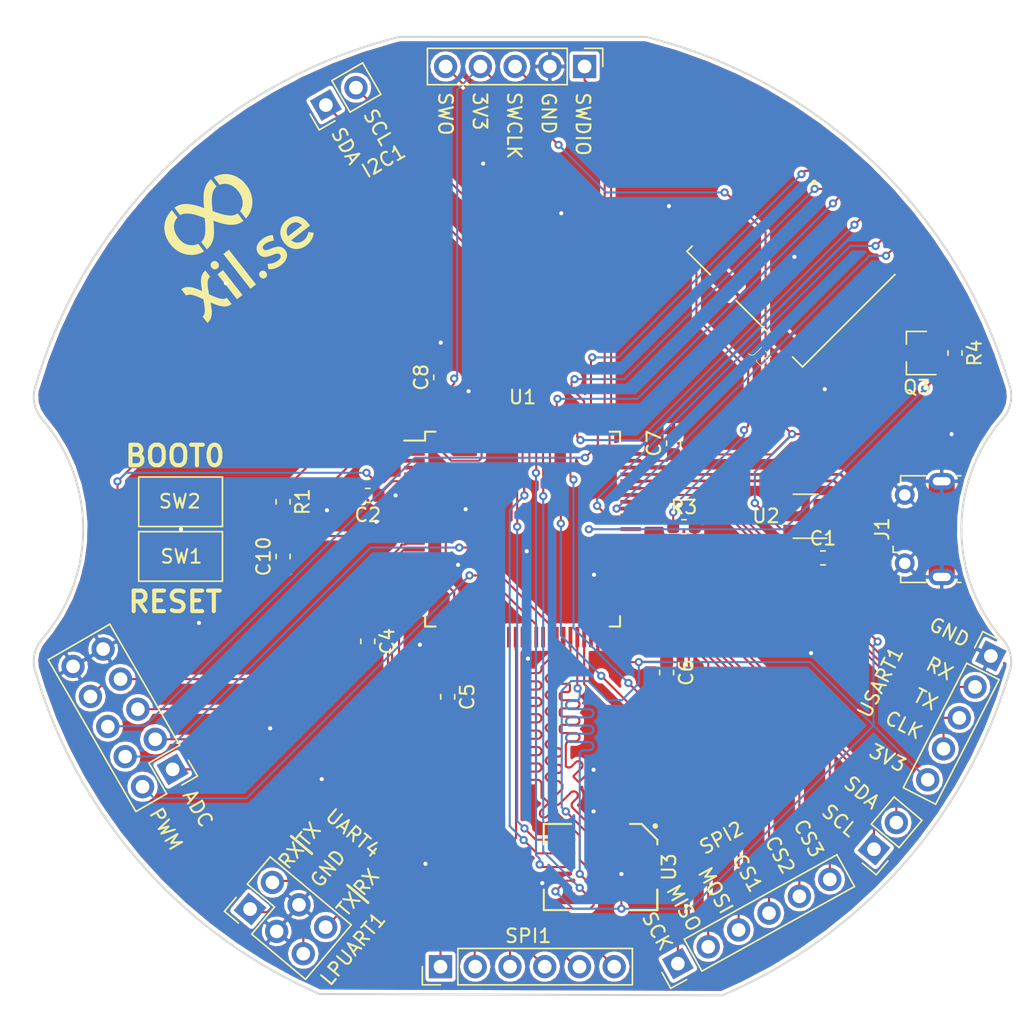
<source format=kicad_pcb>
(kicad_pcb (version 20171130) (host pcbnew 5.0.0-fee4fd1~66~ubuntu18.04.1)
  (layers (0 F.Cu signal) (31 B.Cu signal) (34 B.Paste user) (35 F.Paste user) (36 B.SilkS user) (37 F.SilkS user) (38 B.Mask user) (39 F.Mask user) (44 Edge.Cuts user))
  (net 0 "")
  (net 1 GND)
  (net 2 /Microcontroller/SDMMC1_DET)
  (net 3 /Microcontroller/BOOT0)
  (net 4 +3V3)
  (net 5 /SDMMC1_PWR)
  (net 6 "Net-(U2-Pad4)")
  (net 7 /SDMMC1_VDD)
  (net 8 "Net-(U1-Pad1)")
  (net 9 /Microcontroller/TIM3_CH1)
  (net 10 "Net-(U1-Pad3)")
  (net 11 "Net-(U1-Pad4)")
  (net 12 "Net-(U1-Pad5)")
  (net 13 "Net-(U1-Pad7)")
  (net 14 "Net-(U1-Pad8)")
  (net 15 "Net-(U1-Pad9)")
  (net 16 "Net-(U1-Pad12)")
  (net 17 "Net-(U1-Pad13)")
  (net 18 "Net-(C10-Pad1)")
  (net 19 /Microcontroller/ADC1_IN)
  (net 20 /Microcontroller/ADC1_IN2)
  (net 21 /Microcontroller/ADC1_IN3)
  (net 22 /Microcontroller/ADC1_IN4)
  (net 23 /Microcontroller/UART4_TX)
  (net 24 /Microcontroller/UART4_RX)
  (net 25 /Microcontroller/LPUART1_TX)
  (net 26 /Microcontroller/LPUART1_RX)
  (net 27 "Net-(U1-Pad29)")
  (net 28 /Microcontroller/SPI1_SCK)
  (net 29 /Microcontroller/SPI1_MISO)
  (net 30 /Microcontroller/SPI1_MOSI)
  (net 31 /Microcontroller/SPI1_CS1)
  (net 32 /Microcontroller/SPI1_CS2)
  (net 33 /Microcontroller/SPI1_CS3)
  (net 34 "Net-(U1-Pad36)")
  (net 35 /OCTOSPI_DQS)
  (net 36 "Net-(U1-Pad38)")
  (net 37 "Net-(U1-Pad39)")
  (net 38 /Microcontroller/TIM1_CH1)
  (net 39 "Net-(U1-Pad41)")
  (net 40 /Microcontroller/TIM1_CH2)
  (net 41 /OCTOSPI_IO0)
  (net 42 /OCTOSPI_IO1)
  (net 43 /OCTOSPI_IO2)
  (net 44 /OCTOSPI_IO3)
  (net 45 /OCTOSPI_CLK)
  (net 46 "Net-(U1-Pad48)")
  (net 47 "Net-(U1-Pad51)")
  (net 48 /Microcontroller/SPI2_SCK)
  (net 49 /Microcontroller/SPI2_MISO)
  (net 50 /Microcontroller/SPI2_MOSI)
  (net 51 /Microcontroller/SPI2_CS1)
  (net 52 /Microcontroller/SPI2_CS2)
  (net 53 /Microcontroller/SPI2_CS3)
  (net 54 "Net-(U1-Pad58)")
  (net 55 /Microcontroller/I2C4_SCL)
  (net 56 /Microcontroller/I2C4_SDA)
  (net 57 "Net-(U1-Pad61)")
  (net 58 "Net-(U1-Pad62)")
  (net 59 /SDMMC1_D0)
  (net 60 /SDMMC1_D1)
  (net 61 /Microcontroller/USART1_CK)
  (net 62 /Microcontroller/USART_TX)
  (net 63 /Microcontroller/USART1_RX)
  (net 64 /Microcontroller/USB_D-)
  (net 65 /Microcontroller/USB_D+)
  (net 66 /Microcontroller/SWDIO)
  (net 67 /Microcontroller/SWCLK)
  (net 68 /Microcontroller/TIM2_CH1)
  (net 69 /SDMMC1_D2)
  (net 70 /SDMMC1_D3)
  (net 71 /SDMMC1_CLK)
  (net 72 /~OCTOSPI_RESET~)
  (net 73 "Net-(U1-Pad82)")
  (net 74 /SDMMC1_CMD)
  (net 75 /~OCTOSPI_CS~)
  (net 76 /OCTOSPI_IO4)
  (net 77 /OCTOSPI_IO5)
  (net 78 /OCTOSPI_IO6)
  (net 79 /OCTOSPI_IO7)
  (net 80 /Microcontroller/SWO)
  (net 81 "Net-(U1-Pad90)")
  (net 82 "Net-(U1-Pad91)")
  (net 83 /Microcontroller/I2C1_SCL)
  (net 84 /Microcontroller/I2C1_SDA)
  (net 85 "Net-(U1-Pad95)")
  (net 86 "Net-(U1-Pad96)")
  (net 87 "Net-(U1-Pad97)")
  (net 88 "Net-(U1-Pad98)")
  (net 89 "Net-(J1-Pad4)")
  (net 90 /Microcontroller/VBUS)
  (module BGA_Extra:BGA-25_5x5_6.0x8.0mm (layer F.Cu) (at 155.702 124.714 270)
    (fp_text reference U3 (at 0 -5 270) (layer F.SilkS))
    (fp_text value S27KL0641)
    (pad E5 smd circle (at 2 2 270) (size 0.32 0.32) (layers F.Cu F.Paste F.Mask) (net 1 GND))
    (pad D5 smd circle (at 2 1 270) (size 0.32 0.32) (layers F.Cu F.Paste F.Mask) (net 76 /OCTOSPI_IO4))
    (pad C5 smd circle (at 2.000001 0 270) (size 0.32 0.32) (layers F.Cu F.Paste F.Mask))
    (pad B5 smd circle (at 2 -1 270) (size 0.32 0.32) (layers F.Cu F.Paste F.Mask))
    (pad A5 smd circle (at 2 -2 270) (size 0.32 0.32) (layers F.Cu F.Paste F.Mask))
    (pad E4 smd circle (at 1 2 270) (size 0.32 0.32) (layers F.Cu F.Paste F.Mask) (net 4 +3V3))
    (pad D4 smd circle (at 1 1 270) (size 0.32 0.32) (layers F.Cu F.Paste F.Mask) (net 44 /OCTOSPI_IO3))
    (pad C4 smd circle (at 1 0 270) (size 0.32 0.32) (layers F.Cu F.Paste F.Mask) (net 43 /OCTOSPI_IO2))
    (pad B4 smd circle (at 1 -1 270) (size 0.32 0.32) (layers F.Cu F.Paste F.Mask) (net 4 +3V3))
    (pad A4 smd circle (at 1 -2 270) (size 0.32 0.32) (layers F.Cu F.Paste F.Mask) (net 72 /~OCTOSPI_RESET~))
    (pad E3 smd circle (at 0 2.000001 270) (size 0.32 0.32) (layers F.Cu F.Paste F.Mask) (net 77 /OCTOSPI_IO5))
    (pad D3 smd circle (at 0 1 270) (size 0.32 0.32) (layers F.Cu F.Paste F.Mask) (net 41 /OCTOSPI_IO0))
    (pad C3 smd circle (at 0 0 270) (size 0.32 0.32) (layers F.Cu F.Paste F.Mask) (net 35 /OCTOSPI_DQS))
    (pad B3 smd circle (at 0 -1 270) (size 0.32 0.32) (layers F.Cu F.Paste F.Mask) (net 1 GND))
    (pad A3 smd circle (at 0 -2.000001 270) (size 0.32 0.32) (layers F.Cu F.Paste F.Mask) (net 75 /~OCTOSPI_CS~))
    (pad E2 smd circle (at -1 2 270) (size 0.32 0.32) (layers F.Cu F.Paste F.Mask) (net 78 /OCTOSPI_IO6))
    (pad D2 smd circle (at -1 1 270) (size 0.32 0.32) (layers F.Cu F.Paste F.Mask) (net 42 /OCTOSPI_IO1))
    (pad C2 smd circle (at -1 0 270) (size 0.32 0.32) (layers F.Cu F.Paste F.Mask))
    (pad B2 smd circle (at -1 -1 270) (size 0.32 0.32) (layers F.Cu F.Paste F.Mask) (net 45 /OCTOSPI_CLK))
    (pad A2 smd circle (at -1 -2 270) (size 0.32 0.32) (layers F.Cu F.Paste F.Mask))
    (pad E1 smd circle (at -2 2 270) (size 0.32 0.32) (layers F.Cu F.Paste F.Mask) (net 79 /OCTOSPI_IO7))
    (pad D1 smd circle (at -2 1 270) (size 0.32 0.32) (layers F.Cu F.Paste F.Mask) (net 4 +3V3))
    (pad C1 smd circle (at -2.000001 0 270) (size 0.32 0.32) (layers F.Cu F.Paste F.Mask) (net 1 GND))
    (pad B1 smd circle (at -2 -1 270) (size 0.32 0.32) (layers F.Cu F.Paste F.Mask))
  )
  (module Button_Switch_SMD:SW_SPST_FSMSM (layer F.Cu) (at 125 98)
    (fp_text reference SW2 (at -0.06 -0.03) (layer F.SilkS))
    (fp_text value SW_SPST)
    (pad 2 smd rect (at 4.59 0) (size 2.18 1.6) (layers F.Cu F.Paste F.Mask) (net 3 /Microcontroller/BOOT0))
    (pad 1 smd rect (at -4.59 0) (size 2.18 1.6) (layers F.Cu F.Paste F.Mask) (net 4 +3V3))
  )
  (module Button_Switch_SMD:SW_SPST_FSMSM (layer F.Cu) (at 125 102)
    (fp_text reference SW1 (at 0.06 0) (layer F.SilkS))
    (fp_text value SW_SPST)
    (pad 2 smd rect (at 4.59 0) (size 2.18 1.6) (layers F.Cu F.Paste F.Mask) (net 18 "Net-(C10-Pad1)"))
    (pad 1 smd rect (at -4.59 0) (size 2.18 1.6) (layers F.Cu F.Paste F.Mask) (net 1 GND))
  )
  (module Capacitor_SMD:C_0603_1608Metric (layer F.Cu) (at 171.958 102.108)
    (fp_text reference C1 (at 0 -1.43) (layer F.SilkS))
    (fp_text value 10uF)
    (pad 2 smd roundrect (at 0.7875 0) (size 0.875 0.95) (layers F.Cu F.Paste F.Mask) (net 1 GND))
    (pad 1 smd roundrect (at -0.7875 0) (size 0.875 0.95) (layers F.Cu F.Paste F.Mask) (net 4 +3V3))
  )
  (module Capacitor_SMD:C_0603_1608Metric (layer F.Cu) (at 138.684 108.204 270)
    (fp_text reference C4 (at 0 -1.43 270) (layer F.SilkS))
    (fp_text value 100nF)
    (pad 2 smd roundrect (at 0.7875 0 270) (size 0.875 0.95) (layers F.Cu F.Paste F.Mask) (net 1 GND))
    (pad 1 smd roundrect (at -0.7875 0 270) (size 0.875 0.95) (layers F.Cu F.Paste F.Mask) (net 4 +3V3))
  )
  (module Capacitor_SMD:C_0603_1608Metric (layer F.Cu) (at 144.526 112.268 270)
    (fp_text reference C5 (at 0 -1.43 270) (layer F.SilkS))
    (fp_text value 100nF)
    (pad 2 smd roundrect (at 0.7875 0 270) (size 0.875 0.95) (layers F.Cu F.Paste F.Mask) (net 1 GND))
    (pad 1 smd roundrect (at -0.7875 0 270) (size 0.875 0.95) (layers F.Cu F.Paste F.Mask) (net 4 +3V3))
  )
  (module Capacitor_SMD:C_0603_1608Metric (layer F.Cu) (at 160.528 110.49 270)
    (fp_text reference C6 (at 0 -1.43 270) (layer F.SilkS))
    (fp_text value 100nF)
    (pad 2 smd roundrect (at 0.7875 0 270) (size 0.875 0.95) (layers F.Cu F.Paste F.Mask) (net 1 GND))
    (pad 1 smd roundrect (at -0.7875 0 270) (size 0.875 0.95) (layers F.Cu F.Paste F.Mask) (net 4 +3V3))
  )
  (module Capacitor_SMD:C_0603_1608Metric (layer F.Cu) (at 161.036 93.726 90)
    (fp_text reference C7 (at 0 -1.43 90) (layer F.SilkS))
    (fp_text value 100nF)
    (pad 2 smd roundrect (at 0.7875 0 90) (size 0.875 0.95) (layers F.Cu F.Paste F.Mask) (net 1 GND))
    (pad 1 smd roundrect (at -0.7875 0 90) (size 0.875 0.95) (layers F.Cu F.Paste F.Mask) (net 4 +3V3))
  )
  (module Capacitor_SMD:C_0603_1608Metric (layer F.Cu) (at 144.018 88.9 90)
    (fp_text reference C8 (at 0 -1.43 90) (layer F.SilkS))
    (fp_text value 100nF)
    (pad 2 smd roundrect (at 0.7875 0 90) (size 0.875 0.95) (layers F.Cu F.Paste F.Mask) (net 1 GND))
    (pad 1 smd roundrect (at -0.7875 0 90) (size 0.875 0.95) (layers F.Cu F.Paste F.Mask) (net 4 +3V3))
  )
  (module Capacitor_SMD:C_0603_1608Metric (layer F.Cu) (at 132.4948 102 90)
    (fp_text reference C10 (at 0 -1.43 90) (layer F.SilkS))
    (fp_text value 100nF)
    (pad 2 smd roundrect (at 0.7875 0 90) (size 0.875 0.95) (layers F.Cu F.Paste F.Mask) (net 1 GND))
    (pad 1 smd roundrect (at -0.7875 0 90) (size 0.875 0.95) (layers F.Cu F.Paste F.Mask) (net 18 "Net-(C10-Pad1)"))
  )
  (module Capacitor_SMD:C_0603_1608Metric (layer F.Cu) (at 138.684 97.536 180)
    (fp_text reference C2 (at 0 -1.43 180) (layer F.SilkS))
    (fp_text value 100nF)
    (pad 2 smd roundrect (at 0.7875 0 180) (size 0.875 0.95) (layers F.Cu F.Paste F.Mask) (net 1 GND))
    (pad 1 smd roundrect (at -0.7875 0 180) (size 0.875 0.95) (layers F.Cu F.Paste F.Mask) (net 4 +3V3))
  )
  (module Connector_PinHeader_2.54mm:PinHeader_1x02_P2.54mm_Vertical (layer F.Cu) (at 135.620695 68.9864 120)
    (fp_text reference J8 hide)
    (fp_text value I2C1)
    (pad 2 thru_hole oval (at 0 2.54 120) (size 1.7 1.7) (drill 1) (layers *.Cu *.Mask) (net 83 /Microcontroller/I2C1_SCL))
    (pad 1 thru_hole rect (at 0 0 120) (size 1.7 1.7) (drill 1) (layers *.Cu *.Mask) (net 84 /Microcontroller/I2C1_SDA))
  )
  (module Connector_PinHeader_2.54mm:PinHeader_1x02_P2.54mm_Vertical (layer F.Cu) (at 175.69 123.41 140)
    (fp_text reference J9 hide)
    (fp_text value I2C4)
    (pad 2 thru_hole oval (at 0 2.54 140) (size 1.7 1.7) (drill 1) (layers *.Cu *.Mask) (net 56 /Microcontroller/I2C4_SDA))
    (pad 1 thru_hole rect (at 0 0 140) (size 1.7 1.7) (drill 1) (layers *.Cu *.Mask) (net 55 /Microcontroller/I2C4_SCL))
  )
  (module Connector_PinHeader_2.54mm:PinHeader_1x05_P2.54mm_Vertical (layer F.Cu) (at 154.5336 66.167 270)
    (fp_text reference J2 hide)
    (fp_text value DBG_HEADER)
    (pad 5 thru_hole oval (at 0 10.16 270) (size 1.7 1.7) (drill 1) (layers *.Cu *.Mask) (net 80 /Microcontroller/SWO))
    (pad 4 thru_hole oval (at 0 7.62 270) (size 1.7 1.7) (drill 1) (layers *.Cu *.Mask) (net 4 +3V3))
    (pad 3 thru_hole oval (at 0 5.08 270) (size 1.7 1.7) (drill 1) (layers *.Cu *.Mask) (net 67 /Microcontroller/SWCLK))
    (pad 2 thru_hole oval (at 0 2.54 270) (size 1.7 1.7) (drill 1) (layers *.Cu *.Mask) (net 1 GND))
    (pad 1 thru_hole rect (at 0 0 270) (size 1.7 1.7) (drill 1) (layers *.Cu *.Mask) (net 66 /Microcontroller/SWDIO))
  )
  (module Connector_PinHeader_2.54mm:PinHeader_1x05_P2.54mm_Vertical (layer F.Cu) (at 184.23 109.28 333)
    (fp_text reference J6 hide)
    (fp_text value USART1)
    (pad 5 thru_hole oval (at 0 10.16 333) (size 1.7 1.7) (drill 1) (layers *.Cu *.Mask) (net 4 +3V3))
    (pad 4 thru_hole oval (at 0 7.62 333) (size 1.7 1.7) (drill 1) (layers *.Cu *.Mask) (net 61 /Microcontroller/USART1_CK))
    (pad 3 thru_hole oval (at 0 5.08 333) (size 1.7 1.7) (drill 1) (layers *.Cu *.Mask) (net 62 /Microcontroller/USART_TX))
    (pad 2 thru_hole oval (at 0 2.54 333) (size 1.7 1.7) (drill 1) (layers *.Cu *.Mask) (net 63 /Microcontroller/USART1_RX))
    (pad 1 thru_hole rect (at 0 0 333) (size 1.7 1.7) (drill 1) (layers *.Cu *.Mask) (net 1 GND))
  )
  (module Connector_PinHeader_2.54mm:PinHeader_1x06_P2.54mm_Vertical (layer F.Cu) (at 161.35 131.78 119)
    (fp_text reference J7 hide)
    (fp_text value SPI2)
    (pad 6 thru_hole oval (at 0 12.7 119) (size 1.7 1.7) (drill 1) (layers *.Cu *.Mask) (net 53 /Microcontroller/SPI2_CS3))
    (pad 5 thru_hole oval (at 0 10.16 119) (size 1.7 1.7) (drill 1) (layers *.Cu *.Mask) (net 52 /Microcontroller/SPI2_CS2))
    (pad 4 thru_hole oval (at 0 7.62 119) (size 1.7 1.7) (drill 1) (layers *.Cu *.Mask) (net 51 /Microcontroller/SPI2_CS1))
    (pad 3 thru_hole oval (at 0 5.08 119) (size 1.7 1.7) (drill 1) (layers *.Cu *.Mask) (net 50 /Microcontroller/SPI2_MOSI))
    (pad 2 thru_hole oval (at 0 2.54 119) (size 1.7 1.7) (drill 1) (layers *.Cu *.Mask) (net 49 /Microcontroller/SPI2_MISO))
    (pad 1 thru_hole rect (at 0 0 119) (size 1.7 1.7) (drill 1) (layers *.Cu *.Mask) (net 48 /Microcontroller/SPI2_SCK))
  )
  (module Connector_PinHeader_2.54mm:PinHeader_1x06_P2.54mm_Vertical (layer F.Cu) (at 144 132 90)
    (fp_text reference J10 hide)
    (fp_text value SPI1)
    (pad 6 thru_hole oval (at 0 12.7 90) (size 1.7 1.7) (drill 1) (layers *.Cu *.Mask) (net 33 /Microcontroller/SPI1_CS3))
    (pad 5 thru_hole oval (at 0 10.16 90) (size 1.7 1.7) (drill 1) (layers *.Cu *.Mask) (net 32 /Microcontroller/SPI1_CS2))
    (pad 4 thru_hole oval (at 0 7.62 90) (size 1.7 1.7) (drill 1) (layers *.Cu *.Mask) (net 31 /Microcontroller/SPI1_CS1))
    (pad 3 thru_hole oval (at 0 5.08 90) (size 1.7 1.7) (drill 1) (layers *.Cu *.Mask) (net 30 /Microcontroller/SPI1_MOSI))
    (pad 2 thru_hole oval (at 0 2.54 90) (size 1.7 1.7) (drill 1) (layers *.Cu *.Mask) (net 29 /Microcontroller/SPI1_MISO))
    (pad 1 thru_hole rect (at 0 0 90) (size 1.7 1.7) (drill 1) (layers *.Cu *.Mask) (net 28 /Microcontroller/SPI1_SCK))
  )
  (module Connector_PinHeader_2.54mm:PinHeader_2x03_P2.54mm_Vertical (layer F.Cu) (at 130.08 127.788389 50)
    (fp_text reference J5 hide)
    (fp_text value UART_COMBO)
    (pad 6 thru_hole oval (at 2.54 5.08 50) (size 1.7 1.7) (drill 1) (layers *.Cu *.Mask) (net 26 /Microcontroller/LPUART1_RX))
    (pad 5 thru_hole oval (at 0 5.08 50) (size 1.7 1.7) (drill 1) (layers *.Cu *.Mask) (net 25 /Microcontroller/LPUART1_TX))
    (pad 4 thru_hole oval (at 2.54 2.540001 50) (size 1.7 1.7) (drill 1) (layers *.Cu *.Mask) (net 1 GND))
    (pad 3 thru_hole oval (at 0 2.54 50) (size 1.7 1.7) (drill 1) (layers *.Cu *.Mask) (net 1 GND))
    (pad 2 thru_hole oval (at 2.54 0 50) (size 1.7 1.7) (drill 1) (layers *.Cu *.Mask) (net 23 /Microcontroller/UART4_TX))
    (pad 1 thru_hole rect (at 0 0 50) (size 1.7 1.7) (drill 1) (layers *.Cu *.Mask) (net 24 /Microcontroller/UART4_RX))
  )
  (module Connector_PinHeader_2.54mm:PinHeader_2x05_P2.54mm_Vertical (layer F.Cu) (at 124.42 117.57 210)
    (fp_text reference J4 hide)
    (fp_text value Analog_Header)
    (pad 10 thru_hole oval (at 2.54 10.16 210) (size 1.7 1.7) (drill 1) (layers *.Cu *.Mask) (net 1 GND))
    (pad 9 thru_hole oval (at 0 10.16 210) (size 1.7 1.7) (drill 1) (layers *.Cu *.Mask) (net 1 GND))
    (pad 8 thru_hole oval (at 2.54 7.620001 210) (size 1.7 1.7) (drill 1) (layers *.Cu *.Mask) (net 9 /Microcontroller/TIM3_CH1))
    (pad 7 thru_hole oval (at 0 7.62 210) (size 1.7 1.7) (drill 1) (layers *.Cu *.Mask) (net 19 /Microcontroller/ADC1_IN))
    (pad 6 thru_hole oval (at 2.54 5.08 210) (size 1.7 1.7) (drill 1) (layers *.Cu *.Mask) (net 68 /Microcontroller/TIM2_CH1))
    (pad 5 thru_hole oval (at 0 5.08 210) (size 1.7 1.7) (drill 1) (layers *.Cu *.Mask) (net 20 /Microcontroller/ADC1_IN2))
    (pad 4 thru_hole oval (at 2.539999 2.54 210) (size 1.7 1.7) (drill 1) (layers *.Cu *.Mask) (net 40 /Microcontroller/TIM1_CH2))
    (pad 3 thru_hole oval (at 0 2.54 210) (size 1.7 1.7) (drill 1) (layers *.Cu *.Mask) (net 21 /Microcontroller/ADC1_IN3))
    (pad 2 thru_hole oval (at 2.54 0 210) (size 1.7 1.7) (drill 1) (layers *.Cu *.Mask) (net 38 /Microcontroller/TIM1_CH1))
    (pad 1 thru_hole rect (at 0 0 210) (size 1.7 1.7) (drill 1) (layers *.Cu *.Mask) (net 22 /Microcontroller/ADC1_IN4))
  )
  (module Connector_USB:USB_Micro-B_Molex-105017-0001 (layer F.Cu) (at 179.4 100 90)
    (fp_text reference J1 (at 0 -3.1125 90) (layer F.SilkS))
    (fp_text value USB_B_Micro)
    (pad 6 smd rect (at -2.9 1.2375 90) (size 1.2 1.9) (layers F.Cu F.Mask) (net 1 GND))
    (pad 6 smd rect (at 2.9 1.2375 90) (size 1.2 1.9) (layers F.Cu F.Mask) (net 1 GND))
    (pad 6 thru_hole oval (at 3.5 1.2375 90) (size 1.2 1.9) (drill oval 0.6 1.3) (layers *.Cu *.Mask) (net 1 GND))
    (pad 6 thru_hole oval (at -3.5 1.2375 270) (size 1.2 1.9) (drill oval 0.6 1.3) (layers *.Cu *.Mask) (net 1 GND))
    (pad 6 smd rect (at -1 1.2375 90) (size 1.5 1.9) (layers F.Cu F.Paste F.Mask) (net 1 GND))
    (pad 6 thru_hole circle (at 2.5 -1.4625 90) (size 1.45 1.45) (drill 0.85) (layers *.Cu *.Mask) (net 1 GND))
    (pad 3 smd rect (at 0 -1.4625 90) (size 0.4 1.35) (layers F.Cu F.Paste F.Mask) (net 65 /Microcontroller/USB_D+))
    (pad 4 smd rect (at 0.65 -1.4625 90) (size 0.4 1.35) (layers F.Cu F.Paste F.Mask) (net 89 "Net-(J1-Pad4)"))
    (pad 5 smd rect (at 1.3 -1.4625 90) (size 0.4 1.35) (layers F.Cu F.Paste F.Mask) (net 1 GND))
    (pad 1 smd rect (at -1.3 -1.4625 90) (size 0.4 1.35) (layers F.Cu F.Paste F.Mask) (net 90 /Microcontroller/VBUS))
    (pad 2 smd rect (at -0.65 -1.4625 90) (size 0.4 1.35) (layers F.Cu F.Paste F.Mask) (net 64 /Microcontroller/USB_D-))
    (pad 6 thru_hole circle (at -2.5 -1.4625 90) (size 1.45 1.45) (drill 0.85) (layers *.Cu *.Mask) (net 1 GND))
    (pad 6 smd rect (at 1 1.2375 90) (size 1.5 1.9) (layers F.Cu F.Paste F.Mask) (net 1 GND))
  )
  (module Molex_SDCARD:MOLEX_104031-0811 (layer F.Cu) (at 170.48 79.67 135)
    (fp_text reference J3 (at -3.18425 -7.64225 135) (layer F.SilkS) (effects (font (size 1.00293 1.00293) (thickness 0.05))))
    (fp_text value Micro_SD_Card_Det hide)
    (pad 11 smd rect (at 5.565 5.075 135) (size 1.55 1.35) (layers F.Cu F.Paste F.Mask) (net 1 GND))
    (pad 11 smd rect (at -5.755 4.849999 135) (size 1.17 1.8) (layers F.Cu F.Paste F.Mask) (net 1 GND))
    (pad 11 smd rect (at 2.24 -5.625 135) (size 1.9 1.35) (layers F.Cu F.Paste F.Mask) (net 1 GND))
    (pad 11 smd rect (at -3.73 -5.625 135) (size 1.9 1.35) (layers F.Cu F.Paste F.Mask) (net 1 GND))
    (pad 10 smd rect (at 5.739999 -4.65 135) (size 1.2 1) (layers F.Cu F.Paste F.Mask) (net 2 /Microcontroller/SDMMC1_DET))
    (pad 9 smd rect (at 5.739999 -0.95 135) (size 1.2 1) (layers F.Cu F.Paste F.Mask) (net 4 +3V3))
    (pad 1 smd rect (at 3.105 5.2 135) (size 0.85 1.1) (layers F.Cu F.Paste F.Mask) (net 69 /SDMMC1_D2))
    (pad 2 smd rect (at 2.005 5.2 135) (size 0.875 1.1) (layers F.Cu F.Paste F.Mask) (net 70 /SDMMC1_D3))
    (pad 3 smd rect (at 0.905 5.2 135) (size 0.85 1.1) (layers F.Cu F.Paste F.Mask) (net 74 /SDMMC1_CMD))
    (pad 4 smd rect (at -0.195 5.2 135) (size 0.85 1.1) (layers F.Cu F.Paste F.Mask) (net 7 /SDMMC1_VDD))
    (pad 5 smd rect (at -1.295 5.2 135) (size 0.85 1.1) (layers F.Cu F.Paste F.Mask) (net 71 /SDMMC1_CLK))
    (pad 6 smd rect (at -2.395 5.2 135) (size 0.85 1.1) (layers F.Cu F.Paste F.Mask) (net 1 GND))
    (pad 7 smd rect (at -3.495 5.2 135) (size 0.85 1.1) (layers F.Cu F.Paste F.Mask) (net 59 /SDMMC1_D0))
    (pad 8 smd rect (at -4.545 5.2 135) (size 0.75 1.1) (layers F.Cu F.Paste F.Mask) (net 60 /SDMMC1_D1))
  )
  (module Package_QFP:LQFP-100_14x14mm_P0.5mm (layer F.Cu) (at 150 100)
    (fp_text reference U1 (at 0 -9.65) (layer F.SilkS))
    (fp_text value STM32L4R5VITx)
    (pad 100 smd rect (at -6 -7.9 90) (size 1.5 0.28) (layers F.Cu F.Paste F.Mask) (net 4 +3V3))
    (pad 99 smd rect (at -5.5 -7.9 90) (size 1.5 0.28) (layers F.Cu F.Paste F.Mask) (net 1 GND))
    (pad 98 smd rect (at -4.999999 -7.9 90) (size 1.5 0.28) (layers F.Cu F.Paste F.Mask) (net 88 "Net-(U1-Pad98)"))
    (pad 97 smd rect (at -4.5 -7.9 90) (size 1.5 0.28) (layers F.Cu F.Paste F.Mask) (net 87 "Net-(U1-Pad97)"))
    (pad 96 smd rect (at -4.000001 -7.9 90) (size 1.5 0.28) (layers F.Cu F.Paste F.Mask) (net 86 "Net-(U1-Pad96)"))
    (pad 95 smd rect (at -3.5 -7.9 90) (size 1.5 0.28) (layers F.Cu F.Paste F.Mask) (net 85 "Net-(U1-Pad95)"))
    (pad 94 smd rect (at -3 -7.9 90) (size 1.5 0.28) (layers F.Cu F.Paste F.Mask) (net 3 /Microcontroller/BOOT0))
    (pad 93 smd rect (at -2.5 -7.900001 90) (size 1.5 0.28) (layers F.Cu F.Paste F.Mask) (net 84 /Microcontroller/I2C1_SDA))
    (pad 92 smd rect (at -2 -7.9 90) (size 1.5 0.28) (layers F.Cu F.Paste F.Mask) (net 83 /Microcontroller/I2C1_SCL))
    (pad 91 smd rect (at -1.5 -7.9 90) (size 1.5 0.28) (layers F.Cu F.Paste F.Mask) (net 82 "Net-(U1-Pad91)"))
    (pad 90 smd rect (at -1 -7.9 90) (size 1.5 0.28) (layers F.Cu F.Paste F.Mask) (net 81 "Net-(U1-Pad90)"))
    (pad 89 smd rect (at -0.5 -7.9 90) (size 1.5 0.28) (layers F.Cu F.Paste F.Mask) (net 80 /Microcontroller/SWO))
    (pad 88 smd rect (at 0 -7.900001 90) (size 1.5 0.28) (layers F.Cu F.Paste F.Mask) (net 79 /OCTOSPI_IO7))
    (pad 87 smd rect (at 0.5 -7.9 90) (size 1.5 0.28) (layers F.Cu F.Paste F.Mask) (net 78 /OCTOSPI_IO6))
    (pad 86 smd rect (at 1 -7.9 90) (size 1.5 0.28) (layers F.Cu F.Paste F.Mask) (net 77 /OCTOSPI_IO5))
    (pad 85 smd rect (at 1.5 -7.9 90) (size 1.5 0.28) (layers F.Cu F.Paste F.Mask) (net 76 /OCTOSPI_IO4))
    (pad 84 smd rect (at 2 -7.9 90) (size 1.5 0.28) (layers F.Cu F.Paste F.Mask) (net 75 /~OCTOSPI_CS~))
    (pad 83 smd rect (at 2.5 -7.900001 90) (size 1.5 0.28) (layers F.Cu F.Paste F.Mask) (net 74 /SDMMC1_CMD))
    (pad 82 smd rect (at 3 -7.9 90) (size 1.5 0.28) (layers F.Cu F.Paste F.Mask) (net 73 "Net-(U1-Pad82)"))
    (pad 81 smd rect (at 3.5 -7.9 90) (size 1.5 0.28) (layers F.Cu F.Paste F.Mask) (net 72 /~OCTOSPI_RESET~))
    (pad 80 smd rect (at 4.000001 -7.9 90) (size 1.5 0.28) (layers F.Cu F.Paste F.Mask) (net 71 /SDMMC1_CLK))
    (pad 79 smd rect (at 4.5 -7.9 90) (size 1.5 0.28) (layers F.Cu F.Paste F.Mask) (net 70 /SDMMC1_D3))
    (pad 78 smd rect (at 4.999999 -7.9 90) (size 1.5 0.28) (layers F.Cu F.Paste F.Mask) (net 69 /SDMMC1_D2))
    (pad 77 smd rect (at 5.5 -7.9 90) (size 1.5 0.28) (layers F.Cu F.Paste F.Mask) (net 68 /Microcontroller/TIM2_CH1))
    (pad 76 smd rect (at 6 -7.9 90) (size 1.5 0.28) (layers F.Cu F.Paste F.Mask) (net 67 /Microcontroller/SWCLK))
    (pad 75 smd rect (at 7.9 -6) (size 1.5 0.28) (layers F.Cu F.Paste F.Mask) (net 4 +3V3))
    (pad 74 smd rect (at 7.9 -5.5) (size 1.5 0.28) (layers F.Cu F.Paste F.Mask) (net 1 GND))
    (pad 73 smd rect (at 7.9 -4.999999) (size 1.5 0.28) (layers F.Cu F.Paste F.Mask) (net 4 +3V3))
    (pad 72 smd rect (at 7.9 -4.5) (size 1.5 0.28) (layers F.Cu F.Paste F.Mask) (net 66 /Microcontroller/SWDIO))
    (pad 71 smd rect (at 7.9 -4.000001) (size 1.5 0.28) (layers F.Cu F.Paste F.Mask) (net 65 /Microcontroller/USB_D+))
    (pad 70 smd rect (at 7.9 -3.5) (size 1.5 0.28) (layers F.Cu F.Paste F.Mask) (net 64 /Microcontroller/USB_D-))
    (pad 69 smd rect (at 7.9 -3) (size 1.5 0.28) (layers F.Cu F.Paste F.Mask) (net 63 /Microcontroller/USART1_RX))
    (pad 68 smd rect (at 7.900001 -2.5) (size 1.5 0.28) (layers F.Cu F.Paste F.Mask) (net 62 /Microcontroller/USART_TX))
    (pad 67 smd rect (at 7.9 -2) (size 1.5 0.28) (layers F.Cu F.Paste F.Mask) (net 61 /Microcontroller/USART1_CK))
    (pad 66 smd rect (at 7.9 -1.5) (size 1.5 0.28) (layers F.Cu F.Paste F.Mask) (net 60 /SDMMC1_D1))
    (pad 65 smd rect (at 7.9 -1) (size 1.5 0.28) (layers F.Cu F.Paste F.Mask) (net 59 /SDMMC1_D0))
    (pad 64 smd rect (at 7.9 -0.5) (size 1.5 0.28) (layers F.Cu F.Paste F.Mask) (net 2 /Microcontroller/SDMMC1_DET))
    (pad 63 smd rect (at 7.900001 0) (size 1.5 0.28) (layers F.Cu F.Paste F.Mask) (net 5 /SDMMC1_PWR))
    (pad 62 smd rect (at 7.9 0.5) (size 1.5 0.28) (layers F.Cu F.Paste F.Mask) (net 58 "Net-(U1-Pad62)"))
    (pad 61 smd rect (at 7.9 1) (size 1.5 0.28) (layers F.Cu F.Paste F.Mask) (net 57 "Net-(U1-Pad61)"))
    (pad 60 smd rect (at 7.9 1.5) (size 1.5 0.28) (layers F.Cu F.Paste F.Mask) (net 56 /Microcontroller/I2C4_SDA))
    (pad 59 smd rect (at 7.9 2) (size 1.5 0.28) (layers F.Cu F.Paste F.Mask) (net 55 /Microcontroller/I2C4_SCL))
    (pad 58 smd rect (at 7.900001 2.5) (size 1.5 0.28) (layers F.Cu F.Paste F.Mask) (net 54 "Net-(U1-Pad58)"))
    (pad 57 smd rect (at 7.9 3) (size 1.5 0.28) (layers F.Cu F.Paste F.Mask) (net 53 /Microcontroller/SPI2_CS3))
    (pad 56 smd rect (at 7.9 3.5) (size 1.5 0.28) (layers F.Cu F.Paste F.Mask) (net 52 /Microcontroller/SPI2_CS2))
    (pad 55 smd rect (at 7.9 4.000001) (size 1.5 0.28) (layers F.Cu F.Paste F.Mask) (net 51 /Microcontroller/SPI2_CS1))
    (pad 54 smd rect (at 7.9 4.5) (size 1.5 0.28) (layers F.Cu F.Paste F.Mask) (net 50 /Microcontroller/SPI2_MOSI))
    (pad 53 smd rect (at 7.9 4.999999) (size 1.5 0.28) (layers F.Cu F.Paste F.Mask) (net 49 /Microcontroller/SPI2_MISO))
    (pad 52 smd rect (at 7.9 5.5) (size 1.5 0.28) (layers F.Cu F.Paste F.Mask) (net 48 /Microcontroller/SPI2_SCK))
    (pad 51 smd rect (at 7.9 6) (size 1.5 0.28) (layers F.Cu F.Paste F.Mask) (net 47 "Net-(U1-Pad51)"))
    (pad 50 smd rect (at 6 7.9 90) (size 1.5 0.28) (layers F.Cu F.Paste F.Mask) (net 4 +3V3))
    (pad 49 smd rect (at 5.5 7.9 90) (size 1.5 0.28) (layers F.Cu F.Paste F.Mask) (net 1 GND))
    (pad 48 smd rect (at 4.999999 7.9 90) (size 1.5 0.28) (layers F.Cu F.Paste F.Mask) (net 46 "Net-(U1-Pad48)"))
    (pad 47 smd rect (at 4.5 7.9 90) (size 1.5 0.28) (layers F.Cu F.Paste F.Mask) (net 45 /OCTOSPI_CLK))
    (pad 46 smd rect (at 4.000001 7.9 90) (size 1.5 0.28) (layers F.Cu F.Paste F.Mask) (net 44 /OCTOSPI_IO3))
    (pad 45 smd rect (at 3.5 7.9 90) (size 1.5 0.28) (layers F.Cu F.Paste F.Mask) (net 43 /OCTOSPI_IO2))
    (pad 44 smd rect (at 3 7.9 90) (size 1.5 0.28) (layers F.Cu F.Paste F.Mask) (net 42 /OCTOSPI_IO1))
    (pad 43 smd rect (at 2.5 7.900001 90) (size 1.5 0.28) (layers F.Cu F.Paste F.Mask) (net 41 /OCTOSPI_IO0))
    (pad 42 smd rect (at 2 7.9 90) (size 1.5 0.28) (layers F.Cu F.Paste F.Mask) (net 40 /Microcontroller/TIM1_CH2))
    (pad 41 smd rect (at 1.5 7.9 90) (size 1.5 0.28) (layers F.Cu F.Paste F.Mask) (net 39 "Net-(U1-Pad41)"))
    (pad 40 smd rect (at 1 7.9 90) (size 1.5 0.28) (layers F.Cu F.Paste F.Mask) (net 38 /Microcontroller/TIM1_CH1))
    (pad 39 smd rect (at 0.5 7.9 90) (size 1.5 0.28) (layers F.Cu F.Paste F.Mask) (net 37 "Net-(U1-Pad39)"))
    (pad 38 smd rect (at 0 7.900001 90) (size 1.5 0.28) (layers F.Cu F.Paste F.Mask) (net 36 "Net-(U1-Pad38)"))
    (pad 37 smd rect (at -0.5 7.9 90) (size 1.5 0.28) (layers F.Cu F.Paste F.Mask) (net 35 /OCTOSPI_DQS))
    (pad 36 smd rect (at -1 7.9 90) (size 1.5 0.28) (layers F.Cu F.Paste F.Mask) (net 34 "Net-(U1-Pad36)"))
    (pad 35 smd rect (at -1.5 7.9 90) (size 1.5 0.28) (layers F.Cu F.Paste F.Mask) (net 33 /Microcontroller/SPI1_CS3))
    (pad 34 smd rect (at -2 7.9 90) (size 1.5 0.28) (layers F.Cu F.Paste F.Mask) (net 32 /Microcontroller/SPI1_CS2))
    (pad 33 smd rect (at -2.5 7.900001 90) (size 1.5 0.28) (layers F.Cu F.Paste F.Mask) (net 31 /Microcontroller/SPI1_CS1))
    (pad 32 smd rect (at -3 7.9 90) (size 1.5 0.28) (layers F.Cu F.Paste F.Mask) (net 30 /Microcontroller/SPI1_MOSI))
    (pad 31 smd rect (at -3.5 7.9 90) (size 1.5 0.28) (layers F.Cu F.Paste F.Mask) (net 29 /Microcontroller/SPI1_MISO))
    (pad 30 smd rect (at -4.000001 7.9 90) (size 1.5 0.28) (layers F.Cu F.Paste F.Mask) (net 28 /Microcontroller/SPI1_SCK))
    (pad 29 smd rect (at -4.5 7.9 90) (size 1.5 0.28) (layers F.Cu F.Paste F.Mask) (net 27 "Net-(U1-Pad29)"))
    (pad 28 smd rect (at -4.999999 7.9 90) (size 1.5 0.28) (layers F.Cu F.Paste F.Mask) (net 4 +3V3))
    (pad 27 smd rect (at -5.5 7.9 90) (size 1.5 0.28) (layers F.Cu F.Paste F.Mask) (net 1 GND))
    (pad 26 smd rect (at -6 7.9 90) (size 1.5 0.28) (layers F.Cu F.Paste F.Mask) (net 26 /Microcontroller/LPUART1_RX))
    (pad 25 smd rect (at -7.9 6) (size 1.5 0.28) (layers F.Cu F.Paste F.Mask) (net 25 /Microcontroller/LPUART1_TX))
    (pad 24 smd rect (at -7.9 5.5) (size 1.5 0.28) (layers F.Cu F.Paste F.Mask) (net 24 /Microcontroller/UART4_RX))
    (pad 23 smd rect (at -7.9 4.999999) (size 1.5 0.28) (layers F.Cu F.Paste F.Mask) (net 23 /Microcontroller/UART4_TX))
    (pad 22 smd rect (at -7.9 4.5) (size 1.5 0.28) (layers F.Cu F.Paste F.Mask) (net 4 +3V3))
    (pad 21 smd rect (at -7.9 4.000001) (size 1.5 0.28) (layers F.Cu F.Paste F.Mask) (net 4 +3V3))
    (pad 20 smd rect (at -7.9 3.5) (size 1.5 0.28) (layers F.Cu F.Paste F.Mask) (net 1 GND))
    (pad 19 smd rect (at -7.9 3) (size 1.5 0.28) (layers F.Cu F.Paste F.Mask) (net 1 GND))
    (pad 18 smd rect (at -7.900001 2.5) (size 1.5 0.28) (layers F.Cu F.Paste F.Mask) (net 22 /Microcontroller/ADC1_IN4))
    (pad 17 smd rect (at -7.9 2) (size 1.5 0.28) (layers F.Cu F.Paste F.Mask) (net 21 /Microcontroller/ADC1_IN3))
    (pad 16 smd rect (at -7.9 1.5) (size 1.5 0.28) (layers F.Cu F.Paste F.Mask) (net 20 /Microcontroller/ADC1_IN2))
    (pad 15 smd rect (at -7.9 1) (size 1.5 0.28) (layers F.Cu F.Paste F.Mask) (net 19 /Microcontroller/ADC1_IN))
    (pad 14 smd rect (at -7.9 0.5) (size 1.5 0.28) (layers F.Cu F.Paste F.Mask) (net 18 "Net-(C10-Pad1)"))
    (pad 13 smd rect (at -7.900001 0) (size 1.5 0.28) (layers F.Cu F.Paste F.Mask) (net 17 "Net-(U1-Pad13)"))
    (pad 12 smd rect (at -7.9 -0.5) (size 1.5 0.28) (layers F.Cu F.Paste F.Mask) (net 16 "Net-(U1-Pad12)"))
    (pad 11 smd rect (at -7.9 -1) (size 1.5 0.28) (layers F.Cu F.Paste F.Mask) (net 4 +3V3))
    (pad 10 smd rect (at -7.9 -1.5) (size 1.5 0.28) (layers F.Cu F.Paste F.Mask) (net 1 GND))
    (pad 9 smd rect (at -7.9 -2) (size 1.5 0.28) (layers F.Cu F.Paste F.Mask) (net 15 "Net-(U1-Pad9)"))
    (pad 8 smd rect (at -7.900001 -2.5) (size 1.5 0.28) (layers F.Cu F.Paste F.Mask) (net 14 "Net-(U1-Pad8)"))
    (pad 7 smd rect (at -7.9 -3) (size 1.5 0.28) (layers F.Cu F.Paste F.Mask) (net 13 "Net-(U1-Pad7)"))
    (pad 6 smd rect (at -7.9 -3.5) (size 1.5 0.28) (layers F.Cu F.Paste F.Mask) (net 4 +3V3))
    (pad 5 smd rect (at -7.9 -4.000001) (size 1.5 0.28) (layers F.Cu F.Paste F.Mask) (net 12 "Net-(U1-Pad5)"))
    (pad 4 smd rect (at -7.9 -4.5) (size 1.5 0.28) (layers F.Cu F.Paste F.Mask) (net 11 "Net-(U1-Pad4)"))
    (pad 3 smd rect (at -7.9 -4.999999) (size 1.5 0.28) (layers F.Cu F.Paste F.Mask) (net 10 "Net-(U1-Pad3)"))
    (pad 2 smd rect (at -7.9 -5.5) (size 1.5 0.28) (layers F.Cu F.Paste F.Mask) (net 9 /Microcontroller/TIM3_CH1))
    (pad 1 smd rect (at -7.9 -6) (size 1.5 0.28) (layers F.Cu F.Paste F.Mask) (net 8 "Net-(U1-Pad1)"))
  )
  (module Package_TO_SOT_SMD:SOT-23 (layer F.Cu) (at 178.816 87.122 180)
    (fp_text reference Q3 (at 0 -2.5 180) (layer F.SilkS))
    (fp_text value FDN340P)
    (pad 3 smd rect (at 1 0 180) (size 0.9 0.8) (layers F.Cu F.Paste F.Mask) (net 7 /SDMMC1_VDD))
    (pad 2 smd rect (at -1 0.95 180) (size 0.9 0.8) (layers F.Cu F.Paste F.Mask) (net 4 +3V3))
    (pad 1 smd rect (at -1 -0.95 180) (size 0.9 0.8) (layers F.Cu F.Paste F.Mask) (net 5 /SDMMC1_PWR))
  )
  (module Package_TO_SOT_SMD:SOT-23-5 (layer F.Cu) (at 170.688 99.06 180)
    (fp_text reference U2 (at 2.8956 0.0254 180) (layer F.SilkS))
    (fp_text value MIC5219-3.3)
    (pad 5 smd rect (at 1.1 -0.95 180) (size 1.06 0.65) (layers F.Cu F.Paste F.Mask) (net 4 +3V3))
    (pad 4 smd rect (at 1.1 0.95 180) (size 1.06 0.65) (layers F.Cu F.Paste F.Mask) (net 6 "Net-(U2-Pad4)"))
    (pad 3 smd rect (at -1.1 0.95 180) (size 1.06 0.65) (layers F.Cu F.Paste F.Mask) (net 90 /Microcontroller/VBUS))
    (pad 2 smd rect (at -1.1 0 180) (size 1.06 0.65) (layers F.Cu F.Paste F.Mask) (net 1 GND))
    (pad 1 smd rect (at -1.1 -0.95 180) (size 1.06 0.65) (layers F.Cu F.Paste F.Mask) (net 90 /Microcontroller/VBUS))
  )
  (module Resistor_SMD:R_0603_1608Metric (layer F.Cu) (at 181.61 87.122 270)
    (fp_text reference R4 (at 0 -1.43 270) (layer F.SilkS))
    (fp_text value 1k)
    (pad 2 smd roundrect (at 0.7875 0 270) (size 0.875 0.95) (layers F.Cu F.Paste F.Mask) (net 5 /SDMMC1_PWR))
    (pad 1 smd roundrect (at -0.7875 0 270) (size 0.875 0.95) (layers F.Cu F.Paste F.Mask) (net 4 +3V3))
  )
  (module Resistor_SMD:R_0603_1608Metric (layer F.Cu) (at 132.49 98 270)
    (fp_text reference R1 (at 0 -1.43 270) (layer F.SilkS))
    (fp_text value 10k)
    (pad 2 smd roundrect (at 0.7875 0 270) (size 0.875 0.95) (layers F.Cu F.Paste F.Mask) (net 1 GND))
    (pad 1 smd roundrect (at -0.7875 0 270) (size 0.875 0.95) (layers F.Cu F.Paste F.Mask) (net 3 /Microcontroller/BOOT0))
  )
  (module Resistor_SMD:R_0603_1608Metric (layer F.Cu) (at 161.798 99.822)
    (fp_text reference R3 (at 0 -1.43) (layer F.SilkS))
    (fp_text value 10k)
    (pad 2 smd roundrect (at 0.787501 0) (size 0.875 0.95) (layers F.Cu F.Paste F.Mask) (net 1 GND))
    (pad 1 smd roundrect (at -0.787501 0) (size 0.875 0.95) (layers F.Cu F.Paste F.Mask) (net 2 /Microcontroller/SDMMC1_DET))
  )
  (module xil_logos:xil_5000 (layer F.Cu) (at 128.51 78.56 38)
    (fp_text reference G*** hide)
    (fp_text value LOGO hide)
  )
  (gr_text PWM (at 123.06 120.43 300) (layer F.SilkS) (effects (font (size 1 1)) (justify left)))
  (gr_text ADC (at 125.5 119.1 300) (layer F.SilkS) (effects (font (size 1 1)) (justify left)))
  (gr_text SPI1 (at 152.2 129.75) (layer F.SilkS) (effects (font (size 1 1)) (justify right)))
  (gr_text SPI2 (at 166.1 121.71 29) (layer F.SilkS) (effects (font (size 1 1)) (justify right)))
  (gr_text USART1 (at 177.47 108.63 63) (layer F.SilkS) (effects (font (size 1 1)) (justify right)))
  (gr_text I2C1 (at 138.29 73.98 30) (layer F.SilkS) (effects (font (size 1 1)) (justify left)))
  (gr_text SWO (at 144.36 67.96 270) (layer F.SilkS) (effects (font (size 1 1)) (justify left)))
  (gr_text 3V3 (at 146.88 67.97 270) (layer F.SilkS) (effects (font (size 1 1)) (justify left)))
  (gr_text SWCLK (at 149.39 67.94 270) (layer F.SilkS) (effects (font (size 1 1)) (justify left)))
  (gr_text GND (at 151.91 67.97 270) (layer F.SilkS) (effects (font (size 1 1)) (justify left)))
  (gr_text SWDIO (at 154.41 67.97 270) (layer F.SilkS) (effects (font (size 1 1)) (justify left)))
  (gr_text SCL (at 138.7 69.32 300) (layer F.SilkS) (effects (font (size 1 1)) (justify left)))
  (gr_text SDA (at 136.35 70.67 300) (layer F.SilkS) (effects (font (size 1 1)) (justify left)))
  (gr_text UART4 (at 139.44 123.78 320) (layer F.SilkS) (effects (font (size 1 1)) (justify right)))
  (gr_text LPUART1 (at 139.73 128.16 50) (layer F.SilkS) (effects (font (size 1 1)) (justify right)))
  (gr_text GND (at 136.82 123.59 50) (layer F.SilkS) (effects (font (size 1 1)) (justify right)))
  (gr_line (start 133.09 122.46) (end 134.6 123.74) (layer F.SilkS) (width 0.2))
  (gr_line (start 137.2 126.04) (end 138.71 127.32) (layer F.SilkS) (width 0.2))
  (gr_text TX (at 135 121.61 50) (layer F.SilkS) (effects (font (size 1 1)) (justify right)))
  (gr_text RX (at 133.78 123.06 50) (layer F.SilkS) (effects (font (size 1 1)) (justify right)))
  (gr_text RX (at 139.27 125.01 50) (layer F.SilkS) (effects (font (size 1 1)) (justify right)))
  (gr_text TX (at 137.89 126.72 50) (layer F.SilkS) (effects (font (size 1 1)) (justify right)))
  (gr_text SCK (at 160.6 130.78 299) (layer F.SilkS) (effects (font (size 1 1)) (justify right)))
  (gr_text MISO (at 162.71 129.38 299) (layer F.SilkS) (effects (font (size 1 1)) (justify right)))
  (gr_text MOSI (at 165.03 128.1 299) (layer F.SilkS) (effects (font (size 1 1)) (justify right)))
  (gr_text CS1 (at 167.18 126.51 299) (layer F.SilkS) (effects (font (size 1 1)) (justify right)))
  (gr_text CS2 (at 169.56 125.18 299) (layer F.SilkS) (effects (font (size 1 1)) (justify right)))
  (gr_text CS3 (at 171.65 123.97 299) (layer F.SilkS) (effects (font (size 1 1)) (justify right)))
  (gr_text SCL (at 174.29 122.26 320) (layer F.SilkS) (effects (font (size 1 1)) (justify right)))
  (gr_text SDA (at 175.94 120.23 320) (layer F.SilkS) (effects (font (size 1 1)) (justify right)))
  (gr_text 3V3 (at 178 117.42 333) (layer F.SilkS) (effects (font (size 1 1)) (justify right)))
  (gr_text CLK (at 179.2 115.01 333) (layer F.SilkS) (effects (font (size 1 1)) (justify right)))
  (gr_text TX (at 180.3 112.89 333) (layer F.SilkS) (effects (font (size 1 1)) (justify right)))
  (gr_text RX (at 181.44 110.69 333) (layer F.SilkS) (effects (font (size 1 1)) (justify right)))
  (gr_text GND (at 182.64 108.28 333) (layer F.SilkS) (effects (font (size 1 1)) (justify right)))
  (gr_text BOOT0 (at 124.59 94.65) (layer F.SilkS) (effects (font (size 1.5 1.5) (thickness 0.3))))
  (gr_text RESET (at 124.61 105.32) (layer F.SilkS) (effects (font (size 1.5 1.5) (thickness 0.3))))
  (gr_arc (start 183.23203 109.71009) (end 185.662029 110.230089) (angle -51.56151773) (layer Edge.Cuts) (width 0.15))
  (gr_arc (start 183.240001 90.269999) (end 185.67 89.75) (angle 51.56151773) (layer Edge.Cuts) (width 0.15))
  (gr_arc (start 116.749999 109.670001) (end 114.32 110.19) (angle 51.56151773) (layer Edge.Cuts) (width 0.15))
  (gr_arc (start 116.749999 90.319999) (end 114.32 89.8) (angle -51.56151773) (layer Edge.Cuts) (width 0.15))
  (gr_arc (start 194.386531 99.996635) (end 185.16 91.85) (angle -82.81331583) (layer Edge.Cuts) (width 0.15))
  (gr_arc (start 105.6 100) (end 114.83 108.1) (angle -82.46843144) (layer Edge.Cuts) (width 0.15))
  (gr_arc (start 150 100) (end 185.67 89.75) (angle -59.93141119) (layer Edge.Cuts) (width 0.15))
  (gr_arc (start 150 100) (end 141.000001 64.000001) (angle -59.9863478) (layer Edge.Cuts) (width 0.15))
  (gr_line (start 141 64) (end 159 64) (layer Edge.Cuts) (width 0.15))
  (gr_arc (start 150 100) (end 164.599999 134.099999) (angle -50.87841841) (layer Edge.Cuts) (width 0.15))
  (gr_arc (start 150 100) (end 114.32 110.17) (angle -50.56745301) (layer Edge.Cuts) (width 0.15))
  (gr_line (start 135.2 134) (end 164.6 134.1) (layer Edge.Cuts) (width 0.15))
  (via (at 155.194 120.65) (size 0.6) (drill 0.3) (layers F.Cu B.Cu) (net 1))
  (segment (start 155.5 109.73) (end 155.5 107.9) (width 0.1524) (layer F.Cu) (net 1))
  (via (at 128.31 82.01) (size 0.6) (drill 0.3) (layers F.Cu B.Cu) (net 1))
  (via (at 147.12 73.27) (size 0.6) (drill 0.3) (layers F.Cu B.Cu) (net 1))
  (via (at 152.83 76.9) (size 0.6) (drill 0.3) (layers F.Cu B.Cu) (net 1))
  (via (at 160.7 76.38) (size 0.6) (drill 0.3) (layers F.Cu B.Cu) (net 1))
  (via (at 169.87 80.09) (size 0.6) (drill 0.3) (layers F.Cu B.Cu) (net 1))
  (via (at 172.09 89.77) (size 0.6) (drill 0.3) (layers F.Cu B.Cu) (net 1))
  (via (at 181.36 93.06) (size 0.6) (drill 0.3) (layers F.Cu B.Cu) (net 1))
  (via (at 171.09 109.07) (size 0.6) (drill 0.3) (layers F.Cu B.Cu) (net 1))
  (via (at 142.9 124.48) (size 0.6) (drill 0.3) (layers F.Cu B.Cu) (net 1))
  (via (at 135.32 118.29) (size 0.6) (drill 0.3) (layers F.Cu B.Cu) (net 1))
  (via (at 131.55 114.57) (size 0.6) (drill 0.3) (layers F.Cu B.Cu) (net 1))
  (via (at 126.34 106.86) (size 0.6) (drill 0.3) (layers F.Cu B.Cu) (net 1))
  (via (at 125.03 100.01) (size 0.6) (drill 0.3) (layers F.Cu B.Cu) (net 1))
  (via (at 145.84 98.55) (size 0.6) (drill 0.3) (layers F.Cu B.Cu) (net 1))
  (via (at 155.22 103.34) (size 0.6) (drill 0.3) (layers F.Cu B.Cu) (net 1))
  (segment (start 159.4745 94.5) (end 161.036 92.9385) (width 0.1524) (layer F.Cu) (net 1))
  (segment (start 157.9 94.5) (end 159.4745 94.5) (width 0.1524) (layer F.Cu) (net 1))
  (via (at 139.31 99.46) (size 0.6) (drill 0.3) (layers F.Cu B.Cu) (net 1))
  (via (at 135.7 98.62) (size 0.6) (drill 0.3) (layers F.Cu B.Cu) (net 1))
  (via (at 157.226 125.222) (size 0.6) (drill 0.3) (layers F.Cu B.Cu) (net 1))
  (segment (start 155.702 121.158) (end 155.194 120.65) (width 0.1524) (layer F.Cu) (net 1))
  (segment (start 155.702 122.713999) (end 155.702 121.158) (width 0.1524) (layer F.Cu) (net 1))
  (via (at 145.288 102.616) (size 0.6) (drill 0.3) (layers F.Cu B.Cu) (net 1))
  (via (at 142.494 108.458) (size 0.6) (drill 0.3) (layers F.Cu B.Cu) (net 1))
  (segment (start 142.793999 108.158001) (end 142.494 108.458) (width 0.1524) (layer F.Cu) (net 1))
  (segment (start 142.793999 107.142001) (end 142.793999 108.158001) (width 0.1524) (layer F.Cu) (net 1))
  (segment (start 143.764 106.172) (end 142.793999 107.142001) (width 0.1524) (layer F.Cu) (net 1))
  (segment (start 144.272 106.172) (end 143.764 106.172) (width 0.1524) (layer F.Cu) (net 1))
  (segment (start 144.5 107.9) (end 144.5 106.4) (width 0.1524) (layer F.Cu) (net 1))
  (segment (start 144.5 106.4) (end 144.272 106.172) (width 0.1524) (layer F.Cu) (net 1))
  (via (at 146.05 89.916) (size 0.6) (drill 0.3) (layers F.Cu B.Cu) (net 1))
  (via (at 144.018 86.36) (size 0.6) (drill 0.3) (layers F.Cu B.Cu) (net 1))
  (segment (start 145.625736 89.916) (end 146.05 89.916) (width 0.1524) (layer F.Cu) (net 1))
  (segment (start 144.5 91.041736) (end 145.625736 89.916) (width 0.1524) (layer F.Cu) (net 1))
  (segment (start 144.5 92.1) (end 144.5 91.041736) (width 0.1524) (layer F.Cu) (net 1))
  (via (at 140.716 97.536) (size 0.6) (drill 0.3) (layers F.Cu B.Cu) (net 1))
  (segment (start 140.716 97.960264) (end 140.716 97.536) (width 0.1524) (layer F.Cu) (net 1))
  (segment (start 140.716 98.0184) (end 140.716 97.960264) (width 0.1524) (layer F.Cu) (net 1))
  (segment (start 141.1976 98.5) (end 140.716 98.0184) (width 0.1524) (layer F.Cu) (net 1))
  (segment (start 142.1 98.5) (end 141.1976 98.5) (width 0.1524) (layer F.Cu) (net 1))
  (via (at 155.194 117.602) (size 0.6) (drill 0.3) (layers F.Cu B.Cu) (net 1))
  (via (at 150.39139 109.474) (size 0.6) (drill 0.3) (layers F.Cu B.Cu) (net 1))
  (via (at 151.44 125.89) (size 0.6) (drill 0.3) (layers F.Cu B.Cu) (net 1))
  (via (at 150.3 101.62) (size 0.6) (drill 0.3) (layers F.Cu B.Cu) (net 1))
  (segment (start 160.688499 99.5) (end 161.010499 99.822) (width 0.1524) (layer F.Cu) (net 2))
  (segment (start 157.9 99.5) (end 160.688499 99.5) (width 0.1524) (layer F.Cu) (net 2))
  (segment (start 162.708898 84.558898) (end 166.49 88.34) (width 0.1524) (layer F.Cu) (net 2))
  (segment (start 163.133161 78.899254) (end 162.708898 79.323517) (width 0.1524) (layer F.Cu) (net 2))
  (segment (start 162.708898 79.323517) (end 162.708898 84.558898) (width 0.1524) (layer F.Cu) (net 2))
  (via (at 166.19 92.76) (size 0.6) (drill 0.3) (layers F.Cu B.Cu) (net 2))
  (segment (start 166.19 93.165736) (end 166.19 92.76) (width 0.1524) (layer B.Cu) (net 2))
  (segment (start 161.01 98.77) (end 161.01 98.345736) (width 0.1524) (layer B.Cu) (net 2))
  (segment (start 161.010499 98.770499) (end 161.01 98.77) (width 0.1524) (layer F.Cu) (net 2))
  (segment (start 161.010499 99.822) (end 161.010499 98.770499) (width 0.1524) (layer F.Cu) (net 2))
  (via (at 161.01 98.77) (size 0.6) (drill 0.3) (layers F.Cu B.Cu) (net 2))
  (segment (start 161.01 98.345736) (end 166.19 93.165736) (width 0.1524) (layer B.Cu) (net 2))
  (segment (start 166.489999 88.340001) (end 166.49 88.34) (width 0.1524) (layer F.Cu) (net 2))
  (segment (start 166.19 92.76) (end 166.489999 92.460001) (width 0.1524) (layer F.Cu) (net 2))
  (segment (start 166.489999 92.460001) (end 166.489999 88.340001) (width 0.1524) (layer F.Cu) (net 2))
  (segment (start 130.3775 97.2125) (end 129.59 98) (width 0.1524) (layer F.Cu) (net 3))
  (segment (start 132.49 97.2125) (end 130.3775 97.2125) (width 0.1524) (layer F.Cu) (net 3))
  (segment (start 136.4845 93.218) (end 132.49 97.2125) (width 0.1524) (layer F.Cu) (net 3))
  (segment (start 144.78 94.996) (end 143.002 93.218) (width 0.1524) (layer F.Cu) (net 3))
  (segment (start 146.812 94.996) (end 144.78 94.996) (width 0.1524) (layer F.Cu) (net 3))
  (segment (start 143.002 93.218) (end 136.4845 93.218) (width 0.1524) (layer F.Cu) (net 3))
  (segment (start 147 92.1) (end 147 94.808) (width 0.1524) (layer F.Cu) (net 3))
  (segment (start 147 94.808) (end 146.812 94.996) (width 0.1524) (layer F.Cu) (net 3))
  (segment (start 169.588 100.0175) (end 169.588 100.01) (width 0.1524) (layer F.Cu) (net 4))
  (segment (start 171.1705 101.6) (end 169.588 100.0175) (width 0.1524) (layer F.Cu) (net 4))
  (segment (start 142.1 104.5) (end 141.1976 104.5) (width 0.1524) (layer F.Cu) (net 4))
  (segment (start 138.684 107.0136) (end 138.684 107.4165) (width 0.1524) (layer F.Cu) (net 4))
  (segment (start 141.1976 104.5) (end 138.684 107.0136) (width 0.1524) (layer F.Cu) (net 4))
  (segment (start 138.684 106.879) (end 138.684 107.4165) (width 0.1524) (layer F.Cu) (net 4))
  (segment (start 138.684 106.806001) (end 138.684 106.879) (width 0.1524) (layer F.Cu) (net 4))
  (segment (start 141.49 104.000001) (end 138.684 106.806001) (width 0.1524) (layer F.Cu) (net 4))
  (segment (start 142.1 104.000001) (end 141.49 104.000001) (width 0.1524) (layer F.Cu) (net 4))
  (segment (start 145.000001 111.006499) (end 145.000001 107.9) (width 0.1524) (layer F.Cu) (net 4))
  (segment (start 144.526 111.4805) (end 145.000001 111.006499) (width 0.1524) (layer F.Cu) (net 4))
  (segment (start 160.549499 95.000001) (end 161.036 94.5135) (width 0.1524) (layer F.Cu) (net 4))
  (segment (start 157.9 95.000001) (end 160.549499 95.000001) (width 0.1524) (layer F.Cu) (net 4))
  (segment (start 144 89.7055) (end 144.018 89.6875) (width 0.1524) (layer F.Cu) (net 4))
  (segment (start 144 92.1) (end 144 89.7055) (width 0.1524) (layer F.Cu) (net 4))
  (segment (start 140.5075 96.5) (end 139.4715 97.536) (width 0.1524) (layer F.Cu) (net 4))
  (segment (start 142.1 96.5) (end 140.5075 96.5) (width 0.1524) (layer F.Cu) (net 4))
  (segment (start 140.9355 99) (end 139.4715 97.536) (width 0.1524) (layer F.Cu) (net 4))
  (segment (start 142.1 99) (end 140.9355 99) (width 0.1524) (layer F.Cu) (net 4))
  (segment (start 156.9976 94) (end 157.9 94) (width 0.1524) (layer F.Cu) (net 4))
  (segment (start 156.68 94.3176) (end 156.9976 94) (width 0.1524) (layer F.Cu) (net 4))
  (segment (start 157.9 95.000001) (end 156.9976 95.000001) (width 0.1524) (layer F.Cu) (net 4))
  (segment (start 156.68 94.682401) (end 156.68 94.3176) (width 0.1524) (layer F.Cu) (net 4))
  (segment (start 156.9976 95.000001) (end 156.68 94.682401) (width 0.1524) (layer F.Cu) (net 4))
  (segment (start 181.4475 86.172) (end 181.61 86.3345) (width 0.1524) (layer F.Cu) (net 4))
  (segment (start 179.816 86.172) (end 181.4475 86.172) (width 0.1524) (layer F.Cu) (net 4))
  (via (at 166.9796 98.0948) (size 0.6) (drill 0.3) (layers F.Cu B.Cu) (net 4))
  (segment (start 169.588 100.01) (end 168.8948 100.01) (width 0.1524) (layer F.Cu) (net 4))
  (segment (start 168.8948 100.01) (end 166.9796 98.0948) (width 0.1524) (layer F.Cu) (net 4))
  (segment (start 145.22 88.77) (end 145 88.99) (width 0.1524) (layer B.Cu) (net 4))
  (segment (start 146.9136 66.167) (end 145.22 67.8606) (width 0.1524) (layer B.Cu) (net 4))
  (via (at 145 88.99) (size 0.6) (drill 0.3) (layers F.Cu B.Cu) (net 4))
  (segment (start 145.22 67.8606) (end 145.22 88.77) (width 0.1524) (layer B.Cu) (net 4))
  (segment (start 166.9796 98.0948) (end 166.9796 95.8104) (width 0.1524) (layer B.Cu) (net 4))
  (via (at 169.7 93.05) (size 0.6) (drill 0.3) (layers F.Cu B.Cu) (net 4))
  (segment (start 166.9796 95.8104) (end 169.7 93.09) (width 0.1524) (layer B.Cu) (net 4))
  (segment (start 169.7 93.09) (end 169.7 93.05) (width 0.1524) (layer B.Cu) (net 4))
  (segment (start 169.7 93.05) (end 173.39 93.05) (width 0.1524) (layer F.Cu) (net 4))
  (segment (start 176.29 91.42) (end 179.816 86.172) (width 0.1524) (layer F.Cu) (net 4))
  (segment (start 173.39 93.05) (end 176.29 91.42) (width 0.1524) (layer F.Cu) (net 4))
  (segment (start 168.21 94.54) (end 169.400001 93.349999) (width 0.1524) (layer F.Cu) (net 4))
  (segment (start 161.036 94.5135) (end 161.0625 94.54) (width 0.1524) (layer F.Cu) (net 4))
  (segment (start 169.400001 93.349999) (end 169.7 93.05) (width 0.1524) (layer F.Cu) (net 4))
  (segment (start 161.0625 94.54) (end 168.21 94.54) (width 0.1524) (layer F.Cu) (net 4))
  (segment (start 144.6825 89.6875) (end 144.018 89.6875) (width 0.1524) (layer F.Cu) (net 4))
  (segment (start 145 88.99) (end 145 89.37) (width 0.1524) (layer F.Cu) (net 4))
  (segment (start 145 89.37) (end 144.6825 89.6875) (width 0.1524) (layer F.Cu) (net 4))
  (segment (start 149.80481 69.05821) (end 149.80481 69.07481) (width 0.1524) (layer F.Cu) (net 4))
  (segment (start 146.9136 66.167) (end 149.80481 69.05821) (width 0.1524) (layer F.Cu) (net 4))
  (via (at 152.63 71.9) (size 0.6) (drill 0.3) (layers F.Cu B.Cu) (net 4))
  (segment (start 151.08 70.35) (end 152.63 71.9) (width 0.1524) (layer F.Cu) (net 4))
  (segment (start 151.08 70.35) (end 151.14 70.41) (width 0.1524) (layer F.Cu) (net 4))
  (segment (start 149.80481 69.07481) (end 151.08 70.35) (width 0.1524) (layer F.Cu) (net 4))
  (via (at 164.77 75.38) (size 0.6) (drill 0.3) (layers F.Cu B.Cu) (net 4))
  (segment (start 152.63 71.9) (end 156.11 75.38) (width 0.1524) (layer B.Cu) (net 4))
  (segment (start 156.11 75.38) (end 164.77 75.38) (width 0.1524) (layer B.Cu) (net 4))
  (segment (start 164.846497 75.38) (end 165.749456 76.282959) (width 0.1524) (layer F.Cu) (net 4))
  (segment (start 164.77 75.38) (end 164.846497 75.38) (width 0.1524) (layer F.Cu) (net 4))
  (segment (start 169.400001 92.750001) (end 169.7 93.05) (width 0.1524) (layer F.Cu) (net 4))
  (segment (start 167.762374 91.112374) (end 169.400001 92.750001) (width 0.1524) (layer F.Cu) (net 4))
  (segment (start 167.762374 78.295877) (end 167.762374 91.112374) (width 0.1524) (layer F.Cu) (net 4))
  (segment (start 165.749456 76.282959) (end 167.762374 78.295877) (width 0.1524) (layer F.Cu) (net 4))
  (via (at 175.953677 108.226323) (size 0.6) (drill 0.3) (layers F.Cu B.Cu) (net 4))
  (segment (start 171.1705 102.108) (end 171.1705 103.443146) (width 0.1524) (layer F.Cu) (net 4))
  (segment (start 171.1705 103.443146) (end 175.953677 108.226323) (width 0.1524) (layer F.Cu) (net 4))
  (segment (start 178.767458 117.482627) (end 179.617457 118.332626) (width 0.1524) (layer B.Cu) (net 4))
  (segment (start 175.653678 114.368847) (end 178.767458 117.482627) (width 0.1524) (layer B.Cu) (net 4))
  (segment (start 175.653678 108.526322) (end 175.653678 114.368847) (width 0.1524) (layer B.Cu) (net 4))
  (segment (start 175.953677 108.226323) (end 175.653678 108.526322) (width 0.1524) (layer B.Cu) (net 4))
  (via (at 120.39 96.51) (size 0.6) (drill 0.3) (layers F.Cu B.Cu) (net 4))
  (segment (start 120.39 97.98) (end 120.41 98) (width 0.1524) (layer F.Cu) (net 4))
  (segment (start 120.39 96.51) (end 120.39 97.98) (width 0.1524) (layer F.Cu) (net 4))
  (via (at 158.496 109.728) (size 0.6) (drill 0.3) (layers F.Cu B.Cu) (net 4))
  (segment (start 158.5215 109.7025) (end 158.496 109.728) (width 0.1524) (layer F.Cu) (net 4))
  (segment (start 175.653678 114.368847) (end 171.012831 109.728) (width 0.1524) (layer B.Cu) (net 4))
  (segment (start 160.528 109.7025) (end 158.5215 109.7025) (width 0.1524) (layer F.Cu) (net 4))
  (segment (start 158.920264 109.728) (end 158.496 109.728) (width 0.1524) (layer B.Cu) (net 4))
  (segment (start 171.012831 109.728) (end 158.920264 109.728) (width 0.1524) (layer B.Cu) (net 4))
  (segment (start 144.386001 104.000001) (end 142.1 104.000001) (width 0.1524) (layer F.Cu) (net 4))
  (segment (start 145.000001 107.9) (end 145.000001 104.614001) (width 0.1524) (layer F.Cu) (net 4))
  (segment (start 145.000001 104.614001) (end 144.386001 104.000001) (width 0.1524) (layer F.Cu) (net 4))
  (segment (start 144.386001 100.383601) (end 144.386001 104.000001) (width 0.1524) (layer F.Cu) (net 4))
  (segment (start 143.0024 99) (end 144.386001 100.383601) (width 0.1524) (layer F.Cu) (net 4))
  (segment (start 142.1 99) (end 143.0024 99) (width 0.1524) (layer F.Cu) (net 4))
  (segment (start 127.2125 89.6875) (end 120.39 96.51) (width 0.1524) (layer F.Cu) (net 4))
  (segment (start 144.018 89.6875) (end 127.2125 89.6875) (width 0.1524) (layer F.Cu) (net 4))
  (segment (start 157.226 109.728) (end 158.496 109.728) (width 0.1524) (layer F.Cu) (net 4))
  (segment (start 156 108.502) (end 157.226 109.728) (width 0.1524) (layer F.Cu) (net 4))
  (segment (start 156 107.9) (end 156 108.502) (width 0.1524) (layer F.Cu) (net 4))
  (segment (start 153.702 125.714) (end 153.178 125.714) (width 0.1524) (layer F.Cu) (net 4))
  (via (at 152.4 126.492) (size 0.6) (drill 0.3) (layers F.Cu B.Cu) (net 4))
  (segment (start 153.178 125.714) (end 152.4 126.492) (width 0.1524) (layer F.Cu) (net 4))
  (segment (start 152.4 126.492) (end 153.67 127.762) (width 0.1524) (layer B.Cu) (net 4))
  (segment (start 162.260525 127.762) (end 175.653678 114.368847) (width 0.1524) (layer B.Cu) (net 4))
  (segment (start 153.67 127.762) (end 162.260525 127.762) (width 0.1524) (layer B.Cu) (net 4))
  (via (at 157.225988 127.762) (size 0.6) (drill 0.3) (layers F.Cu B.Cu) (net 4))
  (segment (start 157.225988 127.337736) (end 157.225988 127.762) (width 0.1524) (layer F.Cu) (net 4))
  (segment (start 157.225988 126.237988) (end 157.225988 127.337736) (width 0.1524) (layer F.Cu) (net 4))
  (segment (start 156.702 125.714) (end 157.225988 126.237988) (width 0.1524) (layer F.Cu) (net 4))
  (segment (start 171.1705 101.6) (end 171.1705 102.108) (width 0.1524) (layer F.Cu) (net 4))
  (segment (start 158.496 111.27233) (end 158.496 110.152264) (width 0.1524) (layer B.Cu) (net 4))
  (segment (start 153.556601 111.111399) (end 154.799399 111.111399) (width 0.1524) (layer B.Cu) (net 4))
  (segment (start 152.860973 111.807027) (end 153.556601 111.111399) (width 0.1524) (layer B.Cu) (net 4))
  (segment (start 158.496 110.152264) (end 158.496 109.728) (width 0.1524) (layer B.Cu) (net 4))
  (segment (start 153.162 120.65) (end 152.860973 120.348973) (width 0.1524) (layer B.Cu) (net 4))
  (segment (start 157.24633 112.522) (end 158.496 111.27233) (width 0.1524) (layer B.Cu) (net 4))
  (via (at 153.162 120.65) (size 0.6) (drill 0.3) (layers F.Cu B.Cu) (net 4))
  (segment (start 152.860973 120.348973) (end 152.860973 111.807027) (width 0.1524) (layer B.Cu) (net 4))
  (segment (start 154.799399 111.111399) (end 156.21 112.522) (width 0.1524) (layer B.Cu) (net 4))
  (segment (start 156.21 112.522) (end 157.24633 112.522) (width 0.1524) (layer B.Cu) (net 4))
  (segment (start 154.702 122.19) (end 153.162 120.65) (width 0.1524) (layer F.Cu) (net 4))
  (segment (start 154.702 122.714) (end 154.702 122.19) (width 0.1524) (layer F.Cu) (net 4))
  (segment (start 121.02 95.88) (end 138.165736 95.88) (width 0.1524) (layer B.Cu) (net 4))
  (segment (start 138.165736 95.88) (end 138.59 95.88) (width 0.1524) (layer B.Cu) (net 4))
  (segment (start 138.889999 96.179999) (end 138.59 95.88) (width 0.1524) (layer F.Cu) (net 4))
  (segment (start 139.4715 96.7615) (end 138.889999 96.179999) (width 0.1524) (layer F.Cu) (net 4))
  (segment (start 139.4715 97.536) (end 139.4715 96.7615) (width 0.1524) (layer F.Cu) (net 4))
  (via (at 138.59 95.88) (size 0.6) (drill 0.3) (layers F.Cu B.Cu) (net 4))
  (segment (start 120.39 96.51) (end 121.02 95.88) (width 0.1524) (layer B.Cu) (net 4))
  (segment (start 154.851399 100.008601) (end 154.847971 100.012029) (width 0.1524) (layer F.Cu) (net 5))
  (segment (start 156.989 100.008601) (end 154.851399 100.008601) (width 0.1524) (layer F.Cu) (net 5))
  (segment (start 157.900001 100) (end 156.997601 100) (width 0.1524) (layer F.Cu) (net 5))
  (via (at 154.847971 100.012029) (size 0.6) (drill 0.3) (layers F.Cu B.Cu) (net 5))
  (segment (start 156.997601 100) (end 156.989 100.008601) (width 0.1524) (layer F.Cu) (net 5))
  (segment (start 181.4475 88.072) (end 181.61 87.9095) (width 0.1524) (layer F.Cu) (net 5))
  (segment (start 179.816 88.072) (end 181.4475 88.072) (width 0.1524) (layer F.Cu) (net 5))
  (segment (start 179.816 89.314) (end 179.739999 89.390001) (width 0.1524) (layer F.Cu) (net 5))
  (segment (start 179.739999 89.390001) (end 179.44 89.69) (width 0.1524) (layer F.Cu) (net 5))
  (segment (start 179.816 88.072) (end 179.816 89.314) (width 0.1524) (layer F.Cu) (net 5))
  (segment (start 179.140001 89.989999) (end 179.44 89.69) (width 0.1524) (layer B.Cu) (net 5))
  (segment (start 169.117971 100.012029) (end 179.140001 89.989999) (width 0.1524) (layer B.Cu) (net 5))
  (via (at 179.44 89.69) (size 0.6) (drill 0.3) (layers F.Cu B.Cu) (net 5))
  (segment (start 154.847971 100.012029) (end 169.117971 100.012029) (width 0.1524) (layer B.Cu) (net 5))
  (segment (start 175.721313 75.671313) (end 174.754459 75.671313) (width 0.1524) (layer F.Cu) (net 7))
  (segment (start 179.87 83.42) (end 179.87 79.82) (width 0.1524) (layer F.Cu) (net 7))
  (segment (start 174.754459 75.671313) (end 174.294841 76.130931) (width 0.1524) (layer F.Cu) (net 7))
  (segment (start 179.87 79.82) (end 175.721313 75.671313) (width 0.1524) (layer F.Cu) (net 7))
  (segment (start 177.816 87.122) (end 177.816 85.474) (width 0.1524) (layer F.Cu) (net 7))
  (segment (start 177.816 85.474) (end 179.87 83.42) (width 0.1524) (layer F.Cu) (net 7))
  (segment (start 119.260294 110.609706) (end 119.260294 111.390887) (width 0.1524) (layer F.Cu) (net 9))
  (segment (start 138.18 94.5) (end 132.68 100) (width 0.1524) (layer F.Cu) (net 9))
  (segment (start 142.1 94.5) (end 138.18 94.5) (width 0.1524) (layer F.Cu) (net 9))
  (segment (start 132.68 100) (end 129.288518 100) (width 0.1524) (layer F.Cu) (net 9))
  (segment (start 121.57 108.3) (end 119.260294 110.609706) (width 0.1524) (layer F.Cu) (net 9))
  (segment (start 119.260294 111.390887) (end 118.410295 112.240886) (width 0.1524) (layer F.Cu) (net 9))
  (segment (start 129.288518 100) (end 121.57 107.718518) (width 0.1524) (layer F.Cu) (net 9))
  (segment (start 121.57 107.718518) (end 121.57 108.3) (width 0.1524) (layer F.Cu) (net 9))
  (segment (start 141.1976 100.5) (end 142.1 100.5) (width 0.1524) (layer F.Cu) (net 18))
  (segment (start 135.3573 100.5) (end 141.1976 100.5) (width 0.1524) (layer F.Cu) (net 18))
  (segment (start 133.0698 102.7875) (end 135.3573 100.5) (width 0.1524) (layer F.Cu) (net 18))
  (segment (start 132.4948 102.7875) (end 133.0698 102.7875) (width 0.1524) (layer F.Cu) (net 18))
  (segment (start 131.7073 102) (end 132.4948 102.7875) (width 0.1524) (layer F.Cu) (net 18))
  (segment (start 129.59 102) (end 131.7073 102) (width 0.1524) (layer F.Cu) (net 18))
  (segment (start 121.812081 110.970886) (end 120.61 110.970886) (width 0.1524) (layer F.Cu) (net 19))
  (segment (start 141.57 101) (end 141.438601 101.131399) (width 0.1524) (layer F.Cu) (net 19))
  (segment (start 131.422048 110.970886) (end 121.812081 110.970886) (width 0.1524) (layer F.Cu) (net 19))
  (segment (start 141.121399 101.271535) (end 131.422048 110.970886) (width 0.1524) (layer F.Cu) (net 19))
  (segment (start 142.1 101) (end 141.57 101) (width 0.1524) (layer F.Cu) (net 19))
  (segment (start 141.167119 101.131399) (end 141.121399 101.177119) (width 0.1524) (layer F.Cu) (net 19))
  (segment (start 141.438601 101.131399) (end 141.167119 101.131399) (width 0.1524) (layer F.Cu) (net 19))
  (segment (start 141.121399 101.177119) (end 141.121399 101.271535) (width 0.1524) (layer F.Cu) (net 19))
  (segment (start 123.082081 113.170591) (end 121.88 113.170591) (width 0.1524) (layer F.Cu) (net 20))
  (segment (start 142.1 101.5) (end 141.324 101.5) (width 0.1524) (layer F.Cu) (net 20))
  (segment (start 129.653409 113.170591) (end 123.082081 113.170591) (width 0.1524) (layer F.Cu) (net 20))
  (segment (start 141.324 101.5) (end 129.653409 113.170591) (width 0.1524) (layer F.Cu) (net 20))
  (segment (start 141.332 102) (end 142.1 102) (width 0.1524) (layer F.Cu) (net 21))
  (segment (start 127.961705 115.370295) (end 141.332 102) (width 0.1524) (layer F.Cu) (net 21))
  (segment (start 123.15 115.370295) (end 127.961705 115.370295) (width 0.1524) (layer F.Cu) (net 21))
  (segment (start 141.263066 102.5) (end 142.099999 102.5) (width 0.1524) (layer F.Cu) (net 22))
  (segment (start 126.193066 117.57) (end 141.263066 102.5) (width 0.1524) (layer F.Cu) (net 22))
  (segment (start 124.42 117.57) (end 126.193066 117.57) (width 0.1524) (layer F.Cu) (net 22))
  (segment (start 132.990581 125.73) (end 131.712681 125.73) (width 0.1524) (layer F.Cu) (net 23))
  (segment (start 140.15719 118.563391) (end 132.990581 125.73) (width 0.1524) (layer F.Cu) (net 23))
  (segment (start 131.712681 125.73) (end 131.712681 125.842636) (width 0.1524) (layer F.Cu) (net 23))
  (segment (start 140.15719 106.22281) (end 140.15719 118.563391) (width 0.1524) (layer F.Cu) (net 23))
  (segment (start 142.1 104.999999) (end 141.380001 104.999999) (width 0.1524) (layer F.Cu) (net 23))
  (segment (start 141.380001 104.999999) (end 140.15719 106.22281) (width 0.1524) (layer F.Cu) (net 23))
  (segment (start 140.462 118.872) (end 131.318 128.016) (width 0.1524) (layer F.Cu) (net 24))
  (segment (start 140.462 106.349066) (end 140.462 118.872) (width 0.1524) (layer F.Cu) (net 24))
  (segment (start 142.1 105.5) (end 141.311066 105.5) (width 0.1524) (layer F.Cu) (net 24))
  (segment (start 130.307611 128.016) (end 130.08 127.788389) (width 0.1524) (layer F.Cu) (net 24))
  (segment (start 131.318 128.016) (end 130.307611 128.016) (width 0.1524) (layer F.Cu) (net 24))
  (segment (start 141.311066 105.5) (end 140.462 106.349066) (width 0.1524) (layer F.Cu) (net 24))
  (segment (start 133.971506 129.851669) (end 133.971506 131.05375) (width 0.1524) (layer F.Cu) (net 25))
  (segment (start 133.971506 128.918494) (end 133.971506 129.851669) (width 0.1524) (layer F.Cu) (net 25))
  (segment (start 140.97 121.92) (end 133.971506 128.918494) (width 0.1524) (layer F.Cu) (net 25))
  (segment (start 142.1 106) (end 141.396 106) (width 0.1524) (layer F.Cu) (net 25))
  (segment (start 140.97 106.426) (end 140.97 121.92) (width 0.1524) (layer F.Cu) (net 25))
  (segment (start 141.396 106) (end 140.97 106.426) (width 0.1524) (layer F.Cu) (net 25))
  (segment (start 141.478 111.76) (end 141.478 123.234183) (width 0.1524) (layer F.Cu) (net 26))
  (segment (start 141.478 123.234183) (end 135.604186 129.107997) (width 0.1524) (layer F.Cu) (net 26))
  (segment (start 144 107.9) (end 144 109.238) (width 0.1524) (layer F.Cu) (net 26))
  (segment (start 144 109.238) (end 141.478 111.76) (width 0.1524) (layer F.Cu) (net 26))
  (segment (start 145.999999 107.9) (end 145.999999 128.740001) (width 0.1524) (layer F.Cu) (net 28))
  (segment (start 144 130.74) (end 144 132) (width 0.1524) (layer F.Cu) (net 28))
  (segment (start 145.999999 128.740001) (end 144 130.74) (width 0.1524) (layer F.Cu) (net 28))
  (segment (start 146.5 131.96) (end 146.54 132) (width 0.1524) (layer F.Cu) (net 29))
  (segment (start 146.5 107.9) (end 146.5 131.96) (width 0.1524) (layer F.Cu) (net 29))
  (segment (start 149.08 130.87) (end 149.08 132) (width 0.1524) (layer F.Cu) (net 30))
  (segment (start 147 107.9) (end 147 128.79) (width 0.1524) (layer F.Cu) (net 30))
  (segment (start 147 128.79) (end 149.08 130.87) (width 0.1524) (layer F.Cu) (net 30))
  (segment (start 150.61 130.99) (end 151.62 132) (width 0.1524) (layer F.Cu) (net 31))
  (segment (start 149.82 130.99) (end 150.61 130.99) (width 0.1524) (layer F.Cu) (net 31))
  (segment (start 147.5 107.900001) (end 147.5 128.67) (width 0.1524) (layer F.Cu) (net 31))
  (segment (start 147.5 128.67) (end 149.82 130.99) (width 0.1524) (layer F.Cu) (net 31))
  (segment (start 153.88 132) (end 154.16 132) (width 0.1524) (layer F.Cu) (net 32))
  (segment (start 152.56519 130.68519) (end 153.88 132) (width 0.1524) (layer F.Cu) (net 32))
  (segment (start 149.946256 130.68519) (end 152.56519 130.68519) (width 0.1524) (layer F.Cu) (net 32))
  (segment (start 148 107.9) (end 148 128.738934) (width 0.1524) (layer F.Cu) (net 32))
  (segment (start 148 128.738934) (end 149.946256 130.68519) (width 0.1524) (layer F.Cu) (net 32))
  (segment (start 156.16 131.46) (end 156.7 132) (width 0.1524) (layer F.Cu) (net 33))
  (segment (start 155.08038 130.38038) (end 156.16 131.46) (width 0.1524) (layer F.Cu) (net 33))
  (segment (start 150.072512 130.38038) (end 155.08038 130.38038) (width 0.1524) (layer F.Cu) (net 33))
  (segment (start 148.5 107.9) (end 148.5 128.807868) (width 0.1524) (layer F.Cu) (net 33))
  (segment (start 148.5 128.807868) (end 150.072512 130.38038) (width 0.1524) (layer F.Cu) (net 33))
  (segment (start 149.512478 124.833243) (end 149.52 124.9) (width 0.1524) (layer F.Cu) (net 35))
  (segment (start 149.49029 124.769834) (end 149.512478 124.833243) (width 0.1524) (layer F.Cu) (net 35))
  (segment (start 149.454549 124.712953) (end 149.49029 124.769834) (width 0.1524) (layer F.Cu) (net 35))
  (segment (start 149.407046 124.66545) (end 149.454549 124.712953) (width 0.1524) (layer F.Cu) (net 35))
  (segment (start 149.053243 124.592478) (end 149.12 124.6) (width 0.1524) (layer F.Cu) (net 35))
  (segment (start 148.989834 124.57029) (end 149.053243 124.592478) (width 0.1524) (layer F.Cu) (net 35))
  (segment (start 148.932953 124.534549) (end 148.989834 124.57029) (width 0.1524) (layer F.Cu) (net 35))
  (segment (start 148.849709 124.430165) (end 148.88545 124.487046) (width 0.1524) (layer F.Cu) (net 35))
  (segment (start 148.88545 124.487046) (end 148.932953 124.534549) (width 0.1524) (layer F.Cu) (net 35))
  (segment (start 148.932953 124.06545) (end 148.88545 124.112953) (width 0.1524) (layer F.Cu) (net 35))
  (segment (start 149.286756 124.607521) (end 149.350165 124.629709) (width 0.1524) (layer F.Cu) (net 35))
  (segment (start 148.989834 124.029709) (end 148.932953 124.06545) (width 0.1524) (layer F.Cu) (net 35))
  (segment (start 149.22 124.6) (end 149.286756 124.607521) (width 0.1524) (layer F.Cu) (net 35))
  (segment (start 149.053243 124.007521) (end 148.989834 124.029709) (width 0.1524) (layer F.Cu) (net 35))
  (segment (start 150.207047 123.934549) (end 150.150166 123.97029) (width 0.1524) (layer F.Cu) (net 35))
  (segment (start 150.25455 123.887046) (end 150.207047 123.934549) (width 0.1524) (layer F.Cu) (net 35))
  (segment (start 155.19 125.226) (end 155.702 124.714) (width 0.1524) (layer F.Cu) (net 35))
  (segment (start 148.88545 122.912953) (end 148.849709 122.969834) (width 0.1524) (layer F.Cu) (net 35))
  (segment (start 148.932953 122.86545) (end 148.88545 122.912953) (width 0.1524) (layer F.Cu) (net 35))
  (segment (start 148.989834 122.829709) (end 148.932953 122.86545) (width 0.1524) (layer F.Cu) (net 35))
  (segment (start 149.053243 122.807521) (end 148.989834 122.829709) (width 0.1524) (layer F.Cu) (net 35))
  (segment (start 149.454549 122.687046) (end 149.407046 122.734549) (width 0.1524) (layer F.Cu) (net 35))
  (segment (start 149.5 107.9) (end 149.5 108.8024) (width 0.1524) (layer F.Cu) (net 35))
  (segment (start 148.849709 124.169834) (end 148.827521 124.233243) (width 0.1524) (layer F.Cu) (net 35))
  (segment (start 150.02 124) (end 149.12 124) (width 0.1524) (layer F.Cu) (net 35))
  (segment (start 149.22 122.8) (end 149.12 122.8) (width 0.1524) (layer F.Cu) (net 35))
  (segment (start 150.290291 123.830165) (end 150.25455 123.887046) (width 0.1524) (layer F.Cu) (net 35))
  (segment (start 149.5 108.8024) (end 149.52 108.8224) (width 0.1524) (layer F.Cu) (net 35))
  (segment (start 148.827521 124.233243) (end 148.82 124.3) (width 0.1524) (layer F.Cu) (net 35))
  (segment (start 149.12 122.8) (end 149.053243 122.807521) (width 0.1524) (layer F.Cu) (net 35))
  (segment (start 149.053243 123.392478) (end 149.12 123.4) (width 0.1524) (layer F.Cu) (net 35))
  (segment (start 150.150166 123.97029) (end 150.086757 123.992478) (width 0.1524) (layer F.Cu) (net 35))
  (segment (start 149.350165 122.77029) (end 149.286756 122.792478) (width 0.1524) (layer F.Cu) (net 35))
  (segment (start 148.827521 123.166756) (end 148.849709 123.230165) (width 0.1524) (layer F.Cu) (net 35))
  (segment (start 154.94 127.762) (end 155.19 127.512) (width 0.1524) (layer F.Cu) (net 35))
  (segment (start 148.932953 123.334549) (end 148.989834 123.37029) (width 0.1524) (layer F.Cu) (net 35))
  (segment (start 149.52 108.8224) (end 149.52 122.5) (width 0.1524) (layer F.Cu) (net 35))
  (segment (start 148.82 124.3) (end 148.827521 124.366756) (width 0.1524) (layer F.Cu) (net 35))
  (segment (start 149.12 123.4) (end 150.02 123.4) (width 0.1524) (layer F.Cu) (net 35))
  (segment (start 148.88545 124.112953) (end 148.849709 124.169834) (width 0.1524) (layer F.Cu) (net 35))
  (segment (start 150.086757 123.992478) (end 150.02 124) (width 0.1524) (layer F.Cu) (net 35))
  (segment (start 149.286756 122.792478) (end 149.22 122.8) (width 0.1524) (layer F.Cu) (net 35))
  (segment (start 149.49029 122.630165) (end 149.454549 122.687046) (width 0.1524) (layer F.Cu) (net 35))
  (segment (start 155.19 127.512) (end 155.19 125.226) (width 0.1524) (layer F.Cu) (net 35))
  (segment (start 148.989834 123.37029) (end 149.053243 123.392478) (width 0.1524) (layer F.Cu) (net 35))
  (segment (start 149.52 122.5) (end 149.512478 122.566756) (width 0.1524) (layer F.Cu) (net 35))
  (segment (start 148.827521 124.366756) (end 148.849709 124.430165) (width 0.1524) (layer F.Cu) (net 35))
  (segment (start 150.02 123.4) (end 150.086757 123.407521) (width 0.1524) (layer F.Cu) (net 35))
  (segment (start 149.512478 122.566756) (end 149.49029 122.630165) (width 0.1524) (layer F.Cu) (net 35))
  (segment (start 149.12 124.6) (end 149.22 124.6) (width 0.1524) (layer F.Cu) (net 35))
  (segment (start 149.12 124) (end 149.053243 124.007521) (width 0.1524) (layer F.Cu) (net 35))
  (segment (start 150.086757 123.407521) (end 150.150166 123.429709) (width 0.1524) (layer F.Cu) (net 35))
  (segment (start 148.849709 122.969834) (end 148.827521 123.033243) (width 0.1524) (layer F.Cu) (net 35))
  (segment (start 149.350165 124.629709) (end 149.407046 124.66545) (width 0.1524) (layer F.Cu) (net 35))
  (segment (start 150.312479 123.766756) (end 150.290291 123.830165) (width 0.1524) (layer F.Cu) (net 35))
  (segment (start 148.827521 123.033243) (end 148.82 123.1) (width 0.1524) (layer F.Cu) (net 35))
  (segment (start 149.52 125.39) (end 151.892 127.762) (width 0.1524) (layer F.Cu) (net 35))
  (segment (start 149.52 124.9) (end 149.52 125.39) (width 0.1524) (layer F.Cu) (net 35))
  (segment (start 148.849709 123.230165) (end 148.88545 123.287046) (width 0.1524) (layer F.Cu) (net 35))
  (segment (start 148.82 123.1) (end 148.827521 123.166756) (width 0.1524) (layer F.Cu) (net 35))
  (segment (start 151.892 127.762) (end 154.94 127.762) (width 0.1524) (layer F.Cu) (net 35))
  (segment (start 148.88545 123.287046) (end 148.932953 123.334549) (width 0.1524) (layer F.Cu) (net 35))
  (segment (start 150.150166 123.429709) (end 150.207047 123.46545) (width 0.1524) (layer F.Cu) (net 35))
  (segment (start 150.207047 123.46545) (end 150.25455 123.512953) (width 0.1524) (layer F.Cu) (net 35))
  (segment (start 150.25455 123.512953) (end 150.290291 123.569834) (width 0.1524) (layer F.Cu) (net 35))
  (segment (start 150.290291 123.569834) (end 150.312479 123.633243) (width 0.1524) (layer F.Cu) (net 35))
  (segment (start 150.312479 123.633243) (end 150.32 123.7) (width 0.1524) (layer F.Cu) (net 35))
  (segment (start 149.407046 122.734549) (end 149.350165 122.77029) (width 0.1524) (layer F.Cu) (net 35))
  (segment (start 150.32 123.7) (end 150.312479 123.766756) (width 0.1524) (layer F.Cu) (net 35))
  (via (at 146.12 103.39) (size 0.6) (drill 0.3) (layers F.Cu B.Cu) (net 38))
  (segment (start 151 106.9976) (end 147.3924 103.39) (width 0.1524) (layer F.Cu) (net 38))
  (segment (start 146.544264 103.39) (end 146.12 103.39) (width 0.1524) (layer F.Cu) (net 38))
  (segment (start 129.820001 119.689999) (end 145.820001 103.689999) (width 0.1524) (layer B.Cu) (net 38))
  (segment (start 123.070294 119.689999) (end 129.820001 119.689999) (width 0.1524) (layer B.Cu) (net 38))
  (segment (start 122.220295 118.84) (end 123.070294 119.689999) (width 0.1524) (layer B.Cu) (net 38))
  (segment (start 147.3924 103.39) (end 146.544264 103.39) (width 0.1524) (layer F.Cu) (net 38))
  (segment (start 151 107.9) (end 151 106.9976) (width 0.1524) (layer F.Cu) (net 38))
  (segment (start 145.820001 103.689999) (end 146.12 103.39) (width 0.1524) (layer B.Cu) (net 38))
  (via (at 145.37 101.35) (size 0.6) (drill 0.3) (layers F.Cu B.Cu) (net 40))
  (segment (start 145.794264 101.35) (end 145.37 101.35) (width 0.1524) (layer F.Cu) (net 40))
  (segment (start 152 107.9) (end 152 106.9976) (width 0.1524) (layer F.Cu) (net 40))
  (segment (start 146.3524 101.35) (end 145.794264 101.35) (width 0.1524) (layer F.Cu) (net 40))
  (segment (start 152 106.9976) (end 146.3524 101.35) (width 0.1524) (layer F.Cu) (net 40))
  (segment (start 138.89 101.35) (end 144.945736 101.35) (width 0.1524) (layer B.Cu) (net 40))
  (segment (start 120.950296 116.640295) (end 123.61 116.61) (width 0.1524) (layer B.Cu) (net 40))
  (segment (start 144.945736 101.35) (end 145.37 101.35) (width 0.1524) (layer B.Cu) (net 40))
  (segment (start 123.61 116.61) (end 138.89 101.35) (width 0.1524) (layer B.Cu) (net 40))
  (segment (start 151.214165 115.965709) (end 151.271046 116.00145) (width 0.1524) (layer F.Cu) (net 41))
  (segment (start 151.306758 120.641115) (end 151.27761 120.701641) (width 0.1524) (layer F.Cu) (net 41))
  (segment (start 151.150756 115.943521) (end 151.214165 115.965709) (width 0.1524) (layer F.Cu) (net 41))
  (segment (start 151.214165 112.365709) (end 151.271046 112.40145) (width 0.1524) (layer F.Cu) (net 41))
  (segment (start 150.684 115.936) (end 151.084 115.936) (width 0.1524) (layer F.Cu) (net 41))
  (segment (start 150.684 110.536) (end 150.617243 110.543521) (width 0.1524) (layer F.Cu) (net 41))
  (segment (start 150.44945 115.823046) (end 150.496953 115.870549) (width 0.1524) (layer F.Cu) (net 41))
  (segment (start 150.553834 110.565709) (end 150.496953 110.60145) (width 0.1524) (layer F.Cu) (net 41))
  (segment (start 151.376478 116.169243) (end 151.384 116.236) (width 0.1524) (layer F.Cu) (net 41))
  (segment (start 150.413709 115.766165) (end 150.44945 115.823046) (width 0.1524) (layer F.Cu) (net 41))
  (segment (start 150.391521 115.702756) (end 150.413709 115.766165) (width 0.1524) (layer F.Cu) (net 41))
  (segment (start 151.376478 111.502756) (end 151.35429 111.566165) (width 0.1524) (layer F.Cu) (net 41))
  (segment (start 150.684 117.736) (end 150.617243 117.743521) (width 0.1524) (layer F.Cu) (net 41))
  (segment (start 150.413709 115.505834) (end 150.391521 115.569243) (width 0.1524) (layer F.Cu) (net 41))
  (segment (start 151.384 117.436) (end 151.376478 117.502756) (width 0.1524) (layer F.Cu) (net 41))
  (segment (start 150.44945 115.448953) (end 150.413709 115.505834) (width 0.1524) (layer F.Cu) (net 41))
  (segment (start 151.214165 117.70629) (end 151.150756 117.728478) (width 0.1524) (layer F.Cu) (net 41))
  (segment (start 150.617243 115.343521) (end 150.553834 115.365709) (width 0.1524) (layer F.Cu) (net 41))
  (segment (start 150.684 115.336) (end 150.617243 115.343521) (width 0.1524) (layer F.Cu) (net 41))
  (segment (start 151.214165 115.30629) (end 151.150756 115.328478) (width 0.1524) (layer F.Cu) (net 41))
  (segment (start 150.617243 118.328478) (end 150.684 118.336) (width 0.1524) (layer F.Cu) (net 41))
  (segment (start 151.271046 115.270549) (end 151.214165 115.30629) (width 0.1524) (layer F.Cu) (net 41))
  (segment (start 151.376478 115.102756) (end 151.35429 115.166165) (width 0.1524) (layer F.Cu) (net 41))
  (segment (start 151.384 115.036) (end 151.376478 115.102756) (width 0.1524) (layer F.Cu) (net 41))
  (segment (start 151.150756 116.528478) (end 151.084 116.536) (width 0.1524) (layer F.Cu) (net 41))
  (segment (start 150.413709 114.566165) (end 150.44945 114.623046) (width 0.1524) (layer F.Cu) (net 41))
  (segment (start 151.271046 114.80145) (end 151.318549 114.848953) (width 0.1524) (layer F.Cu) (net 41))
  (segment (start 150.391521 114.502756) (end 150.413709 114.566165) (width 0.1524) (layer F.Cu) (net 41))
  (segment (start 150.553834 118.30629) (end 150.617243 118.328478) (width 0.1524) (layer F.Cu) (net 41))
  (segment (start 150.44945 114.623046) (end 150.496953 114.670549) (width 0.1524) (layer F.Cu) (net 41))
  (segment (start 150.413709 110.705834) (end 150.391521 110.769243) (width 0.1524) (layer F.Cu) (net 41))
  (segment (start 150.384 114.436) (end 150.391521 114.502756) (width 0.1524) (layer F.Cu) (net 41))
  (segment (start 151.214165 118.365709) (end 151.271046 118.40145) (width 0.1524) (layer F.Cu) (net 41))
  (segment (start 150.391521 114.369243) (end 150.384 114.436) (width 0.1524) (layer F.Cu) (net 41))
  (segment (start 151.384 116.236) (end 151.376478 116.302756) (width 0.1524) (layer F.Cu) (net 41))
  (segment (start 150.413709 114.305834) (end 150.391521 114.369243) (width 0.1524) (layer F.Cu) (net 41))
  (segment (start 150.496953 114.20145) (end 150.44945 114.248953) (width 0.1524) (layer F.Cu) (net 41))
  (segment (start 150.617243 114.143521) (end 150.553834 114.165709) (width 0.1524) (layer F.Cu) (net 41))
  (segment (start 150.684 114.136) (end 150.617243 114.143521) (width 0.1524) (layer F.Cu) (net 41))
  (segment (start 151.084 114.136) (end 150.684 114.136) (width 0.1524) (layer F.Cu) (net 41))
  (segment (start 151.214165 114.10629) (end 151.150756 114.128478) (width 0.1524) (layer F.Cu) (net 41))
  (segment (start 151.084 110.536) (end 150.684 110.536) (width 0.1524) (layer F.Cu) (net 41))
  (segment (start 151.318549 114.023046) (end 151.271046 114.070549) (width 0.1524) (layer F.Cu) (net 41))
  (segment (start 150.496953 113.00145) (end 150.44945 113.048953) (width 0.1524) (layer F.Cu) (net 41))
  (segment (start 150.617243 111.743521) (end 150.553834 111.765709) (width 0.1524) (layer F.Cu) (net 41))
  (segment (start 151.461691 121.083888) (end 151.527185 121.098837) (width 0.1524) (layer F.Cu) (net 41))
  (segment (start 151.35429 113.705834) (end 151.376478 113.769243) (width 0.1524) (layer F.Cu) (net 41))
  (segment (start 151.318549 115.223046) (end 151.271046 115.270549) (width 0.1524) (layer F.Cu) (net 41))
  (segment (start 151.35429 116.105834) (end 151.376478 116.169243) (width 0.1524) (layer F.Cu) (net 41))
  (segment (start 151.318549 113.648953) (end 151.35429 113.705834) (width 0.1524) (layer F.Cu) (net 41))
  (segment (start 151.214165 113.565709) (end 151.271046 113.60145) (width 0.1524) (layer F.Cu) (net 41))
  (segment (start 150.496953 115.40145) (end 150.44945 115.448953) (width 0.1524) (layer F.Cu) (net 41))
  (segment (start 154.178 122.428) (end 154.178 124.19) (width 0.1524) (layer F.Cu) (net 41))
  (segment (start 150.617243 115.928478) (end 150.684 115.936) (width 0.1524) (layer F.Cu) (net 41))
  (segment (start 151.384 113.836) (end 151.376478 113.902756) (width 0.1524) (layer F.Cu) (net 41))
  (segment (start 151.376478 112.702756) (end 151.35429 112.766165) (width 0.1524) (layer F.Cu) (net 41))
  (segment (start 151.271046 116.470549) (end 151.214165 116.50629) (width 0.1524) (layer F.Cu) (net 41))
  (segment (start 151.150756 113.543521) (end 151.214165 113.565709) (width 0.1524) (layer F.Cu) (net 41))
  (segment (start 150.391521 112.102756) (end 150.413709 112.166165) (width 0.1524) (layer F.Cu) (net 41))
  (segment (start 151.084 113.536) (end 151.150756 113.543521) (width 0.1524) (layer F.Cu) (net 41))
  (segment (start 151.318549 112.823046) (end 151.271046 112.870549) (width 0.1524) (layer F.Cu) (net 41))
  (segment (start 150.617243 113.528478) (end 150.684 113.536) (width 0.1524) (layer F.Cu) (net 41))
  (segment (start 151.35429 114.905834) (end 151.376478 114.969243) (width 0.1524) (layer F.Cu) (net 41))
  (segment (start 150.553834 113.50629) (end 150.617243 113.528478) (width 0.1524) (layer F.Cu) (net 41))
  (segment (start 150.553834 112.30629) (end 150.617243 112.328478) (width 0.1524) (layer F.Cu) (net 41))
  (segment (start 151.150756 114.128478) (end 151.084 114.136) (width 0.1524) (layer F.Cu) (net 41))
  (segment (start 150.391521 113.302756) (end 150.413709 113.366165) (width 0.1524) (layer F.Cu) (net 41))
  (segment (start 150.391521 113.169243) (end 150.384 113.236) (width 0.1524) (layer F.Cu) (net 41))
  (segment (start 150.496953 113.470549) (end 150.553834 113.50629) (width 0.1524) (layer F.Cu) (net 41))
  (segment (start 150.413709 113.105834) (end 150.391521 113.169243) (width 0.1524) (layer F.Cu) (net 41))
  (segment (start 150.553834 114.70629) (end 150.617243 114.728478) (width 0.1524) (layer F.Cu) (net 41))
  (segment (start 150.553834 112.965709) (end 150.496953 113.00145) (width 0.1524) (layer F.Cu) (net 41))
  (segment (start 150.617243 112.943521) (end 150.553834 112.965709) (width 0.1524) (layer F.Cu) (net 41))
  (segment (start 150.684 112.936) (end 150.617243 112.943521) (width 0.1524) (layer F.Cu) (net 41))
  (segment (start 151.084 112.336) (end 151.150756 112.343521) (width 0.1524) (layer F.Cu) (net 41))
  (segment (start 151.150756 112.928478) (end 151.084 112.936) (width 0.1524) (layer F.Cu) (net 41))
  (segment (start 151.214165 112.90629) (end 151.150756 112.928478) (width 0.1524) (layer F.Cu) (net 41))
  (segment (start 151.271046 112.870549) (end 151.214165 112.90629) (width 0.1524) (layer F.Cu) (net 41))
  (segment (start 150.684 114.736) (end 151.084 114.736) (width 0.1524) (layer F.Cu) (net 41))
  (segment (start 150.553834 115.90629) (end 150.617243 115.928478) (width 0.1524) (layer F.Cu) (net 41))
  (segment (start 151.35429 115.166165) (end 151.318549 115.223046) (width 0.1524) (layer F.Cu) (net 41))
  (segment (start 151.376478 116.302756) (end 151.35429 116.366165) (width 0.1524) (layer F.Cu) (net 41))
  (segment (start 150.391521 115.569243) (end 150.384 115.636) (width 0.1524) (layer F.Cu) (net 41))
  (segment (start 150.553834 111.10629) (end 150.617243 111.128478) (width 0.1524) (layer F.Cu) (net 41))
  (segment (start 150.413709 113.366165) (end 150.44945 113.423046) (width 0.1524) (layer F.Cu) (net 41))
  (segment (start 150.384 113.236) (end 150.391521 113.302756) (width 0.1524) (layer F.Cu) (net 41))
  (segment (start 151.271046 111.670549) (end 151.214165 111.70629) (width 0.1524) (layer F.Cu) (net 41))
  (segment (start 150.413709 112.166165) (end 150.44945 112.223046) (width 0.1524) (layer F.Cu) (net 41))
  (segment (start 150.617243 114.728478) (end 150.684 114.736) (width 0.1524) (layer F.Cu) (net 41))
  (segment (start 150.684 111.136) (end 151.084 111.136) (width 0.1524) (layer F.Cu) (net 41))
  (segment (start 152.366965 120.65898) (end 152.427491 120.688128) (width 0.1524) (layer F.Cu) (net 41))
  (segment (start 151.271046 113.60145) (end 151.318549 113.648953) (width 0.1524) (layer F.Cu) (net 41))
  (segment (start 151.084 112.936) (end 150.684 112.936) (width 0.1524) (layer F.Cu) (net 41))
  (segment (start 151.214165 111.70629) (end 151.150756 111.728478) (width 0.1524) (layer F.Cu) (net 41))
  (segment (start 150.617243 110.543521) (end 150.553834 110.565709) (width 0.1524) (layer F.Cu) (net 41))
  (segment (start 151.384 110.236) (end 151.376478 110.302756) (width 0.1524) (layer F.Cu) (net 41))
  (segment (start 150.384 112.036) (end 150.391521 112.102756) (width 0.1524) (layer F.Cu) (net 41))
  (segment (start 151.271046 110.470549) (end 151.214165 110.50629) (width 0.1524) (layer F.Cu) (net 41))
  (segment (start 151.150756 115.328478) (end 151.084 115.336) (width 0.1524) (layer F.Cu) (net 41))
  (segment (start 151.384 112.636) (end 151.376478 112.702756) (width 0.1524) (layer F.Cu) (net 41))
  (segment (start 151.084 114.736) (end 151.150756 114.743521) (width 0.1524) (layer F.Cu) (net 41))
  (segment (start 151.890812 120.006394) (end 151.893302 120.017309) (width 0.1524) (layer F.Cu) (net 41))
  (segment (start 151.885954 120.04951) (end 151.878972 120.058263) (width 0.1524) (layer F.Cu) (net 41))
  (segment (start 150.553834 114.165709) (end 150.496953 114.20145) (width 0.1524) (layer F.Cu) (net 41))
  (segment (start 151.084 115.936) (end 151.150756 115.943521) (width 0.1524) (layer F.Cu) (net 41))
  (segment (start 150.684 111.736) (end 150.617243 111.743521) (width 0.1524) (layer F.Cu) (net 41))
  (segment (start 150.384 116.836) (end 150.391521 116.902756) (width 0.1524) (layer F.Cu) (net 41))
  (segment (start 151.150756 111.143521) (end 151.214165 111.165709) (width 0.1524) (layer F.Cu) (net 41))
  (segment (start 151.376478 111.369243) (end 151.384 111.436) (width 0.1524) (layer F.Cu) (net 41))
  (segment (start 151.214165 110.50629) (end 151.150756 110.528478) (width 0.1524) (layer F.Cu) (net 41))
  (segment (start 150.496953 111.80145) (end 150.44945 111.848953) (width 0.1524) (layer F.Cu) (net 41))
  (segment (start 151.27761 120.899808) (end 151.306758 120.960334) (width 0.1524) (layer F.Cu) (net 41))
  (segment (start 151.318549 110.423046) (end 151.271046 110.470549) (width 0.1524) (layer F.Cu) (net 41))
  (segment (start 151.376478 114.969243) (end 151.384 115.036) (width 0.1524) (layer F.Cu) (net 41))
  (segment (start 150.44945 111.848953) (end 150.413709 111.905834) (width 0.1524) (layer F.Cu) (net 41))
  (segment (start 152.5 108.942934) (end 151.384 110.058934) (width 0.1524) (layer F.Cu) (net 41))
  (segment (start 150.496953 115.870549) (end 150.553834 115.90629) (width 0.1524) (layer F.Cu) (net 41))
  (segment (start 151.318549 112.448953) (end 151.35429 112.505834) (width 0.1524) (layer F.Cu) (net 41))
  (segment (start 151.463463 119.627019) (end 151.473551 119.622161) (width 0.1524) (layer F.Cu) (net 41))
  (segment (start 150.617243 111.128478) (end 150.684 111.136) (width 0.1524) (layer F.Cu) (net 41))
  (segment (start 150.44945 111.023046) (end 150.496953 111.070549) (width 0.1524) (layer F.Cu) (net 41))
  (segment (start 150.684 113.536) (end 151.084 113.536) (width 0.1524) (layer F.Cu) (net 41))
  (segment (start 151.35429 112.505834) (end 151.376478 112.569243) (width 0.1524) (layer F.Cu) (net 41))
  (segment (start 151.271046 117.670549) (end 151.214165 117.70629) (width 0.1524) (layer F.Cu) (net 41))
  (segment (start 150.496953 112.270549) (end 150.553834 112.30629) (width 0.1524) (layer F.Cu) (net 41))
  (segment (start 151.084 115.336) (end 150.684 115.336) (width 0.1524) (layer F.Cu) (net 41))
  (segment (start 151.318549 114.848953) (end 151.35429 114.905834) (width 0.1524) (layer F.Cu) (net 41))
  (segment (start 150.617243 112.328478) (end 150.684 112.336) (width 0.1524) (layer F.Cu) (net 41))
  (segment (start 150.384 115.636) (end 150.391521 115.702756) (width 0.1524) (layer F.Cu) (net 41))
  (segment (start 151.376478 113.902756) (end 151.35429 113.966165) (width 0.1524) (layer F.Cu) (net 41))
  (segment (start 150.496953 110.60145) (end 150.44945 110.648953) (width 0.1524) (layer F.Cu) (net 41))
  (segment (start 151.35429 113.966165) (end 151.318549 114.023046) (width 0.1524) (layer F.Cu) (net 41))
  (segment (start 151.318549 116.048953) (end 151.35429 116.105834) (width 0.1524) (layer F.Cu) (net 41))
  (segment (start 151.150756 110.528478) (end 151.084 110.536) (width 0.1524) (layer F.Cu) (net 41))
  (segment (start 150.44945 110.648953) (end 150.413709 110.705834) (width 0.1524) (layer F.Cu) (net 41))
  (segment (start 151.084 111.136) (end 151.150756 111.143521) (width 0.1524) (layer F.Cu) (net 41))
  (segment (start 151.384 111.436) (end 151.376478 111.502756) (width 0.1524) (layer F.Cu) (net 41))
  (segment (start 152.480013 120.730013) (end 154.178 122.428) (width 0.1524) (layer F.Cu) (net 41))
  (segment (start 150.496953 114.670549) (end 150.553834 114.70629) (width 0.1524) (layer F.Cu) (net 41))
  (segment (start 150.391521 110.769243) (end 150.384 110.836) (width 0.1524) (layer F.Cu) (net 41))
  (segment (start 150.44945 112.223046) (end 150.496953 112.270549) (width 0.1524) (layer F.Cu) (net 41))
  (segment (start 151.271046 116.00145) (end 151.318549 116.048953) (width 0.1524) (layer F.Cu) (net 41))
  (segment (start 152.5 107.900001) (end 152.5 108.942934) (width 0.1524) (layer F.Cu) (net 41))
  (segment (start 151.35429 110.366165) (end 151.318549 110.423046) (width 0.1524) (layer F.Cu) (net 41))
  (segment (start 150.44945 116.648953) (end 150.413709 116.705834) (width 0.1524) (layer F.Cu) (net 41))
  (segment (start 151.392752 119.640979) (end 151.40284 119.645837) (width 0.1524) (layer F.Cu) (net 41))
  (segment (start 150.413709 110.966165) (end 150.44945 111.023046) (width 0.1524) (layer F.Cu) (net 41))
  (segment (start 151.271046 112.40145) (end 151.318549 112.448953) (width 0.1524) (layer F.Cu) (net 41))
  (segment (start 151.084 118.336) (end 151.150756 118.343521) (width 0.1524) (layer F.Cu) (net 41))
  (segment (start 150.44945 113.423046) (end 150.496953 113.470549) (width 0.1524) (layer F.Cu) (net 41))
  (segment (start 151.384 110.058934) (end 151.384 110.236) (width 0.1524) (layer F.Cu) (net 41))
  (segment (start 151.150756 112.343521) (end 151.214165 112.365709) (width 0.1524) (layer F.Cu) (net 41))
  (segment (start 150.44945 114.248953) (end 150.413709 114.305834) (width 0.1524) (layer F.Cu) (net 41))
  (segment (start 151.376478 113.769243) (end 151.384 113.836) (width 0.1524) (layer F.Cu) (net 41))
  (segment (start 151.318549 111.248953) (end 151.35429 111.305834) (width 0.1524) (layer F.Cu) (net 41))
  (segment (start 151.890812 120.039422) (end 151.885954 120.04951) (width 0.1524) (layer F.Cu) (net 41))
  (segment (start 151.150756 111.728478) (end 151.084 111.736) (width 0.1524) (layer F.Cu) (net 41))
  (segment (start 151.348643 121.012856) (end 151.401165 121.054741) (width 0.1524) (layer F.Cu) (net 41))
  (segment (start 151.271046 111.20145) (end 151.318549 111.248953) (width 0.1524) (layer F.Cu) (net 41))
  (segment (start 151.271046 114.070549) (end 151.214165 114.10629) (width 0.1524) (layer F.Cu) (net 41))
  (segment (start 150.496953 116.60145) (end 150.44945 116.648953) (width 0.1524) (layer F.Cu) (net 41))
  (segment (start 150.496953 111.070549) (end 150.553834 111.10629) (width 0.1524) (layer F.Cu) (net 41))
  (segment (start 151.35429 118.505834) (end 151.376478 118.569243) (width 0.1524) (layer F.Cu) (net 41))
  (segment (start 151.35429 111.305834) (end 151.376478 111.369243) (width 0.1524) (layer F.Cu) (net 41))
  (segment (start 152.055749 120.730013) (end 152.108272 120.688128) (width 0.1524) (layer F.Cu) (net 41))
  (segment (start 151.214165 114.765709) (end 151.271046 114.80145) (width 0.1524) (layer F.Cu) (net 41))
  (segment (start 150.384 110.836) (end 150.391521 110.902756) (width 0.1524) (layer F.Cu) (net 41))
  (segment (start 151.35429 111.566165) (end 151.318549 111.623046) (width 0.1524) (layer F.Cu) (net 41))
  (segment (start 151.35429 117.305834) (end 151.376478 117.369243) (width 0.1524) (layer F.Cu) (net 41))
  (segment (start 151.318549 111.623046) (end 151.271046 111.670549) (width 0.1524) (layer F.Cu) (net 41))
  (segment (start 151.843618 120.093618) (end 151.348643 120.588592) (width 0.1524) (layer F.Cu) (net 41))
  (segment (start 151.084 111.736) (end 150.684 111.736) (width 0.1524) (layer F.Cu) (net 41))
  (segment (start 151.318549 116.423046) (end 151.271046 116.470549) (width 0.1524) (layer F.Cu) (net 41))
  (segment (start 151.214165 111.165709) (end 151.271046 111.20145) (width 0.1524) (layer F.Cu) (net 41))
  (segment (start 150.553834 115.365709) (end 150.496953 115.40145) (width 0.1524) (layer F.Cu) (net 41))
  (segment (start 151.150756 114.743521) (end 151.214165 114.765709) (width 0.1524) (layer F.Cu) (net 41))
  (segment (start 151.376478 110.302756) (end 151.35429 110.366165) (width 0.1524) (layer F.Cu) (net 41))
  (segment (start 151.384 119.634) (end 151.392752 119.640979) (width 0.1524) (layer F.Cu) (net 41))
  (segment (start 150.413709 111.905834) (end 150.391521 111.969243) (width 0.1524) (layer F.Cu) (net 41))
  (segment (start 150.391521 111.969243) (end 150.384 112.036) (width 0.1524) (layer F.Cu) (net 41))
  (segment (start 150.391521 110.902756) (end 150.413709 110.966165) (width 0.1524) (layer F.Cu) (net 41))
  (segment (start 150.391521 116.902756) (end 150.413709 116.966165) (width 0.1524) (layer F.Cu) (net 41))
  (segment (start 150.684 112.336) (end 151.084 112.336) (width 0.1524) (layer F.Cu) (net 41))
  (segment (start 151.376478 112.569243) (end 151.384 112.636) (width 0.1524) (layer F.Cu) (net 41))
  (segment (start 150.44945 113.048953) (end 150.413709 113.105834) (width 0.1524) (layer F.Cu) (net 41))
  (segment (start 151.495663 119.619669) (end 151.506579 119.622161) (width 0.1524) (layer F.Cu) (net 41))
  (segment (start 150.553834 111.765709) (end 150.496953 111.80145) (width 0.1524) (layer F.Cu) (net 41))
  (segment (start 151.35429 112.766165) (end 151.318549 112.823046) (width 0.1524) (layer F.Cu) (net 41))
  (segment (start 151.35429 116.366165) (end 151.318549 116.423046) (width 0.1524) (layer F.Cu) (net 41))
  (segment (start 151.214165 116.50629) (end 151.150756 116.528478) (width 0.1524) (layer F.Cu) (net 41))
  (segment (start 151.084 116.536) (end 150.684 116.536) (width 0.1524) (layer F.Cu) (net 41))
  (segment (start 150.684 116.536) (end 150.617243 116.543521) (width 0.1524) (layer F.Cu) (net 41))
  (segment (start 150.617243 116.543521) (end 150.553834 116.565709) (width 0.1524) (layer F.Cu) (net 41))
  (segment (start 150.553834 116.565709) (end 150.496953 116.60145) (width 0.1524) (layer F.Cu) (net 41))
  (segment (start 150.413709 116.705834) (end 150.391521 116.769243) (width 0.1524) (layer F.Cu) (net 41))
  (segment (start 150.391521 116.769243) (end 150.384 116.836) (width 0.1524) (layer F.Cu) (net 41))
  (segment (start 151.516665 119.627018) (end 151.52542 119.634) (width 0.1524) (layer F.Cu) (net 41))
  (segment (start 151.893302 120.028505) (end 151.890812 120.039422) (width 0.1524) (layer F.Cu) (net 41))
  (segment (start 151.262661 120.767135) (end 151.262661 120.834314) (width 0.1524) (layer F.Cu) (net 41))
  (segment (start 150.413709 116.966165) (end 150.44945 117.023046) (width 0.1524) (layer F.Cu) (net 41))
  (segment (start 150.44945 117.023046) (end 150.496953 117.070549) (width 0.1524) (layer F.Cu) (net 41))
  (segment (start 150.496953 117.070549) (end 150.553834 117.10629) (width 0.1524) (layer F.Cu) (net 41))
  (segment (start 150.553834 117.10629) (end 150.617243 117.128478) (width 0.1524) (layer F.Cu) (net 41))
  (segment (start 150.617243 117.128478) (end 150.684 117.136) (width 0.1524) (layer F.Cu) (net 41))
  (segment (start 150.684 117.136) (end 151.084 117.136) (width 0.1524) (layer F.Cu) (net 41))
  (segment (start 151.084 117.136) (end 151.150756 117.143521) (width 0.1524) (layer F.Cu) (net 41))
  (segment (start 151.150756 117.143521) (end 151.214165 117.165709) (width 0.1524) (layer F.Cu) (net 41))
  (segment (start 151.214165 117.165709) (end 151.271046 117.20145) (width 0.1524) (layer F.Cu) (net 41))
  (segment (start 151.506579 119.622161) (end 151.516665 119.627018) (width 0.1524) (layer F.Cu) (net 41))
  (segment (start 151.271046 117.20145) (end 151.318549 117.248953) (width 0.1524) (layer F.Cu) (net 41))
  (segment (start 152.108272 120.688128) (end 152.168798 120.65898) (width 0.1524) (layer F.Cu) (net 41))
  (segment (start 151.318549 117.248953) (end 151.35429 117.305834) (width 0.1524) (layer F.Cu) (net 41))
  (segment (start 151.376478 117.369243) (end 151.384 117.436) (width 0.1524) (layer F.Cu) (net 41))
  (segment (start 151.376478 117.502756) (end 151.35429 117.566165) (width 0.1524) (layer F.Cu) (net 41))
  (segment (start 151.35429 117.566165) (end 151.318549 117.623046) (width 0.1524) (layer F.Cu) (net 41))
  (segment (start 151.318549 117.623046) (end 151.271046 117.670549) (width 0.1524) (layer F.Cu) (net 41))
  (segment (start 151.084 117.736) (end 150.684 117.736) (width 0.1524) (layer F.Cu) (net 41))
  (segment (start 151.150756 117.728478) (end 151.084 117.736) (width 0.1524) (layer F.Cu) (net 41))
  (segment (start 150.391521 117.969243) (end 150.384 118.036) (width 0.1524) (layer F.Cu) (net 41))
  (segment (start 151.27761 120.701641) (end 151.262661 120.767135) (width 0.1524) (layer F.Cu) (net 41))
  (segment (start 150.617243 117.743521) (end 150.553834 117.765709) (width 0.1524) (layer F.Cu) (net 41))
  (segment (start 150.553834 117.765709) (end 150.496953 117.80145) (width 0.1524) (layer F.Cu) (net 41))
  (segment (start 151.52542 119.634) (end 151.878973 119.987553) (width 0.1524) (layer F.Cu) (net 41))
  (segment (start 150.496953 117.80145) (end 150.44945 117.848953) (width 0.1524) (layer F.Cu) (net 41))
  (segment (start 150.44945 117.848953) (end 150.413709 117.905834) (width 0.1524) (layer F.Cu) (net 41))
  (segment (start 150.413709 117.905834) (end 150.391521 117.969243) (width 0.1524) (layer F.Cu) (net 41))
  (segment (start 150.384 118.036) (end 150.391521 118.102756) (width 0.1524) (layer F.Cu) (net 41))
  (segment (start 150.391521 118.102756) (end 150.413709 118.166165) (width 0.1524) (layer F.Cu) (net 41))
  (segment (start 150.413709 118.166165) (end 150.44945 118.223046) (width 0.1524) (layer F.Cu) (net 41))
  (segment (start 151.40284 119.645837) (end 151.413756 119.648329) (width 0.1524) (layer F.Cu) (net 41))
  (segment (start 150.44945 118.223046) (end 150.496953 118.270549) (width 0.1524) (layer F.Cu) (net 41))
  (segment (start 150.496953 118.270549) (end 150.553834 118.30629) (width 0.1524) (layer F.Cu) (net 41))
  (segment (start 150.684 118.336) (end 151.084 118.336) (width 0.1524) (layer F.Cu) (net 41))
  (segment (start 151.150756 118.343521) (end 151.214165 118.365709) (width 0.1524) (layer F.Cu) (net 41))
  (segment (start 151.271046 118.40145) (end 151.318549 118.448953) (width 0.1524) (layer F.Cu) (net 41))
  (segment (start 151.318549 118.448953) (end 151.35429 118.505834) (width 0.1524) (layer F.Cu) (net 41))
  (segment (start 154.178 124.19) (end 154.542001 124.554001) (width 0.1524) (layer F.Cu) (net 41))
  (segment (start 151.376478 118.569243) (end 151.384 118.636) (width 0.1524) (layer F.Cu) (net 41))
  (segment (start 151.384 118.636) (end 151.384 119.634) (width 0.1524) (layer F.Cu) (net 41))
  (segment (start 151.413756 119.648329) (end 151.424952 119.648329) (width 0.1524) (layer F.Cu) (net 41))
  (segment (start 151.424952 119.648329) (end 151.435868 119.645837) (width 0.1524) (layer F.Cu) (net 41))
  (segment (start 151.435868 119.645837) (end 151.445956 119.64098) (width 0.1524) (layer F.Cu) (net 41))
  (segment (start 151.445956 119.64098) (end 151.463463 119.627019) (width 0.1524) (layer F.Cu) (net 41))
  (segment (start 151.473551 119.622161) (end 151.484467 119.619669) (width 0.1524) (layer F.Cu) (net 41))
  (segment (start 151.484467 119.619669) (end 151.495663 119.619669) (width 0.1524) (layer F.Cu) (net 41))
  (segment (start 151.878973 119.987553) (end 151.885953 119.996306) (width 0.1524) (layer F.Cu) (net 41))
  (segment (start 151.885953 119.996306) (end 151.890812 120.006394) (width 0.1524) (layer F.Cu) (net 41))
  (segment (start 151.893302 120.017309) (end 151.893302 120.028505) (width 0.1524) (layer F.Cu) (net 41))
  (segment (start 151.878972 120.058263) (end 151.843618 120.093618) (width 0.1524) (layer F.Cu) (net 41))
  (segment (start 151.348643 120.588592) (end 151.306758 120.641115) (width 0.1524) (layer F.Cu) (net 41))
  (segment (start 151.262661 120.834314) (end 151.27761 120.899808) (width 0.1524) (layer F.Cu) (net 41))
  (segment (start 151.306758 120.960334) (end 151.348643 121.012856) (width 0.1524) (layer F.Cu) (net 41))
  (segment (start 151.401165 121.054741) (end 151.461691 121.083888) (width 0.1524) (layer F.Cu) (net 41))
  (segment (start 151.527185 121.098837) (end 151.594364 121.098837) (width 0.1524) (layer F.Cu) (net 41))
  (segment (start 151.594364 121.098837) (end 151.659858 121.083888) (width 0.1524) (layer F.Cu) (net 41))
  (segment (start 151.659858 121.083888) (end 151.720384 121.054741) (width 0.1524) (layer F.Cu) (net 41))
  (segment (start 151.720384 121.054741) (end 151.772907 121.012856) (width 0.1524) (layer F.Cu) (net 41))
  (segment (start 151.772907 121.012856) (end 152.055749 120.730013) (width 0.1524) (layer F.Cu) (net 41))
  (segment (start 152.168798 120.65898) (end 152.234292 120.644031) (width 0.1524) (layer F.Cu) (net 41))
  (segment (start 152.234292 120.644031) (end 152.301471 120.644031) (width 0.1524) (layer F.Cu) (net 41))
  (segment (start 152.301471 120.644031) (end 152.366965 120.65898) (width 0.1524) (layer F.Cu) (net 41))
  (segment (start 152.427491 120.688128) (end 152.480013 120.730013) (width 0.1524) (layer F.Cu) (net 41))
  (segment (start 154.542001 124.554001) (end 154.702 124.714) (width 0.1524) (layer F.Cu) (net 41))
  (segment (start 152.91 118.69) (end 152.65 118.43) (width 0.1524) (layer F.Cu) (net 42))
  (segment (start 152.91 118.99) (end 152.91 118.69) (width 0.1524) (layer F.Cu) (net 42))
  (segment (start 152.471032 119.428968) (end 152.91 118.99) (width 0.1524) (layer F.Cu) (net 42))
  (segment (start 152.471032 119.437215) (end 152.471032 119.428968) (width 0.1524) (layer F.Cu) (net 42))
  (segment (start 154.041614 119.445962) (end 154.026664 119.380467) (width 0.1524) (layer F.Cu) (net 42))
  (segment (start 154.041613 119.51314) (end 154.041614 119.445962) (width 0.1524) (layer F.Cu) (net 42))
  (segment (start 153.67279 119.974526) (end 153.955632 119.691683) (width 0.1524) (layer F.Cu) (net 42))
  (segment (start 153.630905 120.027049) (end 153.67279 119.974526) (width 0.1524) (layer F.Cu) (net 42))
  (segment (start 153.601757 120.087575) (end 153.630905 120.027049) (width 0.1524) (layer F.Cu) (net 42))
  (segment (start 153.586807 120.153068) (end 153.601757 120.087575) (width 0.1524) (layer F.Cu) (net 42))
  (segment (start 153.53137 119.267421) (end 152.718197 120.080594) (width 0.1524) (layer F.Cu) (net 42))
  (segment (start 153.586808 120.220248) (end 153.586807 120.153068) (width 0.1524) (layer F.Cu) (net 42))
  (segment (start 152.293933 119.65633) (end 152.4 119.550264) (width 0.1524) (layer F.Cu) (net 42))
  (segment (start 152.252048 120.028071) (end 152.222901 119.967545) (width 0.1524) (layer F.Cu) (net 42))
  (segment (start 152.605148 120.151626) (end 152.539654 120.166575) (width 0.1524) (layer F.Cu) (net 42))
  (segment (start 153.955632 119.691683) (end 153.997517 119.63916) (width 0.1524) (layer F.Cu) (net 42))
  (segment (start 153.601756 120.285741) (end 153.586808 120.220248) (width 0.1524) (layer F.Cu) (net 42))
  (segment (start 152.252048 119.708852) (end 152.293933 119.65633) (width 0.1524) (layer F.Cu) (net 42))
  (segment (start 152.665674 120.122479) (end 152.605148 120.151626) (width 0.1524) (layer F.Cu) (net 42))
  (segment (start 153.997517 119.63916) (end 154.026665 119.578635) (width 0.1524) (layer F.Cu) (net 42))
  (segment (start 154.026665 119.578635) (end 154.041613 119.51314) (width 0.1524) (layer F.Cu) (net 42))
  (segment (start 154.702 123.714) (end 155.194 123.222) (width 0.1524) (layer F.Cu) (net 42))
  (segment (start 152.293933 120.080594) (end 152.252048 120.028071) (width 0.1524) (layer F.Cu) (net 42))
  (segment (start 153.630904 120.346267) (end 153.601756 120.285741) (width 0.1524) (layer F.Cu) (net 42))
  (segment (start 152.222901 119.769378) (end 152.252048 119.708852) (width 0.1524) (layer F.Cu) (net 42))
  (segment (start 152.718197 120.080594) (end 152.665674 120.122479) (width 0.1524) (layer F.Cu) (net 42))
  (segment (start 154.026664 119.380467) (end 153.997518 119.319942) (width 0.1524) (layer F.Cu) (net 42))
  (segment (start 153.997518 119.319942) (end 153.955632 119.267419) (width 0.1524) (layer F.Cu) (net 42))
  (segment (start 153.955632 119.267419) (end 153.903111 119.225535) (width 0.1524) (layer F.Cu) (net 42))
  (segment (start 153.903111 119.225535) (end 153.842585 119.196387) (width 0.1524) (layer F.Cu) (net 42))
  (segment (start 153.842585 119.196387) (end 153.77709 119.181437) (width 0.1524) (layer F.Cu) (net 42))
  (segment (start 153.77709 119.181437) (end 153.709912 119.181438) (width 0.1524) (layer F.Cu) (net 42))
  (segment (start 153.709912 119.181438) (end 153.644417 119.196386) (width 0.1524) (layer F.Cu) (net 42))
  (segment (start 153.644417 119.196386) (end 153.583891 119.225534) (width 0.1524) (layer F.Cu) (net 42))
  (segment (start 153.583891 119.225534) (end 153.53137 119.267421) (width 0.1524) (layer F.Cu) (net 42))
  (segment (start 152.4 119.550264) (end 152.441885 119.497741) (width 0.1524) (layer F.Cu) (net 42))
  (segment (start 152.222901 119.967545) (end 152.207952 119.902051) (width 0.1524) (layer F.Cu) (net 42))
  (segment (start 152.539654 120.166575) (end 152.472475 120.166575) (width 0.1524) (layer F.Cu) (net 42))
  (segment (start 152.441885 119.497741) (end 152.471032 119.437215) (width 0.1524) (layer F.Cu) (net 42))
  (segment (start 152.207952 119.902051) (end 152.207952 119.834872) (width 0.1524) (layer F.Cu) (net 42))
  (segment (start 155.194 123.222) (end 155.194 121.92) (width 0.1524) (layer F.Cu) (net 42))
  (segment (start 152.472475 120.166575) (end 152.406981 120.151626) (width 0.1524) (layer F.Cu) (net 42))
  (segment (start 152.207952 119.834872) (end 152.222901 119.769378) (width 0.1524) (layer F.Cu) (net 42))
  (segment (start 155.194 121.92) (end 153.67279 120.39879) (width 0.1524) (layer F.Cu) (net 42))
  (segment (start 152.406981 120.151626) (end 152.346455 120.122479) (width 0.1524) (layer F.Cu) (net 42))
  (segment (start 153.67279 120.39879) (end 153.630904 120.346267) (width 0.1524) (layer F.Cu) (net 42))
  (segment (start 152.346455 120.122479) (end 152.293933 120.080594) (width 0.1524) (layer F.Cu) (net 42))
  (segment (start 151.707521 118.198756) (end 151.729709 118.262165) (width 0.1524) (layer F.Cu) (net 42))
  (segment (start 151.707521 118.065243) (end 151.7 118.132) (width 0.1524) (layer F.Cu) (net 42))
  (segment (start 151.729709 118.001834) (end 151.707521 118.065243) (width 0.1524) (layer F.Cu) (net 42))
  (segment (start 151.76545 117.944953) (end 151.729709 118.001834) (width 0.1524) (layer F.Cu) (net 42))
  (segment (start 152 117.832) (end 151.933243 117.839521) (width 0.1524) (layer F.Cu) (net 42))
  (segment (start 152.625 117.832) (end 152 117.832) (width 0.1524) (layer F.Cu) (net 42))
  (segment (start 152.675068 117.826358) (end 152.625 117.832) (width 0.1524) (layer F.Cu) (net 42))
  (segment (start 152.722624 117.809717) (end 152.675068 117.826358) (width 0.1524) (layer F.Cu) (net 42))
  (segment (start 152.765286 117.782912) (end 152.722624 117.809717) (width 0.1524) (layer F.Cu) (net 42))
  (segment (start 152.800913 117.747285) (end 152.765286 117.782912) (width 0.1524) (layer F.Cu) (net 42))
  (segment (start 152.827718 117.704623) (end 152.800913 117.747285) (width 0.1524) (layer F.Cu) (net 42))
  (segment (start 152.844359 117.657067) (end 152.827718 117.704623) (width 0.1524) (layer F.Cu) (net 42))
  (segment (start 152.85 117.607) (end 152.844359 117.657067) (width 0.1524) (layer F.Cu) (net 42))
  (segment (start 152.625 117.232) (end 152.675068 117.237641) (width 0.1524) (layer F.Cu) (net 42))
  (segment (start 152 117.232) (end 152.625 117.232) (width 0.1524) (layer F.Cu) (net 42))
  (segment (start 151.933243 117.224478) (end 152 117.232) (width 0.1524) (layer F.Cu) (net 42))
  (segment (start 151.869834 117.20229) (end 151.933243 117.224478) (width 0.1524) (layer F.Cu) (net 42))
  (segment (start 151.812953 117.166549) (end 151.869834 117.20229) (width 0.1524) (layer F.Cu) (net 42))
  (segment (start 151.76545 117.119046) (end 151.812953 117.166549) (width 0.1524) (layer F.Cu) (net 42))
  (segment (start 151.729709 117.062165) (end 151.76545 117.119046) (width 0.1524) (layer F.Cu) (net 42))
  (segment (start 151.707521 116.998756) (end 151.729709 117.062165) (width 0.1524) (layer F.Cu) (net 42))
  (segment (start 151.7 116.932) (end 151.707521 116.998756) (width 0.1524) (layer F.Cu) (net 42))
  (segment (start 151.707521 116.865243) (end 151.7 116.932) (width 0.1524) (layer F.Cu) (net 42))
  (segment (start 151.729709 116.801834) (end 151.707521 116.865243) (width 0.1524) (layer F.Cu) (net 42))
  (segment (start 151.76545 116.744953) (end 151.729709 116.801834) (width 0.1524) (layer F.Cu) (net 42))
  (segment (start 151.812953 116.69745) (end 151.76545 116.744953) (width 0.1524) (layer F.Cu) (net 42))
  (segment (start 151.869834 116.661709) (end 151.812953 116.69745) (width 0.1524) (layer F.Cu) (net 42))
  (segment (start 151.933243 116.639521) (end 151.869834 116.661709) (width 0.1524) (layer F.Cu) (net 42))
  (segment (start 152 116.632) (end 151.933243 116.639521) (width 0.1524) (layer F.Cu) (net 42))
  (segment (start 152.625 116.632) (end 152 116.632) (width 0.1524) (layer F.Cu) (net 42))
  (segment (start 152.675068 116.626358) (end 152.625 116.632) (width 0.1524) (layer F.Cu) (net 42))
  (segment (start 152.722624 116.609717) (end 152.675068 116.626358) (width 0.1524) (layer F.Cu) (net 42))
  (segment (start 152.765286 116.582912) (end 152.722624 116.609717) (width 0.1524) (layer F.Cu) (net 42))
  (segment (start 152.800913 116.547285) (end 152.765286 116.582912) (width 0.1524) (layer F.Cu) (net 42))
  (segment (start 152.827718 116.504623) (end 152.800913 116.547285) (width 0.1524) (layer F.Cu) (net 42))
  (segment (start 152.844359 116.457067) (end 152.827718 116.504623) (width 0.1524) (layer F.Cu) (net 42))
  (segment (start 152.85 116.407) (end 152.844359 116.457067) (width 0.1524) (layer F.Cu) (net 42))
  (segment (start 152.844359 116.206932) (end 152.85 116.257) (width 0.1524) (layer F.Cu) (net 42))
  (segment (start 151.7 112.132) (end 151.707521 112.198756) (width 0.1524) (layer F.Cu) (net 42))
  (segment (start 152.334549 112.919046) (end 152.287046 112.966549) (width 0.1524) (layer F.Cu) (net 42))
  (segment (start 152.4 115.132) (end 152.392478 115.198756) (width 0.1524) (layer F.Cu) (net 42))
  (segment (start 152.37029 112.862165) (end 152.334549 112.919046) (width 0.1524) (layer F.Cu) (net 42))
  (segment (start 152.392478 115.065243) (end 152.4 115.132) (width 0.1524) (layer F.Cu) (net 42))
  (segment (start 152.287046 115.366549) (end 152.230165 115.40229) (width 0.1524) (layer F.Cu) (net 42))
  (segment (start 152.37029 115.001834) (end 152.392478 115.065243) (width 0.1524) (layer F.Cu) (net 42))
  (segment (start 152.166756 112.439521) (end 152.230165 112.461709) (width 0.1524) (layer F.Cu) (net 42))
  (segment (start 152.334549 115.319046) (end 152.287046 115.366549) (width 0.1524) (layer F.Cu) (net 42))
  (segment (start 151.76545 111.944953) (end 151.729709 112.001834) (width 0.1524) (layer F.Cu) (net 42))
  (segment (start 151.869834 116.00229) (end 151.933243 116.024478) (width 0.1524) (layer F.Cu) (net 42))
  (segment (start 152.392478 112.665243) (end 152.4 112.732) (width 0.1524) (layer F.Cu) (net 42))
  (segment (start 152.37029 115.262165) (end 152.334549 115.319046) (width 0.1524) (layer F.Cu) (net 42))
  (segment (start 151.812953 111.89745) (end 151.76545 111.944953) (width 0.1524) (layer F.Cu) (net 42))
  (segment (start 152.1 111.832) (end 152 111.832) (width 0.1524) (layer F.Cu) (net 42))
  (segment (start 152 114.832) (end 152.1 114.832) (width 0.1524) (layer F.Cu) (net 42))
  (segment (start 152 111.832) (end 151.933243 111.839521) (width 0.1524) (layer F.Cu) (net 42))
  (segment (start 152.37029 111.662165) (end 152.334549 111.719046) (width 0.1524) (layer F.Cu) (net 42))
  (segment (start 151.729709 114.662165) (end 151.76545 114.719046) (width 0.1524) (layer F.Cu) (net 42))
  (segment (start 152.392478 111.598756) (end 152.37029 111.662165) (width 0.1524) (layer F.Cu) (net 42))
  (segment (start 152.230165 111.261709) (end 152.287046 111.29745) (width 0.1524) (layer F.Cu) (net 42))
  (segment (start 151.869834 114.261709) (end 151.812953 114.29745) (width 0.1524) (layer F.Cu) (net 42))
  (segment (start 152.166756 111.824478) (end 152.1 111.832) (width 0.1524) (layer F.Cu) (net 42))
  (segment (start 152.4 111.532) (end 152.392478 111.598756) (width 0.1524) (layer F.Cu) (net 42))
  (segment (start 152.722624 117.254282) (end 152.765286 117.281087) (width 0.1524) (layer F.Cu) (net 42))
  (segment (start 152.166756 111.239521) (end 152.230165 111.261709) (width 0.1524) (layer F.Cu) (net 42))
  (segment (start 151.729709 118.262165) (end 151.76545 118.319046) (width 0.1524) (layer F.Cu) (net 42))
  (segment (start 152.334549 111.344953) (end 152.37029 111.401834) (width 0.1524) (layer F.Cu) (net 42))
  (segment (start 151.76545 114.344953) (end 151.729709 114.401834) (width 0.1524) (layer F.Cu) (net 42))
  (segment (start 152.495049 110.060305) (end 152.498747 110.070873) (width 0.1524) (layer F.Cu) (net 42))
  (segment (start 152.37029 113.801834) (end 152.392478 113.865243) (width 0.1524) (layer F.Cu) (net 42))
  (segment (start 152.4 109.982) (end 152.401254 109.993126) (width 0.1524) (layer F.Cu) (net 42))
  (segment (start 152.287046 111.766549) (end 152.230165 111.80229) (width 0.1524) (layer F.Cu) (net 42))
  (segment (start 152.410909 110.013174) (end 152.418826 110.021091) (width 0.1524) (layer F.Cu) (net 42))
  (segment (start 152.495049 110.603694) (end 152.489092 110.613174) (width 0.1524) (layer F.Cu) (net 42))
  (segment (start 152 111.232) (end 152.1 111.232) (width 0.1524) (layer F.Cu) (net 42))
  (segment (start 152.230165 113.661709) (end 152.287046 113.69745) (width 0.1524) (layer F.Cu) (net 42))
  (segment (start 151.869834 111.861709) (end 151.812953 111.89745) (width 0.1524) (layer F.Cu) (net 42))
  (segment (start 152.37029 111.401834) (end 152.392478 111.465243) (width 0.1524) (layer F.Cu) (net 42))
  (segment (start 151.812953 112.366549) (end 151.869834 112.40229) (width 0.1524) (layer F.Cu) (net 42))
  (segment (start 151.7 115.732) (end 151.707521 115.798756) (width 0.1524) (layer F.Cu) (net 42))
  (segment (start 151.729709 112.001834) (end 151.707521 112.065243) (width 0.1524) (layer F.Cu) (net 42))
  (segment (start 151.933243 115.439521) (end 151.869834 115.461709) (width 0.1524) (layer F.Cu) (net 42))
  (segment (start 152.498747 110.070873) (end 152.5 110.082) (width 0.1524) (layer F.Cu) (net 42))
  (segment (start 151.933243 111.839521) (end 151.869834 111.861709) (width 0.1524) (layer F.Cu) (net 42))
  (segment (start 152.334549 111.719046) (end 152.287046 111.766549) (width 0.1524) (layer F.Cu) (net 42))
  (segment (start 151.76545 114.719046) (end 151.812953 114.766549) (width 0.1524) (layer F.Cu) (net 42))
  (segment (start 151.76545 112.319046) (end 151.812953 112.366549) (width 0.1524) (layer F.Cu) (net 42))
  (segment (start 151.707521 115.665243) (end 151.7 115.732) (width 0.1524) (layer F.Cu) (net 42))
  (segment (start 152.287046 111.29745) (end 152.334549 111.344953) (width 0.1524) (layer F.Cu) (net 42))
  (segment (start 151.812953 114.29745) (end 151.76545 114.344953) (width 0.1524) (layer F.Cu) (net 42))
  (segment (start 152.489092 110.050825) (end 152.495049 110.060305) (width 0.1524) (layer F.Cu) (net 42))
  (segment (start 152.471695 110.036951) (end 152.481175 110.042908) (width 0.1524) (layer F.Cu) (net 42))
  (segment (start 152.489092 110.613174) (end 152.481175 110.621091) (width 0.1524) (layer F.Cu) (net 42))
  (segment (start 152.401254 109.993126) (end 152.404952 110.003694) (width 0.1524) (layer F.Cu) (net 42))
  (segment (start 152 114.232) (end 151.933243 114.239521) (width 0.1524) (layer F.Cu) (net 42))
  (segment (start 152.230165 111.80229) (end 152.166756 111.824478) (width 0.1524) (layer F.Cu) (net 42))
  (segment (start 153 107.9) (end 152.868601 108.031399) (width 0.1524) (layer F.Cu) (net 42))
  (segment (start 152.392478 111.465243) (end 152.4 111.532) (width 0.1524) (layer F.Cu) (net 42))
  (segment (start 152.675068 117.237641) (end 152.722624 117.254282) (width 0.1524) (layer F.Cu) (net 42))
  (segment (start 152.1 111.232) (end 152.166756 111.239521) (width 0.1524) (layer F.Cu) (net 42))
  (segment (start 152.404952 110.003694) (end 152.410909 110.013174) (width 0.1524) (layer F.Cu) (net 42))
  (segment (start 152.166756 115.424478) (end 152.1 115.432) (width 0.1524) (layer F.Cu) (net 42))
  (segment (start 151.707521 112.198756) (end 151.729709 112.262165) (width 0.1524) (layer F.Cu) (net 42))
  (segment (start 151.76545 115.544953) (end 151.729709 115.601834) (width 0.1524) (layer F.Cu) (net 42))
  (segment (start 152.5 110.082) (end 152.5 110.582) (width 0.1524) (layer F.Cu) (net 42))
  (segment (start 152.5 110.582) (end 152.498747 110.593126) (width 0.1524) (layer F.Cu) (net 42))
  (segment (start 152.498747 110.593126) (end 152.495049 110.603694) (width 0.1524) (layer F.Cu) (net 42))
  (segment (start 152.481175 110.621091) (end 152.471695 110.627048) (width 0.1524) (layer F.Cu) (net 42))
  (segment (start 152.765286 117.281087) (end 152.800913 117.316714) (width 0.1524) (layer F.Cu) (net 42))
  (segment (start 152.471695 110.627048) (end 152.461127 110.630746) (width 0.1524) (layer F.Cu) (net 42))
  (segment (start 152.800913 117.316714) (end 152.827718 117.359376) (width 0.1524) (layer F.Cu) (net 42))
  (segment (start 152.461127 110.630746) (end 152.45 110.632) (width 0.1524) (layer F.Cu) (net 42))
  (segment (start 152.827718 117.359376) (end 152.844359 117.406932) (width 0.1524) (layer F.Cu) (net 42))
  (segment (start 152.45 110.632) (end 152 110.632) (width 0.1524) (layer F.Cu) (net 42))
  (segment (start 151.933243 117.839521) (end 151.869834 117.861709) (width 0.1524) (layer F.Cu) (net 42))
  (segment (start 151.812953 111.166549) (end 151.869834 111.20229) (width 0.1524) (layer F.Cu) (net 42))
  (segment (start 152 113.632) (end 152.1 113.632) (width 0.1524) (layer F.Cu) (net 42))
  (segment (start 152.844359 117.406932) (end 152.85 117.457) (width 0.1524) (layer F.Cu) (net 42))
  (segment (start 152 110.632) (end 151.933243 110.639521) (width 0.1524) (layer F.Cu) (net 42))
  (segment (start 151.869834 117.861709) (end 151.812953 117.89745) (width 0.1524) (layer F.Cu) (net 42))
  (segment (start 151.869834 111.20229) (end 151.933243 111.224478) (width 0.1524) (layer F.Cu) (net 42))
  (segment (start 152.1 113.632) (end 152.166756 113.639521) (width 0.1524) (layer F.Cu) (net 42))
  (segment (start 151.7 118.132) (end 151.707521 118.198756) (width 0.1524) (layer F.Cu) (net 42))
  (segment (start 152.868601 108.031399) (end 152.868601 109.513399) (width 0.1524) (layer F.Cu) (net 42))
  (segment (start 152.85 117.457) (end 152.85 117.607) (width 0.1524) (layer F.Cu) (net 42))
  (segment (start 151.933243 110.639521) (end 151.869834 110.661709) (width 0.1524) (layer F.Cu) (net 42))
  (segment (start 151.812953 117.89745) (end 151.76545 117.944953) (width 0.1524) (layer F.Cu) (net 42))
  (segment (start 151.933243 111.224478) (end 152 111.232) (width 0.1524) (layer F.Cu) (net 42))
  (segment (start 152.166756 113.639521) (end 152.230165 113.661709) (width 0.1524) (layer F.Cu) (net 42))
  (segment (start 151.707521 110.865243) (end 151.7 110.932) (width 0.1524) (layer F.Cu) (net 42))
  (segment (start 152.287046 112.966549) (end 152.230165 113.00229) (width 0.1524) (layer F.Cu) (net 42))
  (segment (start 152.230165 112.461709) (end 152.287046 112.49745) (width 0.1524) (layer F.Cu) (net 42))
  (segment (start 151.933243 116.024478) (end 152 116.032) (width 0.1524) (layer F.Cu) (net 42))
  (segment (start 152.230165 113.00229) (end 152.166756 113.024478) (width 0.1524) (layer F.Cu) (net 42))
  (segment (start 152.287046 112.49745) (end 152.334549 112.544953) (width 0.1524) (layer F.Cu) (net 42))
  (segment (start 152 116.032) (end 152.625 116.032) (width 0.1524) (layer F.Cu) (net 42))
  (segment (start 152.166756 113.024478) (end 152.1 113.032) (width 0.1524) (layer F.Cu) (net 42))
  (segment (start 152.334549 112.544953) (end 152.37029 112.601834) (width 0.1524) (layer F.Cu) (net 42))
  (segment (start 152.625 116.032) (end 152.675068 116.037641) (width 0.1524) (layer F.Cu) (net 42))
  (segment (start 152.1 113.032) (end 152 113.032) (width 0.1524) (layer F.Cu) (net 42))
  (segment (start 152.37029 112.601834) (end 152.392478 112.665243) (width 0.1524) (layer F.Cu) (net 42))
  (segment (start 152.481175 110.042908) (end 152.489092 110.050825) (width 0.1524) (layer F.Cu) (net 42))
  (segment (start 152.675068 116.037641) (end 152.722624 116.054282) (width 0.1524) (layer F.Cu) (net 42))
  (segment (start 152.418826 110.021091) (end 152.428306 110.027048) (width 0.1524) (layer F.Cu) (net 42))
  (segment (start 152 113.032) (end 151.933243 113.039521) (width 0.1524) (layer F.Cu) (net 42))
  (segment (start 152.722624 116.054282) (end 152.765286 116.081087) (width 0.1524) (layer F.Cu) (net 42))
  (segment (start 152.428306 110.027048) (end 152.438874 110.030746) (width 0.1524) (layer F.Cu) (net 42))
  (segment (start 151.933243 113.039521) (end 151.869834 113.061709) (width 0.1524) (layer F.Cu) (net 42))
  (segment (start 152.4 112.732) (end 152.392478 112.798756) (width 0.1524) (layer F.Cu) (net 42))
  (segment (start 152.765286 116.081087) (end 152.800913 116.116714) (width 0.1524) (layer F.Cu) (net 42))
  (segment (start 152.438874 110.030746) (end 152.461127 110.033253) (width 0.1524) (layer F.Cu) (net 42))
  (segment (start 151.869834 113.061709) (end 151.812953 113.09745) (width 0.1524) (layer F.Cu) (net 42))
  (segment (start 152.1 115.432) (end 152 115.432) (width 0.1524) (layer F.Cu) (net 42))
  (segment (start 152.392478 112.798756) (end 152.37029 112.862165) (width 0.1524) (layer F.Cu) (net 42))
  (segment (start 152.800913 116.116714) (end 152.827718 116.159376) (width 0.1524) (layer F.Cu) (net 42))
  (segment (start 151.812953 113.09745) (end 151.76545 113.144953) (width 0.1524) (layer F.Cu) (net 42))
  (segment (start 152 115.432) (end 151.933243 115.439521) (width 0.1524) (layer F.Cu) (net 42))
  (segment (start 152.85 116.257) (end 152.85 116.407) (width 0.1524) (layer F.Cu) (net 42))
  (segment (start 152.827718 116.159376) (end 152.844359 116.206932) (width 0.1524) (layer F.Cu) (net 42))
  (segment (start 151.76545 113.144953) (end 151.729709 113.201834) (width 0.1524) (layer F.Cu) (net 42))
  (segment (start 151.869834 110.661709) (end 151.812953 110.69745) (width 0.1524) (layer F.Cu) (net 42))
  (segment (start 151.729709 113.201834) (end 151.707521 113.265243) (width 0.1524) (layer F.Cu) (net 42))
  (segment (start 151.812953 110.69745) (end 151.76545 110.744953) (width 0.1524) (layer F.Cu) (net 42))
  (segment (start 151.707521 113.265243) (end 151.7 113.332) (width 0.1524) (layer F.Cu) (net 42))
  (segment (start 151.76545 110.744953) (end 151.729709 110.801834) (width 0.1524) (layer F.Cu) (net 42))
  (segment (start 151.7 113.332) (end 151.707521 113.398756) (width 0.1524) (layer F.Cu) (net 42))
  (segment (start 151.729709 110.801834) (end 151.707521 110.865243) (width 0.1524) (layer F.Cu) (net 42))
  (segment (start 151.707521 113.398756) (end 151.729709 113.462165) (width 0.1524) (layer F.Cu) (net 42))
  (segment (start 151.729709 113.462165) (end 151.76545 113.519046) (width 0.1524) (layer F.Cu) (net 42))
  (segment (start 151.7 110.932) (end 151.707521 110.998756) (width 0.1524) (layer F.Cu) (net 42))
  (segment (start 151.76545 113.519046) (end 151.812953 113.566549) (width 0.1524) (layer F.Cu) (net 42))
  (segment (start 151.707521 110.998756) (end 151.729709 111.062165) (width 0.1524) (layer F.Cu) (net 42))
  (segment (start 151.812953 113.566549) (end 151.869834 113.60229) (width 0.1524) (layer F.Cu) (net 42))
  (segment (start 151.729709 111.062165) (end 151.76545 111.119046) (width 0.1524) (layer F.Cu) (net 42))
  (segment (start 151.869834 113.60229) (end 151.933243 113.624478) (width 0.1524) (layer F.Cu) (net 42))
  (segment (start 151.76545 111.119046) (end 151.812953 111.166549) (width 0.1524) (layer F.Cu) (net 42))
  (segment (start 151.933243 113.624478) (end 152 113.632) (width 0.1524) (layer F.Cu) (net 42))
  (segment (start 152.287046 113.69745) (end 152.334549 113.744953) (width 0.1524) (layer F.Cu) (net 42))
  (segment (start 152.334549 113.744953) (end 152.37029 113.801834) (width 0.1524) (layer F.Cu) (net 42))
  (segment (start 152.392478 113.865243) (end 152.4 113.932) (width 0.1524) (layer F.Cu) (net 42))
  (segment (start 152.4 113.932) (end 152.392478 113.998756) (width 0.1524) (layer F.Cu) (net 42))
  (segment (start 151.76545 118.319046) (end 151.876404 118.43) (width 0.1524) (layer F.Cu) (net 42))
  (segment (start 152.392478 113.998756) (end 152.37029 114.062165) (width 0.1524) (layer F.Cu) (net 42))
  (segment (start 152.37029 114.062165) (end 152.334549 114.119046) (width 0.1524) (layer F.Cu) (net 42))
  (segment (start 152.334549 114.119046) (end 152.287046 114.166549) (width 0.1524) (layer F.Cu) (net 42))
  (segment (start 152.287046 114.166549) (end 152.230165 114.20229) (width 0.1524) (layer F.Cu) (net 42))
  (segment (start 152.230165 114.20229) (end 152.166756 114.224478) (width 0.1524) (layer F.Cu) (net 42))
  (segment (start 152.166756 114.224478) (end 152.1 114.232) (width 0.1524) (layer F.Cu) (net 42))
  (segment (start 152.1 114.232) (end 152 114.232) (width 0.1524) (layer F.Cu) (net 42))
  (segment (start 151.933243 114.239521) (end 151.869834 114.261709) (width 0.1524) (layer F.Cu) (net 42))
  (segment (start 151.729709 114.401834) (end 151.707521 114.465243) (width 0.1524) (layer F.Cu) (net 42))
  (segment (start 151.707521 114.465243) (end 151.7 114.532) (width 0.1524) (layer F.Cu) (net 42))
  (segment (start 151.7 114.532) (end 151.707521 114.598756) (width 0.1524) (layer F.Cu) (net 42))
  (segment (start 151.707521 114.598756) (end 151.729709 114.662165) (width 0.1524) (layer F.Cu) (net 42))
  (segment (start 151.812953 114.766549) (end 151.869834 114.80229) (width 0.1524) (layer F.Cu) (net 42))
  (segment (start 151.869834 114.80229) (end 151.933243 114.824478) (width 0.1524) (layer F.Cu) (net 42))
  (segment (start 151.933243 114.824478) (end 152 114.832) (width 0.1524) (layer F.Cu) (net 42))
  (segment (start 152.1 114.832) (end 152.166756 114.839521) (width 0.1524) (layer F.Cu) (net 42))
  (segment (start 152.166756 114.839521) (end 152.230165 114.861709) (width 0.1524) (layer F.Cu) (net 42))
  (segment (start 152.230165 114.861709) (end 152.287046 114.89745) (width 0.1524) (layer F.Cu) (net 42))
  (segment (start 152.287046 114.89745) (end 152.334549 114.944953) (width 0.1524) (layer F.Cu) (net 42))
  (segment (start 152.334549 114.944953) (end 152.37029 115.001834) (width 0.1524) (layer F.Cu) (net 42))
  (segment (start 152.461127 110.033253) (end 152.471695 110.036951) (width 0.1524) (layer F.Cu) (net 42))
  (segment (start 152.392478 115.198756) (end 152.37029 115.262165) (width 0.1524) (layer F.Cu) (net 42))
  (segment (start 152.868601 109.513399) (end 152.4 109.982) (width 0.1524) (layer F.Cu) (net 42))
  (segment (start 152.230165 115.40229) (end 152.166756 115.424478) (width 0.1524) (layer F.Cu) (net 42))
  (segment (start 151.812953 115.49745) (end 151.76545 115.544953) (width 0.1524) (layer F.Cu) (net 42))
  (segment (start 151.707521 112.065243) (end 151.7 112.132) (width 0.1524) (layer F.Cu) (net 42))
  (segment (start 151.869834 115.461709) (end 151.812953 115.49745) (width 0.1524) (layer F.Cu) (net 42))
  (segment (start 151.729709 112.262165) (end 151.76545 112.319046) (width 0.1524) (layer F.Cu) (net 42))
  (segment (start 151.729709 115.601834) (end 151.707521 115.665243) (width 0.1524) (layer F.Cu) (net 42))
  (segment (start 151.869834 112.40229) (end 151.933243 112.424478) (width 0.1524) (layer F.Cu) (net 42))
  (segment (start 151.707521 115.798756) (end 151.729709 115.862165) (width 0.1524) (layer F.Cu) (net 42))
  (segment (start 151.933243 112.424478) (end 152 112.432) (width 0.1524) (layer F.Cu) (net 42))
  (segment (start 151.729709 115.862165) (end 151.76545 115.919046) (width 0.1524) (layer F.Cu) (net 42))
  (segment (start 152 112.432) (end 152.1 112.432) (width 0.1524) (layer F.Cu) (net 42))
  (segment (start 151.76545 115.919046) (end 151.812953 115.966549) (width 0.1524) (layer F.Cu) (net 42))
  (segment (start 152.1 112.432) (end 152.166756 112.439521) (width 0.1524) (layer F.Cu) (net 42))
  (segment (start 151.812953 115.966549) (end 151.869834 116.00229) (width 0.1524) (layer F.Cu) (net 42))
  (segment (start 151.876404 118.43) (end 151.88 118.43) (width 0.1524) (layer F.Cu) (net 42))
  (segment (start 151.88 118.43) (end 152.14 118.69) (width 0.1524) (layer F.Cu) (net 42))
  (segment (start 152.14 118.69) (end 152.2 118.69) (width 0.1524) (layer F.Cu) (net 42))
  (segment (start 152.46 118.43) (end 152.65 118.43) (width 0.1524) (layer F.Cu) (net 42))
  (segment (start 152.2 118.69) (end 152.46 118.43) (width 0.1524) (layer F.Cu) (net 42))
  (segment (start 154.773071 118.866511) (end 154.788019 118.932004) (width 0.1524) (layer F.Cu) (net 43))
  (segment (start 154.817168 118.673312) (end 154.788019 118.733836) (width 0.1524) (layer F.Cu) (net 43))
  (segment (start 155.015744 118.371535) (end 155.000796 118.43703) (width 0.1524) (layer F.Cu) (net 43))
  (segment (start 155.000795 118.238862) (end 155.015745 118.304357) (width 0.1524) (layer F.Cu) (net 43))
  (segment (start 154.929763 118.125814) (end 154.971649 118.178337) (width 0.1524) (layer F.Cu) (net 43))
  (segment (start 154.877242 118.08393) (end 154.929763 118.125814) (width 0.1524) (layer F.Cu) (net 43))
  (segment (start 154.684043 118.039833) (end 154.751221 118.039832) (width 0.1524) (layer F.Cu) (net 43))
  (segment (start 154.558022 118.083929) (end 154.618548 118.054781) (width 0.1524) (layer F.Cu) (net 43))
  (segment (start 154.169625 118.461692) (end 154.222658 118.408658) (width 0.1524) (layer F.Cu) (net 43))
  (segment (start 154.156494 118.472163) (end 154.169625 118.461692) (width 0.1524) (layer F.Cu) (net 43))
  (segment (start 154.141362 118.47945) (end 154.156494 118.472163) (width 0.1524) (layer F.Cu) (net 43))
  (segment (start 154.108194 118.483187) (end 154.124989 118.483187) (width 0.1524) (layer F.Cu) (net 43))
  (segment (start 154.091821 118.47945) (end 154.108194 118.483187) (width 0.1524) (layer F.Cu) (net 43))
  (segment (start 153.745361 118.143494) (end 154.063559 118.461692) (width 0.1524) (layer F.Cu) (net 43))
  (segment (start 153.723866 118.098858) (end 153.727603 118.115231) (width 0.1524) (layer F.Cu) (net 43))
  (segment (start 153.723866 118.082063) (end 153.723866 118.098858) (width 0.1524) (layer F.Cu) (net 43))
  (segment (start 153.73489 118.050558) (end 153.727603 118.06569) (width 0.1524) (layer F.Cu) (net 43))
  (segment (start 154.788019 118.733836) (end 154.77307 118.799331) (width 0.1524) (layer F.Cu) (net 43))
  (segment (start 152.734282 113.242376) (end 152.717641 113.289932) (width 0.1524) (layer F.Cu) (net 43))
  (segment (start 152.734282 113.587623) (end 152.761087 113.630285) (width 0.1524) (layer F.Cu) (net 43))
  (segment (start 152.717641 113.540067) (end 152.734282 113.587623) (width 0.1524) (layer F.Cu) (net 43))
  (segment (start 154.180322 116.994124) (end 154.240848 117.023272) (width 0.1524) (layer F.Cu) (net 43))
  (segment (start 152.886932 113.120641) (end 152.839376 113.137282) (width 0.1524) (layer F.Cu) (net 43))
  (segment (start 153.5 109.644) (end 153.162 109.982) (width 0.1524) (layer F.Cu) (net 43))
  (segment (start 152.937 113.115) (end 152.886932 113.120641) (width 0.1524) (layer F.Cu) (net 43))
  (segment (start 154.049047 113.049549) (end 153.992166 113.08529) (width 0.1524) (layer F.Cu) (net 43))
  (segment (start 152.796714 110.764087) (end 152.761087 110.799714) (width 0.1524) (layer F.Cu) (net 43))
  (segment (start 152.734282 110.842376) (end 152.717641 110.889932) (width 0.1524) (layer F.Cu) (net 43))
  (segment (start 154.09655 113.002046) (end 154.049047 113.049549) (width 0.1524) (layer F.Cu) (net 43))
  (segment (start 154.154479 112.881756) (end 154.132291 112.945165) (width 0.1524) (layer F.Cu) (net 43))
  (segment (start 153.345379 111.911239) (end 153.312 111.915) (width 0.1524) (layer F.Cu) (net 43))
  (segment (start 154.162 112.815) (end 154.154479 112.881756) (width 0.1524) (layer F.Cu) (net 43))
  (segment (start 153.377083 111.900145) (end 153.345379 111.911239) (width 0.1524) (layer F.Cu) (net 43))
  (segment (start 153.034623 110.692717) (end 152.987067 110.709358) (width 0.1524) (layer F.Cu) (net 43))
  (segment (start 153.992166 113.08529) (end 153.928757 113.107478) (width 0.1524) (layer F.Cu) (net 43))
  (segment (start 153.312 111.915) (end 152.937 111.915) (width 0.1524) (layer F.Cu) (net 43))
  (segment (start 153.862 113.115) (end 152.937 113.115) (width 0.1524) (layer F.Cu) (net 43))
  (segment (start 153.214521 117.389884) (end 153.275048 117.419032) (width 0.1524) (layer F.Cu) (net 43))
  (segment (start 155.015745 118.304357) (end 155.015744 118.371535) (width 0.1524) (layer F.Cu) (net 43))
  (segment (start 152.796714 112.465912) (end 152.839376 112.492717) (width 0.1524) (layer F.Cu) (net 43))
  (segment (start 154.751221 118.039832) (end 154.816716 118.054782) (width 0.1524) (layer F.Cu) (net 43))
  (segment (start 152.886932 111.309358) (end 152.937 111.315) (width 0.1524) (layer F.Cu) (net 43))
  (segment (start 153.45824 111.798378) (end 153.447146 111.830082) (width 0.1524) (layer F.Cu) (net 43))
  (segment (start 152.796714 113.665912) (end 152.839376 113.692717) (width 0.1524) (layer F.Cu) (net 43))
  (segment (start 154.124989 118.483187) (end 154.141362 118.47945) (width 0.1524) (layer F.Cu) (net 43))
  (segment (start 154.162 114.015) (end 154.154479 114.081756) (width 0.1524) (layer F.Cu) (net 43))
  (segment (start 152.761087 112.430285) (end 152.796714 112.465912) (width 0.1524) (layer F.Cu) (net 43))
  (segment (start 154.063559 118.461692) (end 154.076689 118.472163) (width 0.1524) (layer F.Cu) (net 43))
  (segment (start 152.839376 111.292717) (end 152.886932 111.309358) (width 0.1524) (layer F.Cu) (net 43))
  (segment (start 153.462 111.765) (end 153.45824 111.798378) (width 0.1524) (layer F.Cu) (net 43))
  (segment (start 152.761087 113.630285) (end 152.796714 113.665912) (width 0.1524) (layer F.Cu) (net 43))
  (segment (start 154.154479 113.948243) (end 154.162 114.015) (width 0.1524) (layer F.Cu) (net 43))
  (segment (start 152.734282 112.387623) (end 152.761087 112.430285) (width 0.1524) (layer F.Cu) (net 43))
  (segment (start 153.462 111.465) (end 153.462 111.765) (width 0.1524) (layer F.Cu) (net 43))
  (segment (start 152.796714 111.265912) (end 152.839376 111.292717) (width 0.1524) (layer F.Cu) (net 43))
  (segment (start 154.77307 118.799331) (end 154.773071 118.866511) (width 0.1524) (layer F.Cu) (net 43))
  (segment (start 154.132291 113.884834) (end 154.154479 113.948243) (width 0.1524) (layer F.Cu) (net 43))
  (segment (start 152.761087 111.230285) (end 152.796714 111.265912) (width 0.1524) (layer F.Cu) (net 43))
  (segment (start 154.09655 113.827953) (end 154.132291 113.884834) (width 0.1524) (layer F.Cu) (net 43))
  (segment (start 154.971648 118.497555) (end 154.929763 118.550078) (width 0.1524) (layer F.Cu) (net 43))
  (segment (start 153.862 112.515) (end 153.928757 112.522521) (width 0.1524) (layer F.Cu) (net 43))
  (segment (start 154.049047 114.249549) (end 153.992166 114.28529) (width 0.1524) (layer F.Cu) (net 43))
  (segment (start 153.473214 117.419031) (end 153.533741 117.389885) (width 0.1524) (layer F.Cu) (net 43))
  (segment (start 152.937 112.515) (end 153.862 112.515) (width 0.1524) (layer F.Cu) (net 43))
  (segment (start 154.09655 114.202046) (end 154.049047 114.249549) (width 0.1524) (layer F.Cu) (net 43))
  (segment (start 152.886932 112.509358) (end 152.937 112.515) (width 0.1524) (layer F.Cu) (net 43))
  (segment (start 154.132291 114.145165) (end 154.09655 114.202046) (width 0.1524) (layer F.Cu) (net 43))
  (segment (start 153.405524 111.882274) (end 153.377083 111.900145) (width 0.1524) (layer F.Cu) (net 43))
  (segment (start 153.429275 111.858523) (end 153.405524 111.882274) (width 0.1524) (layer F.Cu) (net 43))
  (segment (start 152.839376 113.137282) (end 152.796714 113.164087) (width 0.1524) (layer F.Cu) (net 43))
  (segment (start 152.717641 110.889932) (end 152.712 110.94) (width 0.1524) (layer F.Cu) (net 43))
  (segment (start 152.937 111.915) (end 152.886932 111.920641) (width 0.1524) (layer F.Cu) (net 43))
  (segment (start 152.761087 110.799714) (end 152.734282 110.842376) (width 0.1524) (layer F.Cu) (net 43))
  (segment (start 153.727603 118.06569) (end 153.723866 118.082063) (width 0.1524) (layer F.Cu) (net 43))
  (segment (start 152.712 112.14) (end 152.712 112.29) (width 0.1524) (layer F.Cu) (net 43))
  (segment (start 153.429275 111.371476) (end 153.447146 111.399917) (width 0.1524) (layer F.Cu) (net 43))
  (segment (start 153.992166 113.744709) (end 154.049047 113.78045) (width 0.1524) (layer F.Cu) (net 43))
  (segment (start 152.734282 111.187623) (end 152.761087 111.230285) (width 0.1524) (layer F.Cu) (net 43))
  (segment (start 152.987067 110.709358) (end 152.886932 110.720641) (width 0.1524) (layer F.Cu) (net 43))
  (segment (start 152.712 113.49) (end 152.717641 113.540067) (width 0.1524) (layer F.Cu) (net 43))
  (segment (start 154.505501 118.125816) (end 154.558022 118.083929) (width 0.1524) (layer F.Cu) (net 43))
  (segment (start 152.839376 110.737282) (end 152.796714 110.764087) (width 0.1524) (layer F.Cu) (net 43))
  (segment (start 154.114827 116.979174) (end 154.180322 116.994124) (width 0.1524) (layer F.Cu) (net 43))
  (segment (start 152.886932 111.920641) (end 152.839376 111.937282) (width 0.1524) (layer F.Cu) (net 43))
  (segment (start 153.275048 117.419032) (end 153.340541 117.43398) (width 0.1524) (layer F.Cu) (net 43))
  (segment (start 152.839376 112.492717) (end 152.886932 112.509358) (width 0.1524) (layer F.Cu) (net 43))
  (segment (start 152.937 111.315) (end 153.312 111.315) (width 0.1524) (layer F.Cu) (net 43))
  (segment (start 152.839376 113.692717) (end 152.886932 113.709358) (width 0.1524) (layer F.Cu) (net 43))
  (segment (start 154.971649 118.178337) (end 155.000795 118.238862) (width 0.1524) (layer F.Cu) (net 43))
  (segment (start 154.154479 114.081756) (end 154.132291 114.145165) (width 0.1524) (layer F.Cu) (net 43))
  (segment (start 153.112912 110.630285) (end 153.077285 110.665912) (width 0.1524) (layer F.Cu) (net 43))
  (segment (start 153.5 107.9) (end 153.5 109.644) (width 0.1524) (layer F.Cu) (net 43))
  (segment (start 153.312 111.315) (end 153.345379 111.31876) (width 0.1524) (layer F.Cu) (net 43))
  (segment (start 152.886932 113.709358) (end 152.937 113.715) (width 0.1524) (layer F.Cu) (net 43))
  (segment (start 153.162 109.982) (end 153.162 110.49) (width 0.1524) (layer F.Cu) (net 43))
  (segment (start 153.992166 115.48529) (end 153.928757 115.507478) (width 0.1524) (layer F.Cu) (net 43))
  (segment (start 152.937 114.915) (end 153.862 114.915) (width 0.1524) (layer F.Cu) (net 43))
  (segment (start 153.345379 111.31876) (end 153.377083 111.329854) (width 0.1524) (layer F.Cu) (net 43))
  (segment (start 153.447146 111.830082) (end 153.429275 111.858523) (width 0.1524) (layer F.Cu) (net 43))
  (segment (start 152.937 113.715) (end 153.862 113.715) (width 0.1524) (layer F.Cu) (net 43))
  (segment (start 153.162 110.49) (end 153.156358 110.540067) (width 0.1524) (layer F.Cu) (net 43))
  (segment (start 152.712 112.29) (end 152.717641 112.340067) (width 0.1524) (layer F.Cu) (net 43))
  (segment (start 153.447146 111.399917) (end 153.45824 111.431621) (width 0.1524) (layer F.Cu) (net 43))
  (segment (start 154.076689 118.472163) (end 154.091821 118.47945) (width 0.1524) (layer F.Cu) (net 43))
  (segment (start 154.049047 113.78045) (end 154.09655 113.827953) (width 0.1524) (layer F.Cu) (net 43))
  (segment (start 152.761087 113.199714) (end 152.734282 113.242376) (width 0.1524) (layer F.Cu) (net 43))
  (segment (start 152.761087 111.999714) (end 152.734282 112.042376) (width 0.1524) (layer F.Cu) (net 43))
  (segment (start 153.156358 110.540067) (end 153.139717 110.587623) (width 0.1524) (layer F.Cu) (net 43))
  (segment (start 153.162 115.815) (end 153.162 117.348) (width 0.1524) (layer F.Cu) (net 43))
  (segment (start 154.788019 118.932004) (end 154.817167 118.99253) (width 0.1524) (layer F.Cu) (net 43))
  (segment (start 152.717641 112.340067) (end 152.734282 112.387623) (width 0.1524) (layer F.Cu) (net 43))
  (segment (start 154.364402 117.376372) (end 154.335254 117.436897) (width 0.1524) (layer F.Cu) (net 43))
  (segment (start 152.734282 112.042376) (end 152.717641 112.089932) (width 0.1524) (layer F.Cu) (net 43))
  (segment (start 153.077285 110.665912) (end 153.034623 110.692717) (width 0.1524) (layer F.Cu) (net 43))
  (segment (start 153.377083 111.329854) (end 153.405524 111.347725) (width 0.1524) (layer F.Cu) (net 43))
  (segment (start 153.862 113.715) (end 153.928757 113.722521) (width 0.1524) (layer F.Cu) (net 43))
  (segment (start 153.928757 113.107478) (end 153.862 113.115) (width 0.1524) (layer F.Cu) (net 43))
  (segment (start 152.712 111.09) (end 152.717641 111.140067) (width 0.1524) (layer F.Cu) (net 43))
  (segment (start 153.139717 110.587623) (end 153.112912 110.630285) (width 0.1524) (layer F.Cu) (net 43))
  (segment (start 152.712 110.94) (end 152.712 111.09) (width 0.1524) (layer F.Cu) (net 43))
  (segment (start 152.717641 112.089932) (end 152.712 112.14) (width 0.1524) (layer F.Cu) (net 43))
  (segment (start 153.405524 111.347725) (end 153.429275 111.371476) (width 0.1524) (layer F.Cu) (net 43))
  (segment (start 154.859053 118.620789) (end 154.817168 118.673312) (width 0.1524) (layer F.Cu) (net 43))
  (segment (start 153.928757 113.722521) (end 153.992166 113.744709) (width 0.1524) (layer F.Cu) (net 43))
  (segment (start 152.717641 111.140067) (end 152.734282 111.187623) (width 0.1524) (layer F.Cu) (net 43))
  (segment (start 152.839376 111.937282) (end 152.796714 111.964087) (width 0.1524) (layer F.Cu) (net 43))
  (segment (start 152.796714 113.164087) (end 152.761087 113.199714) (width 0.1524) (layer F.Cu) (net 43))
  (segment (start 152.796714 111.964087) (end 152.761087 111.999714) (width 0.1524) (layer F.Cu) (net 43))
  (segment (start 152.886932 110.720641) (end 152.839376 110.737282) (width 0.1524) (layer F.Cu) (net 43))
  (segment (start 152.717641 113.289932) (end 152.712 113.34) (width 0.1524) (layer F.Cu) (net 43))
  (segment (start 153.862 114.315) (end 152.937 114.315) (width 0.1524) (layer F.Cu) (net 43))
  (segment (start 156.21 125.206) (end 155.861999 125.554001) (width 0.1524) (layer F.Cu) (net 43))
  (segment (start 154.222658 118.408658) (end 154.505501 118.125816) (width 0.1524) (layer F.Cu) (net 43))
  (segment (start 153.462 115.515) (end 153.395244 115.522521) (width 0.1524) (layer F.Cu) (net 43))
  (segment (start 152.937 114.315) (end 152.886932 114.320641) (width 0.1524) (layer F.Cu) (net 43))
  (segment (start 155.861999 125.554001) (end 155.702 125.714) (width 0.1524) (layer F.Cu) (net 43))
  (segment (start 153.395244 115.522521) (end 153.331835 115.544709) (width 0.1524) (layer F.Cu) (net 43))
  (segment (start 153.869105 117.065156) (end 153.921628 117.023271) (width 0.1524) (layer F.Cu) (net 43))
  (segment (start 152.886932 114.320641) (end 152.839376 114.337282) (width 0.1524) (layer F.Cu) (net 43))
  (segment (start 152.839376 114.337282) (end 152.796714 114.364087) (width 0.1524) (layer F.Cu) (net 43))
  (segment (start 152.796714 114.364087) (end 152.761087 114.399714) (width 0.1524) (layer F.Cu) (net 43))
  (segment (start 152.761087 114.399714) (end 152.734282 114.442376) (width 0.1524) (layer F.Cu) (net 43))
  (segment (start 152.734282 114.442376) (end 152.717641 114.489932) (width 0.1524) (layer F.Cu) (net 43))
  (segment (start 152.717641 114.489932) (end 152.712 114.54) (width 0.1524) (layer F.Cu) (net 43))
  (segment (start 152.712 114.54) (end 152.712 114.69) (width 0.1524) (layer F.Cu) (net 43))
  (segment (start 155.000796 118.43703) (end 154.971648 118.497555) (width 0.1524) (layer F.Cu) (net 43))
  (segment (start 154.049047 114.98045) (end 154.09655 115.027953) (width 0.1524) (layer F.Cu) (net 43))
  (segment (start 152.717641 114.740067) (end 152.734282 114.787623) (width 0.1524) (layer F.Cu) (net 43))
  (segment (start 153.928757 112.522521) (end 153.992166 112.544709) (width 0.1524) (layer F.Cu) (net 43))
  (segment (start 152.734282 114.787623) (end 152.761087 114.830285) (width 0.1524) (layer F.Cu) (net 43))
  (segment (start 152.761087 114.830285) (end 152.796714 114.865912) (width 0.1524) (layer F.Cu) (net 43))
  (segment (start 153.45824 111.431621) (end 153.462 111.465) (width 0.1524) (layer F.Cu) (net 43))
  (segment (start 152.796714 114.865912) (end 152.839376 114.892717) (width 0.1524) (layer F.Cu) (net 43))
  (segment (start 153.982154 116.994123) (end 154.047649 116.979175) (width 0.1524) (layer F.Cu) (net 43))
  (segment (start 154.162 115.215) (end 154.154479 115.281756) (width 0.1524) (layer F.Cu) (net 43))
  (segment (start 154.09655 115.402046) (end 154.049047 115.449549) (width 0.1524) (layer F.Cu) (net 43))
  (segment (start 152.839376 114.892717) (end 152.886932 114.909358) (width 0.1524) (layer F.Cu) (net 43))
  (segment (start 154.154479 115.281756) (end 154.132291 115.345165) (width 0.1524) (layer F.Cu) (net 43))
  (segment (start 154.049047 115.449549) (end 153.992166 115.48529) (width 0.1524) (layer F.Cu) (net 43))
  (segment (start 152.886932 114.909358) (end 152.937 114.915) (width 0.1524) (layer F.Cu) (net 43))
  (segment (start 154.859053 119.045053) (end 156.21 120.396) (width 0.1524) (layer F.Cu) (net 43))
  (segment (start 153.928757 115.507478) (end 153.862 115.515) (width 0.1524) (layer F.Cu) (net 43))
  (segment (start 154.293369 117.48942) (end 153.745361 118.037428) (width 0.1524) (layer F.Cu) (net 43))
  (segment (start 153.862 114.915) (end 153.928757 114.922521) (width 0.1524) (layer F.Cu) (net 43))
  (segment (start 156.21 120.396) (end 156.21 125.206) (width 0.1524) (layer F.Cu) (net 43))
  (segment (start 153.928757 114.922521) (end 153.992166 114.944709) (width 0.1524) (layer F.Cu) (net 43))
  (segment (start 153.992166 114.944709) (end 154.049047 114.98045) (width 0.1524) (layer F.Cu) (net 43))
  (segment (start 154.816716 118.054782) (end 154.877242 118.08393) (width 0.1524) (layer F.Cu) (net 43))
  (segment (start 153.162 117.348) (end 153.214521 117.389884) (width 0.1524) (layer F.Cu) (net 43))
  (segment (start 153.331835 115.544709) (end 153.274954 115.58045) (width 0.1524) (layer F.Cu) (net 43))
  (segment (start 154.09655 115.027953) (end 154.132291 115.084834) (width 0.1524) (layer F.Cu) (net 43))
  (segment (start 153.992166 112.544709) (end 154.049047 112.58045) (width 0.1524) (layer F.Cu) (net 43))
  (segment (start 154.132291 115.084834) (end 154.154479 115.148243) (width 0.1524) (layer F.Cu) (net 43))
  (segment (start 154.049047 112.58045) (end 154.09655 112.627953) (width 0.1524) (layer F.Cu) (net 43))
  (segment (start 154.154479 115.148243) (end 154.162 115.215) (width 0.1524) (layer F.Cu) (net 43))
  (segment (start 153.340541 117.43398) (end 153.407721 117.433981) (width 0.1524) (layer F.Cu) (net 43))
  (segment (start 154.132291 115.345165) (end 154.09655 115.402046) (width 0.1524) (layer F.Cu) (net 43))
  (segment (start 153.862 115.515) (end 153.462 115.515) (width 0.1524) (layer F.Cu) (net 43))
  (segment (start 153.73489 118.130363) (end 153.745361 118.143494) (width 0.1524) (layer F.Cu) (net 43))
  (segment (start 153.274954 115.58045) (end 153.227451 115.627953) (width 0.1524) (layer F.Cu) (net 43))
  (segment (start 154.618548 118.054781) (end 154.684043 118.039833) (width 0.1524) (layer F.Cu) (net 43))
  (segment (start 153.227451 115.627953) (end 153.19171 115.684834) (width 0.1524) (layer F.Cu) (net 43))
  (segment (start 154.09655 112.627953) (end 154.132291 112.684834) (width 0.1524) (layer F.Cu) (net 43))
  (segment (start 153.19171 115.684834) (end 153.169522 115.748243) (width 0.1524) (layer F.Cu) (net 43))
  (segment (start 154.047649 116.979175) (end 154.114827 116.979174) (width 0.1524) (layer F.Cu) (net 43))
  (segment (start 154.132291 112.684834) (end 154.154479 112.748243) (width 0.1524) (layer F.Cu) (net 43))
  (segment (start 153.169522 115.748243) (end 153.162 115.815) (width 0.1524) (layer F.Cu) (net 43))
  (segment (start 153.407721 117.433981) (end 153.473214 117.419031) (width 0.1524) (layer F.Cu) (net 43))
  (segment (start 153.992166 114.28529) (end 153.928757 114.307478) (width 0.1524) (layer F.Cu) (net 43))
  (segment (start 153.533741 117.389885) (end 153.586264 117.348) (width 0.1524) (layer F.Cu) (net 43))
  (segment (start 154.132291 112.945165) (end 154.09655 113.002046) (width 0.1524) (layer F.Cu) (net 43))
  (segment (start 153.586264 117.348) (end 153.869105 117.065156) (width 0.1524) (layer F.Cu) (net 43))
  (segment (start 154.929763 118.550078) (end 154.859053 118.620789) (width 0.1524) (layer F.Cu) (net 43))
  (segment (start 153.727603 118.115231) (end 153.73489 118.130363) (width 0.1524) (layer F.Cu) (net 43))
  (segment (start 153.921628 117.023271) (end 153.982154 116.994123) (width 0.1524) (layer F.Cu) (net 43))
  (segment (start 154.240848 117.023272) (end 154.293369 117.065156) (width 0.1524) (layer F.Cu) (net 43))
  (segment (start 154.293369 117.065156) (end 154.335255 117.117679) (width 0.1524) (layer F.Cu) (net 43))
  (segment (start 154.335255 117.117679) (end 154.364401 117.178204) (width 0.1524) (layer F.Cu) (net 43))
  (segment (start 154.364401 117.178204) (end 154.379351 117.243699) (width 0.1524) (layer F.Cu) (net 43))
  (segment (start 152.712 113.34) (end 152.712 113.49) (width 0.1524) (layer F.Cu) (net 43))
  (segment (start 154.379351 117.243699) (end 154.37935 117.310877) (width 0.1524) (layer F.Cu) (net 43))
  (segment (start 153.928757 114.307478) (end 153.862 114.315) (width 0.1524) (layer F.Cu) (net 43))
  (segment (start 154.37935 117.310877) (end 154.364402 117.376372) (width 0.1524) (layer F.Cu) (net 43))
  (segment (start 154.817167 118.99253) (end 154.859053 119.045053) (width 0.1524) (layer F.Cu) (net 43))
  (segment (start 154.154479 112.748243) (end 154.162 112.815) (width 0.1524) (layer F.Cu) (net 43))
  (segment (start 154.335254 117.436897) (end 154.293369 117.48942) (width 0.1524) (layer F.Cu) (net 43))
  (segment (start 152.712 114.69) (end 152.717641 114.740067) (width 0.1524) (layer F.Cu) (net 43))
  (segment (start 153.745361 118.037428) (end 153.73489 118.050558) (width 0.1524) (layer F.Cu) (net 43))
  (via (at 154.02 111.64) (size 0.6) (drill 0.3) (layers F.Cu B.Cu) (net 44))
  (segment (start 154.000001 111.620001) (end 154.02 111.64) (width 0.1524) (layer F.Cu) (net 44))
  (segment (start 154.000001 107.9) (end 154.000001 111.620001) (width 0.1524) (layer F.Cu) (net 44))
  (segment (start 154.702 125.714) (end 154.67 125.714) (width 0.1524) (layer F.Cu) (net 44))
  (via (at 154.178 125.222) (size 0.6) (drill 0.3) (layers F.Cu B.Cu) (net 44))
  (segment (start 154.67 125.714) (end 154.178 125.222) (width 0.1524) (layer F.Cu) (net 44))
  (segment (start 154.178 116.925704) (end 154.178 125.222) (width 0.1524) (layer B.Cu) (net 44))
  (segment (start 154.290954 116.23345) (end 154.243451 116.280953) (width 0.1524) (layer B.Cu) (net 44))
  (segment (start 154.478 116.168) (end 154.411244 116.175521) (width 0.1524) (layer B.Cu) (net 44))
  (segment (start 154.878 116.168) (end 154.478 116.168) (width 0.1524) (layer B.Cu) (net 44))
  (segment (start 154.944757 116.160478) (end 154.878 116.168) (width 0.1524) (layer B.Cu) (net 44))
  (segment (start 155.008166 116.13829) (end 154.944757 116.160478) (width 0.1524) (layer B.Cu) (net 44))
  (segment (start 155.065047 116.102549) (end 155.008166 116.13829) (width 0.1524) (layer B.Cu) (net 44))
  (segment (start 155.170479 115.801243) (end 155.178 115.868) (width 0.1524) (layer B.Cu) (net 44))
  (segment (start 155.148291 115.737834) (end 155.170479 115.801243) (width 0.1524) (layer B.Cu) (net 44))
  (segment (start 155.11255 115.680953) (end 155.148291 115.737834) (width 0.1524) (layer B.Cu) (net 44))
  (segment (start 155.065047 115.63345) (end 155.11255 115.680953) (width 0.1524) (layer B.Cu) (net 44))
  (segment (start 155.008166 115.597709) (end 155.065047 115.63345) (width 0.1524) (layer B.Cu) (net 44))
  (segment (start 153.411243 115.560478) (end 153.478 115.568) (width 0.1524) (layer B.Cu) (net 44))
  (segment (start 153.347834 115.53829) (end 153.411243 115.560478) (width 0.1524) (layer B.Cu) (net 44))
  (segment (start 153.290953 115.502549) (end 153.347834 115.53829) (width 0.1524) (layer B.Cu) (net 44))
  (segment (start 153.207709 115.398165) (end 153.24345 115.455046) (width 0.1524) (layer B.Cu) (net 44))
  (segment (start 155.170479 113.401243) (end 155.178 113.468) (width 0.1524) (layer B.Cu) (net 44))
  (segment (start 155.148291 113.598165) (end 155.11255 113.655046) (width 0.1524) (layer B.Cu) (net 44))
  (segment (start 155.148291 113.337834) (end 155.170479 113.401243) (width 0.1524) (layer B.Cu) (net 44))
  (segment (start 153.290953 115.03345) (end 153.24345 115.080953) (width 0.1524) (layer B.Cu) (net 44))
  (segment (start 155.065047 113.23345) (end 155.11255 113.280953) (width 0.1524) (layer B.Cu) (net 44))
  (segment (start 154.878 113.768) (end 153.478 113.768) (width 0.1524) (layer B.Cu) (net 44))
  (segment (start 155.170479 115.934756) (end 155.148291 115.998165) (width 0.1524) (layer B.Cu) (net 44))
  (segment (start 153.478 113.168) (end 154.878 113.168) (width 0.1524) (layer B.Cu) (net 44))
  (segment (start 154.347835 116.197709) (end 154.290954 116.23345) (width 0.1524) (layer B.Cu) (net 44))
  (segment (start 154.944757 114.375521) (end 155.008166 114.397709) (width 0.1524) (layer B.Cu) (net 44))
  (segment (start 153.207709 112.998165) (end 153.24345 113.055046) (width 0.1524) (layer B.Cu) (net 44))
  (segment (start 153.185521 112.934756) (end 153.207709 112.998165) (width 0.1524) (layer B.Cu) (net 44))
  (segment (start 155.008166 113.197709) (end 155.065047 113.23345) (width 0.1524) (layer B.Cu) (net 44))
  (segment (start 153.24345 113.055046) (end 153.290953 113.102549) (width 0.1524) (layer B.Cu) (net 44))
  (segment (start 153.178 112.868) (end 153.185521 112.934756) (width 0.1524) (layer B.Cu) (net 44))
  (segment (start 153.290953 113.102549) (end 153.347834 113.13829) (width 0.1524) (layer B.Cu) (net 44))
  (segment (start 153.478 115.568) (end 154.878 115.568) (width 0.1524) (layer B.Cu) (net 44))
  (segment (start 153.185521 112.801243) (end 153.178 112.868) (width 0.1524) (layer B.Cu) (net 44))
  (segment (start 154.112549 112.455046) (end 154.065046 112.502549) (width 0.1524) (layer B.Cu) (net 44))
  (segment (start 154.178 112.268) (end 154.170478 112.334756) (width 0.1524) (layer B.Cu) (net 44))
  (segment (start 155.170479 113.534756) (end 155.148291 113.598165) (width 0.1524) (layer B.Cu) (net 44))
  (segment (start 154.878 113.168) (end 154.944757 113.175521) (width 0.1524) (layer B.Cu) (net 44))
  (segment (start 155.11255 116.055046) (end 155.065047 116.102549) (width 0.1524) (layer B.Cu) (net 44))
  (segment (start 154.14829 112.398165) (end 154.112549 112.455046) (width 0.1524) (layer B.Cu) (net 44))
  (segment (start 155.178 115.868) (end 155.170479 115.934756) (width 0.1524) (layer B.Cu) (net 44))
  (segment (start 153.944756 112.560478) (end 153.878 112.568) (width 0.1524) (layer B.Cu) (net 44))
  (segment (start 154.944757 115.575521) (end 155.008166 115.597709) (width 0.1524) (layer B.Cu) (net 44))
  (segment (start 154.02 111.64) (end 154.178 111.798) (width 0.1524) (layer B.Cu) (net 44))
  (segment (start 155.148291 114.798165) (end 155.11255 114.855046) (width 0.1524) (layer B.Cu) (net 44))
  (segment (start 154.065046 112.502549) (end 154.008165 112.53829) (width 0.1524) (layer B.Cu) (net 44))
  (segment (start 154.243451 116.280953) (end 154.20771 116.337834) (width 0.1524) (layer B.Cu) (net 44))
  (segment (start 155.065047 114.43345) (end 155.11255 114.480953) (width 0.1524) (layer B.Cu) (net 44))
  (segment (start 153.411243 113.160478) (end 153.478 113.168) (width 0.1524) (layer B.Cu) (net 44))
  (segment (start 154.008165 112.53829) (end 153.944756 112.560478) (width 0.1524) (layer B.Cu) (net 44))
  (segment (start 153.878 112.568) (end 153.478 112.568) (width 0.1524) (layer B.Cu) (net 44))
  (segment (start 155.148291 115.998165) (end 155.11255 116.055046) (width 0.1524) (layer B.Cu) (net 44))
  (segment (start 153.290953 112.63345) (end 153.24345 112.680953) (width 0.1524) (layer B.Cu) (net 44))
  (segment (start 155.065047 113.702549) (end 155.008166 113.73829) (width 0.1524) (layer B.Cu) (net 44))
  (segment (start 155.008166 114.93829) (end 154.944757 114.960478) (width 0.1524) (layer B.Cu) (net 44))
  (segment (start 155.11255 113.280953) (end 155.148291 113.337834) (width 0.1524) (layer B.Cu) (net 44))
  (segment (start 154.178 116.468) (end 154.178 116.925704) (width 0.1524) (layer B.Cu) (net 44))
  (segment (start 155.170479 114.601243) (end 155.178 114.668) (width 0.1524) (layer B.Cu) (net 44))
  (segment (start 153.185521 115.201243) (end 153.178 115.268) (width 0.1524) (layer B.Cu) (net 44))
  (segment (start 153.478 112.568) (end 153.411243 112.575521) (width 0.1524) (layer B.Cu) (net 44))
  (segment (start 153.347834 113.13829) (end 153.411243 113.160478) (width 0.1524) (layer B.Cu) (net 44))
  (segment (start 153.207709 112.737834) (end 153.185521 112.801243) (width 0.1524) (layer B.Cu) (net 44))
  (segment (start 153.411243 112.575521) (end 153.347834 112.597709) (width 0.1524) (layer B.Cu) (net 44))
  (segment (start 153.290953 114.302549) (end 153.347834 114.33829) (width 0.1524) (layer B.Cu) (net 44))
  (segment (start 155.170479 114.734756) (end 155.148291 114.798165) (width 0.1524) (layer B.Cu) (net 44))
  (segment (start 155.11255 113.655046) (end 155.065047 113.702549) (width 0.1524) (layer B.Cu) (net 44))
  (segment (start 154.170478 112.334756) (end 154.14829 112.398165) (width 0.1524) (layer B.Cu) (net 44))
  (segment (start 153.347834 112.597709) (end 153.290953 112.63345) (width 0.1524) (layer B.Cu) (net 44))
  (segment (start 153.24345 112.680953) (end 153.207709 112.737834) (width 0.1524) (layer B.Cu) (net 44))
  (segment (start 154.944757 113.760478) (end 154.878 113.768) (width 0.1524) (layer B.Cu) (net 44))
  (segment (start 155.008166 113.73829) (end 154.944757 113.760478) (width 0.1524) (layer B.Cu) (net 44))
  (segment (start 153.207709 114.198165) (end 153.24345 114.255046) (width 0.1524) (layer B.Cu) (net 44))
  (segment (start 155.178 113.468) (end 155.170479 113.534756) (width 0.1524) (layer B.Cu) (net 44))
  (segment (start 153.478 113.768) (end 153.411243 113.775521) (width 0.1524) (layer B.Cu) (net 44))
  (segment (start 153.411243 113.775521) (end 153.347834 113.797709) (width 0.1524) (layer B.Cu) (net 44))
  (segment (start 153.185521 115.334756) (end 153.207709 115.398165) (width 0.1524) (layer B.Cu) (net 44))
  (segment (start 153.347834 113.797709) (end 153.290953 113.83345) (width 0.1524) (layer B.Cu) (net 44))
  (segment (start 153.24345 113.880953) (end 153.207709 113.937834) (width 0.1524) (layer B.Cu) (net 44))
  (segment (start 153.290953 113.83345) (end 153.24345 113.880953) (width 0.1524) (layer B.Cu) (net 44))
  (segment (start 153.207709 113.937834) (end 153.185521 114.001243) (width 0.1524) (layer B.Cu) (net 44))
  (segment (start 153.478 114.968) (end 153.411243 114.975521) (width 0.1524) (layer B.Cu) (net 44))
  (segment (start 154.185522 116.401243) (end 154.178 116.468) (width 0.1524) (layer B.Cu) (net 44))
  (segment (start 155.148291 114.537834) (end 155.170479 114.601243) (width 0.1524) (layer B.Cu) (net 44))
  (segment (start 153.185521 114.001243) (end 153.178 114.068) (width 0.1524) (layer B.Cu) (net 44))
  (segment (start 153.178 114.068) (end 153.185521 114.134756) (width 0.1524) (layer B.Cu) (net 44))
  (segment (start 153.24345 115.080953) (end 153.207709 115.137834) (width 0.1524) (layer B.Cu) (net 44))
  (segment (start 153.185521 114.134756) (end 153.207709 114.198165) (width 0.1524) (layer B.Cu) (net 44))
  (segment (start 153.24345 114.255046) (end 153.290953 114.302549) (width 0.1524) (layer B.Cu) (net 44))
  (segment (start 154.878 115.568) (end 154.944757 115.575521) (width 0.1524) (layer B.Cu) (net 44))
  (segment (start 153.347834 114.33829) (end 153.411243 114.360478) (width 0.1524) (layer B.Cu) (net 44))
  (segment (start 153.411243 114.360478) (end 153.478 114.368) (width 0.1524) (layer B.Cu) (net 44))
  (segment (start 154.20771 116.337834) (end 154.185522 116.401243) (width 0.1524) (layer B.Cu) (net 44))
  (segment (start 155.11255 114.480953) (end 155.148291 114.537834) (width 0.1524) (layer B.Cu) (net 44))
  (segment (start 154.178 111.798) (end 154.178 112.268) (width 0.1524) (layer B.Cu) (net 44))
  (segment (start 153.478 114.368) (end 154.878 114.368) (width 0.1524) (layer B.Cu) (net 44))
  (segment (start 155.008166 114.397709) (end 155.065047 114.43345) (width 0.1524) (layer B.Cu) (net 44))
  (segment (start 155.178 114.668) (end 155.170479 114.734756) (width 0.1524) (layer B.Cu) (net 44))
  (segment (start 155.11255 114.855046) (end 155.065047 114.902549) (width 0.1524) (layer B.Cu) (net 44))
  (segment (start 153.24345 115.455046) (end 153.290953 115.502549) (width 0.1524) (layer B.Cu) (net 44))
  (segment (start 155.065047 114.902549) (end 155.008166 114.93829) (width 0.1524) (layer B.Cu) (net 44))
  (segment (start 154.944757 114.960478) (end 154.878 114.968) (width 0.1524) (layer B.Cu) (net 44))
  (segment (start 154.878 114.968) (end 153.478 114.968) (width 0.1524) (layer B.Cu) (net 44))
  (segment (start 153.411243 114.975521) (end 153.347834 114.997709) (width 0.1524) (layer B.Cu) (net 44))
  (segment (start 154.944757 113.175521) (end 155.008166 113.197709) (width 0.1524) (layer B.Cu) (net 44))
  (segment (start 153.347834 114.997709) (end 153.290953 115.03345) (width 0.1524) (layer B.Cu) (net 44))
  (segment (start 153.207709 115.137834) (end 153.185521 115.201243) (width 0.1524) (layer B.Cu) (net 44))
  (segment (start 154.411244 116.175521) (end 154.347835 116.197709) (width 0.1524) (layer B.Cu) (net 44))
  (segment (start 154.878 114.368) (end 154.944757 114.375521) (width 0.1524) (layer B.Cu) (net 44))
  (segment (start 153.178 115.268) (end 153.185521 115.334756) (width 0.1524) (layer B.Cu) (net 44))
  (segment (start 156.857357 119.635792) (end 156.920766 119.65798) (width 0.1524) (layer F.Cu) (net 45))
  (segment (start 156.790601 119.628271) (end 156.857357 119.635792) (width 0.1524) (layer F.Cu) (net 45))
  (segment (start 156.390601 119.628271) (end 156.790601 119.628271) (width 0.1524) (layer F.Cu) (net 45))
  (segment (start 156.260435 119.598561) (end 156.323844 119.620749) (width 0.1524) (layer F.Cu) (net 45))
  (segment (start 156.098122 119.395027) (end 156.12031 119.458436) (width 0.1524) (layer F.Cu) (net 45))
  (segment (start 156.098122 119.261514) (end 156.090601 119.328271) (width 0.1524) (layer F.Cu) (net 45))
  (segment (start 156.12031 119.198105) (end 156.098122 119.261514) (width 0.1524) (layer F.Cu) (net 45))
  (segment (start 156.323844 119.035792) (end 156.260435 119.05798) (width 0.1524) (layer F.Cu) (net 45))
  (segment (start 156.790601 119.028271) (end 156.390601 119.028271) (width 0.1524) (layer F.Cu) (net 45))
  (segment (start 156.977647 118.96282) (end 156.920766 118.998561) (width 0.1524) (layer F.Cu) (net 45))
  (segment (start 157.02515 118.915317) (end 156.977647 118.96282) (width 0.1524) (layer F.Cu) (net 45))
  (segment (start 157.060891 118.858436) (end 157.02515 118.915317) (width 0.1524) (layer F.Cu) (net 45))
  (segment (start 157.083079 118.661514) (end 157.090601 118.728271) (width 0.1524) (layer F.Cu) (net 45))
  (segment (start 157.060891 118.598105) (end 157.083079 118.661514) (width 0.1524) (layer F.Cu) (net 45))
  (segment (start 156.977647 118.493721) (end 157.02515 118.541224) (width 0.1524) (layer F.Cu) (net 45))
  (segment (start 156.920766 118.45798) (end 156.977647 118.493721) (width 0.1524) (layer F.Cu) (net 45))
  (segment (start 156.857357 118.435792) (end 156.920766 118.45798) (width 0.1524) (layer F.Cu) (net 45))
  (segment (start 156.790601 118.428271) (end 156.857357 118.435792) (width 0.1524) (layer F.Cu) (net 45))
  (segment (start 156.390601 118.428271) (end 156.790601 118.428271) (width 0.1524) (layer F.Cu) (net 45))
  (segment (start 157.02515 119.741224) (end 157.060891 119.798105) (width 0.1524) (layer F.Cu) (net 45))
  (segment (start 156.260435 118.398561) (end 156.323844 118.420749) (width 0.1524) (layer F.Cu) (net 45))
  (segment (start 156.203554 118.36282) (end 156.260435 118.398561) (width 0.1524) (layer F.Cu) (net 45))
  (segment (start 156.156051 118.315317) (end 156.203554 118.36282) (width 0.1524) (layer F.Cu) (net 45))
  (segment (start 156.12031 118.258436) (end 156.156051 118.315317) (width 0.1524) (layer F.Cu) (net 45))
  (segment (start 156.098122 118.195027) (end 156.12031 118.258436) (width 0.1524) (layer F.Cu) (net 45))
  (segment (start 156.098122 118.061514) (end 156.090601 118.128271) (width 0.1524) (layer F.Cu) (net 45))
  (segment (start 156.12031 117.998105) (end 156.098122 118.061514) (width 0.1524) (layer F.Cu) (net 45))
  (segment (start 156.260435 117.85798) (end 156.203554 117.893721) (width 0.1524) (layer F.Cu) (net 45))
  (segment (start 156.323844 117.835792) (end 156.260435 117.85798) (width 0.1524) (layer F.Cu) (net 45))
  (segment (start 156.390601 117.828271) (end 156.323844 117.835792) (width 0.1524) (layer F.Cu) (net 45))
  (segment (start 157.790601 117.828271) (end 156.390601 117.828271) (width 0.1524) (layer F.Cu) (net 45))
  (segment (start 157.857358 117.820749) (end 157.790601 117.828271) (width 0.1524) (layer F.Cu) (net 45))
  (segment (start 158.025151 117.715317) (end 157.977648 117.76282) (width 0.1524) (layer F.Cu) (net 45))
  (segment (start 158.060892 117.658436) (end 158.025151 117.715317) (width 0.1524) (layer F.Cu) (net 45))
  (segment (start 158.090601 117.528271) (end 158.08308 117.595027) (width 0.1524) (layer F.Cu) (net 45))
  (segment (start 158.08308 117.461514) (end 158.090601 117.528271) (width 0.1524) (layer F.Cu) (net 45))
  (segment (start 158.060892 117.398105) (end 158.08308 117.461514) (width 0.1524) (layer F.Cu) (net 45))
  (segment (start 158.025151 117.341224) (end 158.060892 117.398105) (width 0.1524) (layer F.Cu) (net 45))
  (segment (start 157.920767 117.25798) (end 157.977648 117.293721) (width 0.1524) (layer F.Cu) (net 45))
  (segment (start 157.083079 119.861514) (end 157.090601 119.928271) (width 0.1524) (layer F.Cu) (net 45))
  (segment (start 157.857358 117.235792) (end 157.920767 117.25798) (width 0.1524) (layer F.Cu) (net 45))
  (segment (start 157.790601 117.228271) (end 157.857358 117.235792) (width 0.1524) (layer F.Cu) (net 45))
  (segment (start 156.390601 117.228271) (end 157.790601 117.228271) (width 0.1524) (layer F.Cu) (net 45))
  (segment (start 156.323844 117.220749) (end 156.390601 117.228271) (width 0.1524) (layer F.Cu) (net 45))
  (segment (start 156.323844 119.620749) (end 156.390601 119.628271) (width 0.1524) (layer F.Cu) (net 45))
  (segment (start 158.08308 117.595027) (end 158.060892 117.658436) (width 0.1524) (layer F.Cu) (net 45))
  (segment (start 156.260435 117.198561) (end 156.323844 117.220749) (width 0.1524) (layer F.Cu) (net 45))
  (segment (start 156.098122 116.995027) (end 156.12031 117.058436) (width 0.1524) (layer F.Cu) (net 45))
  (segment (start 157.083079 118.795027) (end 157.060891 118.858436) (width 0.1524) (layer F.Cu) (net 45))
  (segment (start 158.090601 115.128271) (end 158.08308 115.195027) (width 0.1524) (layer F.Cu) (net 45))
  (segment (start 156.260435 115.998561) (end 156.323844 116.020749) (width 0.1524) (layer F.Cu) (net 45))
  (segment (start 157.977648 114.893721) (end 158.025151 114.941224) (width 0.1524) (layer F.Cu) (net 45))
  (segment (start 157.857358 114.835792) (end 157.920767 114.85798) (width 0.1524) (layer F.Cu) (net 45))
  (segment (start 158.025151 116.515317) (end 157.977648 116.56282) (width 0.1524) (layer F.Cu) (net 45))
  (segment (start 157.090601 123.325399) (end 156.702 123.714) (width 0.1524) (layer F.Cu) (net 45))
  (segment (start 156.156051 114.715317) (end 156.203554 114.76282) (width 0.1524) (layer F.Cu) (net 45))
  (segment (start 156.390601 114.828271) (end 157.790601 114.828271) (width 0.1524) (layer F.Cu) (net 45))
  (segment (start 157.090601 119.928271) (end 157.090601 123.325399) (width 0.1524) (layer F.Cu) (net 45))
  (segment (start 156.098122 114.461514) (end 156.090601 114.528271) (width 0.1524) (layer F.Cu) (net 45))
  (segment (start 154.5 111.33767) (end 157.090601 113.928271) (width 0.1524) (layer F.Cu) (net 45))
  (segment (start 158.025151 115.315317) (end 157.977648 115.36282) (width 0.1524) (layer F.Cu) (net 45))
  (segment (start 156.390601 116.628271) (end 156.323844 116.635792) (width 0.1524) (layer F.Cu) (net 45))
  (segment (start 156.390601 119.028271) (end 156.323844 119.035792) (width 0.1524) (layer F.Cu) (net 45))
  (segment (start 157.090601 118.728271) (end 157.083079 118.795027) (width 0.1524) (layer F.Cu) (net 45))
  (segment (start 158.060892 114.998105) (end 158.08308 115.061514) (width 0.1524) (layer F.Cu) (net 45))
  (segment (start 157.090601 113.928271) (end 157.083079 113.995027) (width 0.1524) (layer F.Cu) (net 45))
  (segment (start 156.156051 119.515317) (end 156.203554 119.56282) (width 0.1524) (layer F.Cu) (net 45))
  (segment (start 157.790601 115.428271) (end 156.390601 115.428271) (width 0.1524) (layer F.Cu) (net 45))
  (segment (start 157.920767 117.798561) (end 157.857358 117.820749) (width 0.1524) (layer F.Cu) (net 45))
  (segment (start 156.977647 114.16282) (end 156.920766 114.198561) (width 0.1524) (layer F.Cu) (net 45))
  (segment (start 156.156051 115.541224) (end 156.12031 115.598105) (width 0.1524) (layer F.Cu) (net 45))
  (segment (start 156.203554 119.093721) (end 156.156051 119.141224) (width 0.1524) (layer F.Cu) (net 45))
  (segment (start 156.920766 114.198561) (end 156.857357 114.220749) (width 0.1524) (layer F.Cu) (net 45))
  (segment (start 156.260435 114.798561) (end 156.323844 114.820749) (width 0.1524) (layer F.Cu) (net 45))
  (segment (start 156.090601 119.328271) (end 156.098122 119.395027) (width 0.1524) (layer F.Cu) (net 45))
  (segment (start 158.08308 115.061514) (end 158.090601 115.128271) (width 0.1524) (layer F.Cu) (net 45))
  (segment (start 157.790601 116.628271) (end 156.390601 116.628271) (width 0.1524) (layer F.Cu) (net 45))
  (segment (start 157.083079 113.995027) (end 157.060891 114.058436) (width 0.1524) (layer F.Cu) (net 45))
  (segment (start 156.156051 119.141224) (end 156.12031 119.198105) (width 0.1524) (layer F.Cu) (net 45))
  (segment (start 156.098122 114.595027) (end 156.12031 114.658436) (width 0.1524) (layer F.Cu) (net 45))
  (segment (start 156.920766 119.65798) (end 156.977647 119.693721) (width 0.1524) (layer F.Cu) (net 45))
  (segment (start 156.390601 115.428271) (end 156.323844 115.435792) (width 0.1524) (layer F.Cu) (net 45))
  (segment (start 157.977648 116.56282) (end 157.920767 116.598561) (width 0.1524) (layer F.Cu) (net 45))
  (segment (start 154.5 107.9) (end 154.5 111.33767) (width 0.1524) (layer F.Cu) (net 45))
  (segment (start 158.060892 115.258436) (end 158.025151 115.315317) (width 0.1524) (layer F.Cu) (net 45))
  (segment (start 157.060891 114.058436) (end 157.02515 114.115317) (width 0.1524) (layer F.Cu) (net 45))
  (segment (start 156.790601 114.228271) (end 156.390601 114.228271) (width 0.1524) (layer F.Cu) (net 45))
  (segment (start 156.323844 118.420749) (end 156.390601 118.428271) (width 0.1524) (layer F.Cu) (net 45))
  (segment (start 156.323844 114.235792) (end 156.260435 114.25798) (width 0.1524) (layer F.Cu) (net 45))
  (segment (start 156.090601 114.528271) (end 156.098122 114.595027) (width 0.1524) (layer F.Cu) (net 45))
  (segment (start 156.857357 119.020749) (end 156.790601 119.028271) (width 0.1524) (layer F.Cu) (net 45))
  (segment (start 157.920767 114.85798) (end 157.977648 114.893721) (width 0.1524) (layer F.Cu) (net 45))
  (segment (start 157.920767 116.598561) (end 157.857358 116.620749) (width 0.1524) (layer F.Cu) (net 45))
  (segment (start 156.090601 118.128271) (end 156.098122 118.195027) (width 0.1524) (layer F.Cu) (net 45))
  (segment (start 156.12031 114.398105) (end 156.098122 114.461514) (width 0.1524) (layer F.Cu) (net 45))
  (segment (start 156.260435 114.25798) (end 156.203554 114.293721) (width 0.1524) (layer F.Cu) (net 45))
  (segment (start 158.08308 115.195027) (end 158.060892 115.258436) (width 0.1524) (layer F.Cu) (net 45))
  (segment (start 157.02515 114.115317) (end 156.977647 114.16282) (width 0.1524) (layer F.Cu) (net 45))
  (segment (start 156.203554 119.56282) (end 156.260435 119.598561) (width 0.1524) (layer F.Cu) (net 45))
  (segment (start 157.02515 118.541224) (end 157.060891 118.598105) (width 0.1524) (layer F.Cu) (net 45))
  (segment (start 156.390601 116.028271) (end 157.790601 116.028271) (width 0.1524) (layer F.Cu) (net 45))
  (segment (start 156.203554 114.293721) (end 156.156051 114.341224) (width 0.1524) (layer F.Cu) (net 45))
  (segment (start 156.203554 115.493721) (end 156.156051 115.541224) (width 0.1524) (layer F.Cu) (net 45))
  (segment (start 156.12031 117.058436) (end 156.156051 117.115317) (width 0.1524) (layer F.Cu) (net 45))
  (segment (start 156.12031 114.658436) (end 156.156051 114.715317) (width 0.1524) (layer F.Cu) (net 45))
  (segment (start 156.156051 116.741224) (end 156.12031 116.798105) (width 0.1524) (layer F.Cu) (net 45))
  (segment (start 157.977648 117.293721) (end 158.025151 117.341224) (width 0.1524) (layer F.Cu) (net 45))
  (segment (start 157.920767 115.398561) (end 157.857358 115.420749) (width 0.1524) (layer F.Cu) (net 45))
  (segment (start 156.12031 119.458436) (end 156.156051 119.515317) (width 0.1524) (layer F.Cu) (net 45))
  (segment (start 156.203554 115.96282) (end 156.260435 115.998561) (width 0.1524) (layer F.Cu) (net 45))
  (segment (start 156.977647 119.693721) (end 157.02515 119.741224) (width 0.1524) (layer F.Cu) (net 45))
  (segment (start 157.920767 116.05798) (end 157.977648 116.093721) (width 0.1524) (layer F.Cu) (net 45))
  (segment (start 157.857358 115.420749) (end 157.790601 115.428271) (width 0.1524) (layer F.Cu) (net 45))
  (segment (start 156.323844 115.435792) (end 156.260435 115.45798) (width 0.1524) (layer F.Cu) (net 45))
  (segment (start 156.203554 116.693721) (end 156.156051 116.741224) (width 0.1524) (layer F.Cu) (net 45))
  (segment (start 156.260435 115.45798) (end 156.203554 115.493721) (width 0.1524) (layer F.Cu) (net 45))
  (segment (start 158.025151 116.141224) (end 158.060892 116.198105) (width 0.1524) (layer F.Cu) (net 45))
  (segment (start 156.203554 117.893721) (end 156.156051 117.941224) (width 0.1524) (layer F.Cu) (net 45))
  (segment (start 156.12031 115.598105) (end 156.098122 115.661514) (width 0.1524) (layer F.Cu) (net 45))
  (segment (start 156.098122 115.661514) (end 156.090601 115.728271) (width 0.1524) (layer F.Cu) (net 45))
  (segment (start 156.156051 117.941224) (end 156.12031 117.998105) (width 0.1524) (layer F.Cu) (net 45))
  (segment (start 156.090601 115.728271) (end 156.098122 115.795027) (width 0.1524) (layer F.Cu) (net 45))
  (segment (start 157.060891 119.798105) (end 157.083079 119.861514) (width 0.1524) (layer F.Cu) (net 45))
  (segment (start 158.060892 116.198105) (end 158.08308 116.261514) (width 0.1524) (layer F.Cu) (net 45))
  (segment (start 156.098122 115.795027) (end 156.12031 115.858436) (width 0.1524) (layer F.Cu) (net 45))
  (segment (start 158.060892 116.458436) (end 158.025151 116.515317) (width 0.1524) (layer F.Cu) (net 45))
  (segment (start 156.12031 115.858436) (end 156.156051 115.915317) (width 0.1524) (layer F.Cu) (net 45))
  (segment (start 156.920766 118.998561) (end 156.857357 119.020749) (width 0.1524) (layer F.Cu) (net 45))
  (segment (start 156.156051 114.341224) (end 156.12031 114.398105) (width 0.1524) (layer F.Cu) (net 45))
  (segment (start 157.790601 116.028271) (end 157.857358 116.035792) (width 0.1524) (layer F.Cu) (net 45))
  (segment (start 157.977648 115.36282) (end 157.920767 115.398561) (width 0.1524) (layer F.Cu) (net 45))
  (segment (start 156.156051 115.915317) (end 156.203554 115.96282) (width 0.1524) (layer F.Cu) (net 45))
  (segment (start 157.857358 116.035792) (end 157.920767 116.05798) (width 0.1524) (layer F.Cu) (net 45))
  (segment (start 156.260435 119.05798) (end 156.203554 119.093721) (width 0.1524) (layer F.Cu) (net 45))
  (segment (start 157.977648 117.76282) (end 157.920767 117.798561) (width 0.1524) (layer F.Cu) (net 45))
  (segment (start 156.857357 114.220749) (end 156.790601 114.228271) (width 0.1524) (layer F.Cu) (net 45))
  (segment (start 158.090601 116.328271) (end 158.08308 116.395027) (width 0.1524) (layer F.Cu) (net 45))
  (segment (start 156.323844 116.020749) (end 156.390601 116.028271) (width 0.1524) (layer F.Cu) (net 45))
  (segment (start 156.390601 114.228271) (end 156.323844 114.235792) (width 0.1524) (layer F.Cu) (net 45))
  (segment (start 157.977648 116.093721) (end 158.025151 116.141224) (width 0.1524) (layer F.Cu) (net 45))
  (segment (start 158.025151 114.941224) (end 158.060892 114.998105) (width 0.1524) (layer F.Cu) (net 45))
  (segment (start 157.857358 116.620749) (end 157.790601 116.628271) (width 0.1524) (layer F.Cu) (net 45))
  (segment (start 158.08308 116.395027) (end 158.060892 116.458436) (width 0.1524) (layer F.Cu) (net 45))
  (segment (start 158.08308 116.261514) (end 158.090601 116.328271) (width 0.1524) (layer F.Cu) (net 45))
  (segment (start 156.323844 116.635792) (end 156.260435 116.65798) (width 0.1524) (layer F.Cu) (net 45))
  (segment (start 156.260435 116.65798) (end 156.203554 116.693721) (width 0.1524) (layer F.Cu) (net 45))
  (segment (start 156.156051 117.115317) (end 156.203554 117.16282) (width 0.1524) (layer F.Cu) (net 45))
  (segment (start 156.203554 114.76282) (end 156.260435 114.798561) (width 0.1524) (layer F.Cu) (net 45))
  (segment (start 156.12031 116.798105) (end 156.098122 116.861514) (width 0.1524) (layer F.Cu) (net 45))
  (segment (start 156.203554 117.16282) (end 156.260435 117.198561) (width 0.1524) (layer F.Cu) (net 45))
  (segment (start 156.323844 114.820749) (end 156.390601 114.828271) (width 0.1524) (layer F.Cu) (net 45))
  (segment (start 156.098122 116.861514) (end 156.090601 116.928271) (width 0.1524) (layer F.Cu) (net 45))
  (segment (start 157.790601 114.828271) (end 157.857358 114.835792) (width 0.1524) (layer F.Cu) (net 45))
  (segment (start 156.090601 116.928271) (end 156.098122 116.995027) (width 0.1524) (layer F.Cu) (net 45))
  (segment (start 161.35 129.65) (end 161.35 131.78) (width 0.1524) (layer F.Cu) (net 48))
  (segment (start 162.15 128.85) (end 161.35 129.65) (width 0.1524) (layer F.Cu) (net 48))
  (segment (start 162.15 108.8476) (end 162.15 128.85) (width 0.1524) (layer F.Cu) (net 48))
  (segment (start 157.9 105.5) (end 158.8024 105.5) (width 0.1524) (layer F.Cu) (net 48))
  (segment (start 158.8024 105.5) (end 162.15 108.8476) (width 0.1524) (layer F.Cu) (net 48))
  (segment (start 163.571534 129.346503) (end 163.571534 130.548584) (width 0.1524) (layer F.Cu) (net 49))
  (segment (start 163.571534 109.769133) (end 163.571534 129.346503) (width 0.1524) (layer F.Cu) (net 49))
  (segment (start 158.8024 104.999999) (end 163.571534 109.769133) (width 0.1524) (layer F.Cu) (net 49))
  (segment (start 157.9 104.999999) (end 158.8024 104.999999) (width 0.1524) (layer F.Cu) (net 49))
  (segment (start 165.793068 128.115086) (end 165.793068 129.317167) (width 0.1524) (layer F.Cu) (net 50))
  (segment (start 165.793068 111.490668) (end 165.793068 128.115086) (width 0.1524) (layer F.Cu) (net 50))
  (segment (start 158.8024 104.5) (end 165.793068 111.490668) (width 0.1524) (layer F.Cu) (net 50))
  (segment (start 157.9 104.5) (end 158.8024 104.5) (width 0.1524) (layer F.Cu) (net 50))
  (segment (start 168.014602 126.88367) (end 168.014602 128.085751) (width 0.1524) (layer F.Cu) (net 51))
  (segment (start 168.014602 113.212203) (end 168.014602 126.88367) (width 0.1524) (layer F.Cu) (net 51))
  (segment (start 158.8024 104.000001) (end 168.014602 113.212203) (width 0.1524) (layer F.Cu) (net 51))
  (segment (start 157.9 104.000001) (end 158.8024 104.000001) (width 0.1524) (layer F.Cu) (net 51))
  (segment (start 158.8024 103.5) (end 157.9 103.5) (width 0.1524) (layer F.Cu) (net 52))
  (segment (start 170.236136 114.933736) (end 158.8024 103.5) (width 0.1524) (layer F.Cu) (net 52))
  (segment (start 170.236136 126.854334) (end 170.236136 114.933736) (width 0.1524) (layer F.Cu) (net 52))
  (segment (start 172.45767 124.420837) (end 172.45767 125.622918) (width 0.1524) (layer F.Cu) (net 53))
  (segment (start 172.45767 116.65527) (end 172.45767 124.420837) (width 0.1524) (layer F.Cu) (net 53))
  (segment (start 158.8024 103) (end 172.45767 116.65527) (width 0.1524) (layer F.Cu) (net 53))
  (segment (start 157.9 103) (end 158.8024 103) (width 0.1524) (layer F.Cu) (net 53))
  (segment (start 175.69 122.200404) (end 175.69 123.41) (width 0.1524) (layer F.Cu) (net 55))
  (segment (start 175.69 118.8876) (end 175.69 122.200404) (width 0.1524) (layer F.Cu) (net 55))
  (segment (start 158.8024 102) (end 175.69 118.8876) (width 0.1524) (layer F.Cu) (net 55))
  (segment (start 157.9 102) (end 158.8024 102) (width 0.1524) (layer F.Cu) (net 55))
  (segment (start 177.322681 120.262166) (end 177.322681 121.464247) (width 0.1524) (layer F.Cu) (net 56))
  (segment (start 177.322681 120.020281) (end 177.322681 120.262166) (width 0.1524) (layer F.Cu) (net 56))
  (segment (start 158.8024 101.5) (end 177.322681 120.020281) (width 0.1524) (layer F.Cu) (net 56))
  (segment (start 157.9 101.5) (end 158.8024 101.5) (width 0.1524) (layer F.Cu) (net 56))
  (via (at 175.81 79.29) (size 0.6) (drill 0.3) (layers F.Cu B.Cu) (net 59))
  (segment (start 176.628293 78.464383) (end 176.628293 78.471707) (width 0.1524) (layer F.Cu) (net 59))
  (segment (start 176.628293 78.471707) (end 175.81 79.29) (width 0.1524) (layer F.Cu) (net 59))
  (via (at 155.448 98.298) (size 0.6) (drill 0.3) (layers F.Cu B.Cu) (net 59))
  (segment (start 155.448 97.79) (end 155.448 98.298) (width 0.1524) (layer B.Cu) (net 59))
  (segment (start 175.81 79.29) (end 173.948 79.29) (width 0.1524) (layer B.Cu) (net 59))
  (segment (start 173.948 79.29) (end 155.448 97.79) (width 0.1524) (layer B.Cu) (net 59))
  (segment (start 156.230601 99.080601) (end 155.747999 98.597999) (width 0.1524) (layer F.Cu) (net 59))
  (segment (start 157.9 99) (end 157.819399 99.080601) (width 0.1524) (layer F.Cu) (net 59))
  (segment (start 157.819399 99.080601) (end 156.230601 99.080601) (width 0.1524) (layer F.Cu) (net 59))
  (segment (start 155.747999 98.597999) (end 155.448 98.298) (width 0.1524) (layer F.Cu) (net 59))
  (via (at 176.57 80.01) (size 0.6) (drill 0.3) (layers F.Cu B.Cu) (net 60))
  (segment (start 177.370756 79.206845) (end 177.370756 79.209244) (width 0.1524) (layer F.Cu) (net 60))
  (segment (start 177.370756 79.209244) (end 176.57 80.01) (width 0.1524) (layer F.Cu) (net 60))
  (via (at 156.876004 98.500007) (size 0.6) (drill 0.3) (layers F.Cu B.Cu) (net 60))
  (segment (start 176.57 80.01) (end 175.366011 80.01) (width 0.1524) (layer B.Cu) (net 60))
  (segment (start 175.366011 80.01) (end 157.176003 98.200008) (width 0.1524) (layer B.Cu) (net 60))
  (segment (start 157.176003 98.200008) (end 156.876004 98.500007) (width 0.1524) (layer B.Cu) (net 60))
  (segment (start 156.876011 98.5) (end 156.876004 98.500007) (width 0.1524) (layer F.Cu) (net 60))
  (segment (start 157.9 98.5) (end 156.876011 98.5) (width 0.1524) (layer F.Cu) (net 60))
  (segment (start 180.770592 114.781392) (end 180.770592 116.06947) (width 0.1524) (layer F.Cu) (net 61))
  (segment (start 157.9 98) (end 163.9892 98) (width 0.1524) (layer F.Cu) (net 61))
  (segment (start 163.9892 98) (end 180.770592 114.781392) (width 0.1524) (layer F.Cu) (net 61))
  (segment (start 180.721647 113.806313) (end 181.923728 113.806313) (width 0.1524) (layer F.Cu) (net 62))
  (segment (start 157.900001 97.5) (end 163.9464 97.5) (width 0.1524) (layer F.Cu) (net 62))
  (segment (start 180.252713 113.806313) (end 180.721647 113.806313) (width 0.1524) (layer F.Cu) (net 62))
  (segment (start 163.9464 97.5) (end 180.252713 113.806313) (width 0.1524) (layer F.Cu) (net 62))
  (segment (start 163.9798 97) (end 178.522957 111.543157) (width 0.1524) (layer F.Cu) (net 63))
  (segment (start 178.522957 111.543157) (end 181.874783 111.543157) (width 0.1524) (layer F.Cu) (net 63))
  (segment (start 157.9 97) (end 163.9798 97) (width 0.1524) (layer F.Cu) (net 63))
  (segment (start 181.874783 111.543157) (end 183.076864 111.543157) (width 0.1524) (layer F.Cu) (net 63))
  (segment (start 177.837501 100.550001) (end 177.9375 100.65) (width 0.2) (layer F.Cu) (net 64))
  (segment (start 159.050002 96.474999) (end 172.784999 96.474999) (width 0.2) (layer F.Cu) (net 64))
  (segment (start 176.860001 100.550001) (end 177.837501 100.550001) (width 0.2) (layer F.Cu) (net 64))
  (segment (start 157.9 96.5) (end 159.025001 96.5) (width 0.2) (layer F.Cu) (net 64))
  (segment (start 159.025001 96.5) (end 159.050002 96.474999) (width 0.2) (layer F.Cu) (net 64))
  (segment (start 172.784999 96.474999) (end 176.860001 100.550001) (width 0.2) (layer F.Cu) (net 64))
  (segment (start 177.258178 100) (end 177.923897 100) (width 0.2) (layer F.Cu) (net 65))
  (segment (start 177.923897 100) (end 177.9375 100) (width 0.2) (layer F.Cu) (net 65))
  (segment (start 173.258177 95.999999) (end 177.258178 100) (width 0.2) (layer F.Cu) (net 65))
  (segment (start 157.9 95.999999) (end 173.258177 95.999999) (width 0.2) (layer F.Cu) (net 65))
  (segment (start 154.5336 67.1694) (end 154.5336 66.167) (width 0.1524) (layer F.Cu) (net 66))
  (segment (start 156.9976 95.5) (end 156.36 94.8624) (width 0.1524) (layer F.Cu) (net 66))
  (segment (start 157.9 95.5) (end 156.9976 95.5) (width 0.1524) (layer F.Cu) (net 66))
  (segment (start 156.36 94.8624) (end 156.36 93.041482) (width 0.1524) (layer F.Cu) (net 66))
  (segment (start 156.36 93.041482) (end 156.47 92.931482) (width 0.1524) (layer F.Cu) (net 66))
  (segment (start 156.47 92.931482) (end 156.47 69.1058) (width 0.1524) (layer F.Cu) (net 66))
  (segment (start 156.47 69.1058) (end 154.5336 67.1694) (width 0.1524) (layer F.Cu) (net 66))
  (segment (start 156 72.7134) (end 149.4536 66.167) (width 0.1524) (layer F.Cu) (net 67))
  (segment (start 156 92.1) (end 156 72.7134) (width 0.1524) (layer F.Cu) (net 67))
  (via (at 154.57 94.78) (size 0.6) (drill 0.3) (layers F.Cu B.Cu) (net 68))
  (segment (start 155.5 93.85) (end 155.5 92.1) (width 0.1524) (layer F.Cu) (net 68))
  (segment (start 154.57 94.78) (end 155.5 93.85) (width 0.1524) (layer F.Cu) (net 68))
  (segment (start 142.143965 94.78) (end 154.57 94.78) (width 0.1524) (layer B.Cu) (net 68))
  (segment (start 119.680295 114.440591) (end 122.41 114.38) (width 0.1524) (layer B.Cu) (net 68))
  (segment (start 122.41 114.38) (end 142.143965 94.78) (width 0.1524) (layer B.Cu) (net 68))
  (via (at 155.09 87.44) (size 0.6) (drill 0.3) (layers F.Cu B.Cu) (net 69))
  (segment (start 154.999999 92.1) (end 154.999999 87.530001) (width 0.1524) (layer F.Cu) (net 69))
  (segment (start 154.999999 87.530001) (end 155.09 87.44) (width 0.1524) (layer F.Cu) (net 69))
  (via (at 170.39 74.04) (size 0.6) (drill 0.3) (layers F.Cu B.Cu) (net 69))
  (segment (start 171.961389 73.797478) (end 170.632522 73.797478) (width 0.1524) (layer F.Cu) (net 69))
  (segment (start 170.632522 73.797478) (end 170.39 74.04) (width 0.1524) (layer F.Cu) (net 69))
  (segment (start 155.09 87.44) (end 156.99 87.44) (width 0.1524) (layer B.Cu) (net 69))
  (segment (start 170.090001 74.339999) (end 170.39 74.04) (width 0.1524) (layer B.Cu) (net 69))
  (segment (start 156.99 87.44) (end 170.090001 74.339999) (width 0.1524) (layer B.Cu) (net 69))
  (via (at 171.35 75.12) (size 0.6) (drill 0.3) (layers F.Cu B.Cu) (net 70))
  (segment (start 172.194502 75.12) (end 171.774264 75.12) (width 0.1524) (layer F.Cu) (net 70))
  (segment (start 172.739206 74.575296) (end 172.194502 75.12) (width 0.1524) (layer F.Cu) (net 70))
  (segment (start 171.774264 75.12) (end 171.35 75.12) (width 0.1524) (layer F.Cu) (net 70))
  (via (at 153.8 89.03) (size 0.6) (drill 0.3) (layers F.Cu B.Cu) (net 70))
  (segment (start 154.224264 89.03) (end 153.8 89.03) (width 0.1524) (layer B.Cu) (net 70))
  (segment (start 157.44 89.03) (end 154.224264 89.03) (width 0.1524) (layer B.Cu) (net 70))
  (segment (start 171.35 75.12) (end 157.44 89.03) (width 0.1524) (layer B.Cu) (net 70))
  (segment (start 153.58 89.25) (end 153.8 89.03) (width 0.1524) (layer F.Cu) (net 70))
  (segment (start 154.5 92.1) (end 154.5 90.65) (width 0.1524) (layer F.Cu) (net 70))
  (segment (start 153.58 89.73) (end 153.58 89.25) (width 0.1524) (layer F.Cu) (net 70))
  (segment (start 154.5 90.65) (end 153.58 89.73) (width 0.1524) (layer F.Cu) (net 70))
  (via (at 174.26 77.74) (size 0.6) (drill 0.3) (layers F.Cu B.Cu) (net 71))
  (segment (start 175.072659 76.908748) (end 175.072659 76.927341) (width 0.1524) (layer F.Cu) (net 71))
  (segment (start 175.072659 76.927341) (end 174.26 77.74) (width 0.1524) (layer F.Cu) (net 71))
  (via (at 154.23 93.49) (size 0.6) (drill 0.3) (layers F.Cu B.Cu) (net 71))
  (segment (start 154.000001 92.1) (end 154.000001 93.260001) (width 0.1524) (layer F.Cu) (net 71))
  (segment (start 154.000001 93.260001) (end 154.23 93.49) (width 0.1524) (layer F.Cu) (net 71))
  (segment (start 174.26 77.74) (end 158.51 93.49) (width 0.1524) (layer B.Cu) (net 71))
  (segment (start 154.654264 93.49) (end 154.23 93.49) (width 0.1524) (layer B.Cu) (net 71))
  (segment (start 158.51 93.49) (end 154.654264 93.49) (width 0.1524) (layer B.Cu) (net 71))
  (via (at 157.734 111.252) (size 0.6) (drill 0.3) (layers F.Cu B.Cu) (net 72))
  (segment (start 158.033999 111.551999) (end 157.734 111.252) (width 0.1524) (layer F.Cu) (net 72))
  (segment (start 160.02 113.538) (end 158.033999 111.551999) (width 0.1524) (layer F.Cu) (net 72))
  (segment (start 157.702 125.714) (end 160.02 123.396) (width 0.1524) (layer F.Cu) (net 72))
  (segment (start 160.02 123.396) (end 160.02 113.538) (width 0.1524) (layer F.Cu) (net 72))
  (via (at 153.72 96.38) (size 0.6) (drill 0.3) (layers F.Cu B.Cu) (net 72))
  (segment (start 153.5 96.16) (end 153.72 96.38) (width 0.1524) (layer F.Cu) (net 72))
  (segment (start 153.5 92.1) (end 153.5 96.16) (width 0.1524) (layer F.Cu) (net 72))
  (segment (start 157.734 111.252) (end 153.72 107.238) (width 0.1524) (layer B.Cu) (net 72))
  (segment (start 153.72 96.804264) (end 153.72 96.38) (width 0.1524) (layer B.Cu) (net 72))
  (segment (start 153.72 107.238) (end 153.72 96.804264) (width 0.1524) (layer B.Cu) (net 72))
  (segment (start 152.5 92.099999) (end 152.5 90.52) (width 0.1524) (layer F.Cu) (net 74))
  (via (at 152.55 90.47) (size 0.6) (drill 0.3) (layers F.Cu B.Cu) (net 74))
  (segment (start 152.5 90.52) (end 152.55 90.47) (width 0.1524) (layer F.Cu) (net 74))
  (via (at 172.69 76.18) (size 0.6) (drill 0.3) (layers F.Cu B.Cu) (net 74))
  (segment (start 173.517024 75.353113) (end 173.516887 75.353113) (width 0.1524) (layer F.Cu) (net 74))
  (segment (start 173.516887 75.353113) (end 172.69 76.18) (width 0.1524) (layer F.Cu) (net 74))
  (segment (start 170.14 78.73) (end 172.69 76.18) (width 0.1524) (layer B.Cu) (net 74))
  (segment (start 152.55 90.47) (end 158.4 90.47) (width 0.1524) (layer B.Cu) (net 74))
  (segment (start 158.4 90.47) (end 170.14 78.73) (width 0.1524) (layer B.Cu) (net 74))
  (via (at 155.75 110.73) (size 0.6) (drill 0.3) (layers F.Cu B.Cu) (net 75))
  (segment (start 155.78 110.76) (end 155.75 110.73) (width 0.1524) (layer F.Cu) (net 75))
  (via (at 152.8 99.59) (size 0.6) (drill 0.3) (layers F.Cu B.Cu) (net 75))
  (segment (start 152 97.01767) (end 152.8 97.81767) (width 0.1524) (layer F.Cu) (net 75))
  (segment (start 152 92.1) (end 152 97.01767) (width 0.1524) (layer F.Cu) (net 75))
  (segment (start 152.8 97.81767) (end 152.8 99.59) (width 0.1524) (layer F.Cu) (net 75))
  (segment (start 152.8 107.78) (end 152.8 99.59) (width 0.1524) (layer B.Cu) (net 75))
  (segment (start 152.8 107.78) (end 155.75 110.73) (width 0.1524) (layer B.Cu) (net 75))
  (segment (start 158.412484 113.392484) (end 155.75 110.73) (width 0.1524) (layer F.Cu) (net 75))
  (segment (start 157.702001 124.714) (end 158.412484 124.003517) (width 0.1524) (layer F.Cu) (net 75))
  (segment (start 158.412484 124.003517) (end 158.412484 113.392484) (width 0.1524) (layer F.Cu) (net 75))
  (via (at 154.178 126.238) (size 0.6) (drill 0.3) (layers F.Cu B.Cu) (net 76))
  (segment (start 154.702 126.714) (end 154.654 126.714) (width 0.1524) (layer F.Cu) (net 76))
  (segment (start 154.654 126.714) (end 154.178 126.238) (width 0.1524) (layer F.Cu) (net 76))
  (via (at 151.510002 97.59) (size 0.6) (drill 0.3) (layers F.Cu B.Cu) (net 76))
  (segment (start 154.178 126.238) (end 151.510002 123.570002) (width 0.1524) (layer B.Cu) (net 76))
  (segment (start 151.510002 98.014264) (end 151.510002 97.59) (width 0.1524) (layer B.Cu) (net 76))
  (segment (start 151.510002 123.570002) (end 151.510002 98.014264) (width 0.1524) (layer B.Cu) (net 76))
  (segment (start 151.5 92.1) (end 151.5 95.627668) (width 0.1524) (layer F.Cu) (net 76))
  (segment (start 151.510002 95.63767) (end 151.510002 97.165736) (width 0.1524) (layer F.Cu) (net 76))
  (segment (start 151.5 95.627668) (end 151.510002 95.63767) (width 0.1524) (layer F.Cu) (net 76))
  (segment (start 151.510002 97.165736) (end 151.510002 97.59) (width 0.1524) (layer F.Cu) (net 76))
  (via (at 151.25 124.53) (size 0.6) (drill 0.3) (layers F.Cu B.Cu) (net 77))
  (segment (start 151.434 124.714) (end 151.25 124.53) (width 0.1524) (layer F.Cu) (net 77))
  (segment (start 153.701999 124.714) (end 151.434 124.714) (width 0.1524) (layer F.Cu) (net 77))
  (segment (start 151.25 124.53) (end 151.25 124.105736) (width 0.1524) (layer B.Cu) (net 77))
  (segment (start 151.25 124.105736) (end 150.98 123.835736) (width 0.1524) (layer B.Cu) (net 77))
  (segment (start 150.98 96.314264) (end 150.98 95.89) (width 0.1524) (layer B.Cu) (net 77))
  (segment (start 151 92.1) (end 151 95.87) (width 0.1524) (layer F.Cu) (net 77))
  (segment (start 151 95.87) (end 150.98 95.89) (width 0.1524) (layer F.Cu) (net 77))
  (segment (start 150.98 123.835736) (end 150.98 96.314264) (width 0.1524) (layer B.Cu) (net 77))
  (via (at 150.98 95.89) (size 0.6) (drill 0.3) (layers F.Cu B.Cu) (net 77))
  (segment (start 150.114 97.282) (end 150.089965 97.306035) (width 0.1524) (layer F.Cu) (net 78))
  (segment (start 150.5 92.1) (end 150.5 95.35167) (width 0.1524) (layer F.Cu) (net 78))
  (segment (start 150.5 95.35167) (end 150.114 95.73767) (width 0.1524) (layer F.Cu) (net 78))
  (segment (start 150.114 97.5154) (end 150.1346 97.536) (width 0.1524) (layer F.Cu) (net 78))
  (segment (start 150.114 97.028) (end 150.114 97.5154) (width 0.1524) (layer F.Cu) (net 78))
  (via (at 150.1346 97.536) (size 0.6) (drill 0.3) (layers F.Cu B.Cu) (net 78))
  (segment (start 150.114 97.028) (end 150.114 97.282) (width 0.1524) (layer F.Cu) (net 78))
  (segment (start 150.114 95.73767) (end 150.114 97.028) (width 0.1524) (layer F.Cu) (net 78))
  (via (at 150.08 122.74) (size 0.6) (drill 0.3) (layers F.Cu B.Cu) (net 78))
  (segment (start 150.379999 123.039999) (end 150.08 122.74) (width 0.1524) (layer F.Cu) (net 78))
  (segment (start 149.06 121.72) (end 149.780001 122.440001) (width 0.1524) (layer B.Cu) (net 78))
  (segment (start 149.780001 122.440001) (end 150.08 122.74) (width 0.1524) (layer B.Cu) (net 78))
  (segment (start 149.06 98.6106) (end 149.06 121.72) (width 0.1524) (layer B.Cu) (net 78))
  (segment (start 150.1346 97.536) (end 149.06 98.6106) (width 0.1524) (layer B.Cu) (net 78))
  (segment (start 151.054 123.714) (end 150.379999 123.039999) (width 0.1524) (layer F.Cu) (net 78))
  (segment (start 153.702 123.714) (end 151.054 123.714) (width 0.1524) (layer F.Cu) (net 78))
  (via (at 149.606006 99.822) (size 0.6) (drill 0.3) (layers F.Cu B.Cu) (net 79))
  (segment (start 149.606 99.821994) (end 149.606006 99.822) (width 0.1524) (layer F.Cu) (net 79))
  (segment (start 150 92.099999) (end 150 95.420604) (width 0.1524) (layer F.Cu) (net 79))
  (segment (start 149.606 95.814604) (end 149.606 99.821994) (width 0.1524) (layer F.Cu) (net 79))
  (segment (start 150 95.420604) (end 149.606 95.814604) (width 0.1524) (layer F.Cu) (net 79))
  (via (at 150.14 121.89) (size 0.6) (drill 0.3) (layers F.Cu B.Cu) (net 79))
  (segment (start 153.702 122.714) (end 150.964 122.714) (width 0.1524) (layer F.Cu) (net 79))
  (segment (start 150.439999 122.189999) (end 150.14 121.89) (width 0.1524) (layer F.Cu) (net 79))
  (segment (start 149.606006 99.822) (end 149.606006 121.356006) (width 0.1524) (layer B.Cu) (net 79))
  (segment (start 150.964 122.714) (end 150.439999 122.189999) (width 0.1524) (layer F.Cu) (net 79))
  (segment (start 149.840001 121.590001) (end 150.14 121.89) (width 0.1524) (layer B.Cu) (net 79))
  (segment (start 149.606006 121.356006) (end 149.840001 121.590001) (width 0.1524) (layer B.Cu) (net 79))
  (segment (start 149.5 71.2934) (end 144.3736 66.167) (width 0.1524) (layer F.Cu) (net 80))
  (segment (start 149.5 92.1) (end 149.5 71.2934) (width 0.1524) (layer F.Cu) (net 80))
  (segment (start 137.8204 67.7304) (end 137.8204 67.7164) (width 0.1524) (layer F.Cu) (net 83))
  (segment (start 148 92.1) (end 148 77.91) (width 0.1524) (layer F.Cu) (net 83))
  (segment (start 148 77.91) (end 137.8204 67.7304) (width 0.1524) (layer F.Cu) (net 83))
  (segment (start 147.5 92.099999) (end 147.5 80.865705) (width 0.1524) (layer F.Cu) (net 84))
  (segment (start 136.313648 69.679353) (end 135.620695 68.9864) (width 0.1524) (layer F.Cu) (net 84))
  (segment (start 147.5 80.865705) (end 136.313648 69.679353) (width 0.1524) (layer F.Cu) (net 84))
  (segment (start 172.908 100.01) (end 171.788 100.01) (width 0.1524) (layer F.Cu) (net 90))
  (segment (start 177.9375 101.3) (end 174.198 101.3) (width 0.1524) (layer F.Cu) (net 90))
  (segment (start 174.198 101.3) (end 172.908 100.01) (width 0.1524) (layer F.Cu) (net 90))
  (segment (start 172.908 98.408) (end 172.908 100.01) (width 0.1524) (layer F.Cu) (net 90))
  (segment (start 171.788 98.11) (end 172.61 98.11) (width 0.1524) (layer F.Cu) (net 90))
  (segment (start 172.61 98.11) (end 172.908 98.408) (width 0.1524) (layer F.Cu) (net 90))
  (zone (net 1) (net_name GND) (layer F.Cu) (connect_pads (clearance 0.254)) (min_thickness 0.2) (fill yes (arc_segments 16) (thermal_gap 0.254) (thermal_bridge_width 0.254))
    (polygon (pts (xy 114.03 63.74) (xy 185.9 63.74) (xy 185.91 134.25) (xy 113.82 134.18)))
  )
  (zone (net 1) (net_name GND) (layer B.Cu) (connect_pads (clearance 0.254)) (min_thickness 0.2) (fill yes (arc_segments 16) (thermal_gap 0.254) (thermal_bridge_width 0.254))
    (polygon (pts (xy 114.03 63.677609) (xy 185.9 63.677609) (xy 185.91 134.187609) (xy 113.82 134.117609)))
  )
)
</source>
